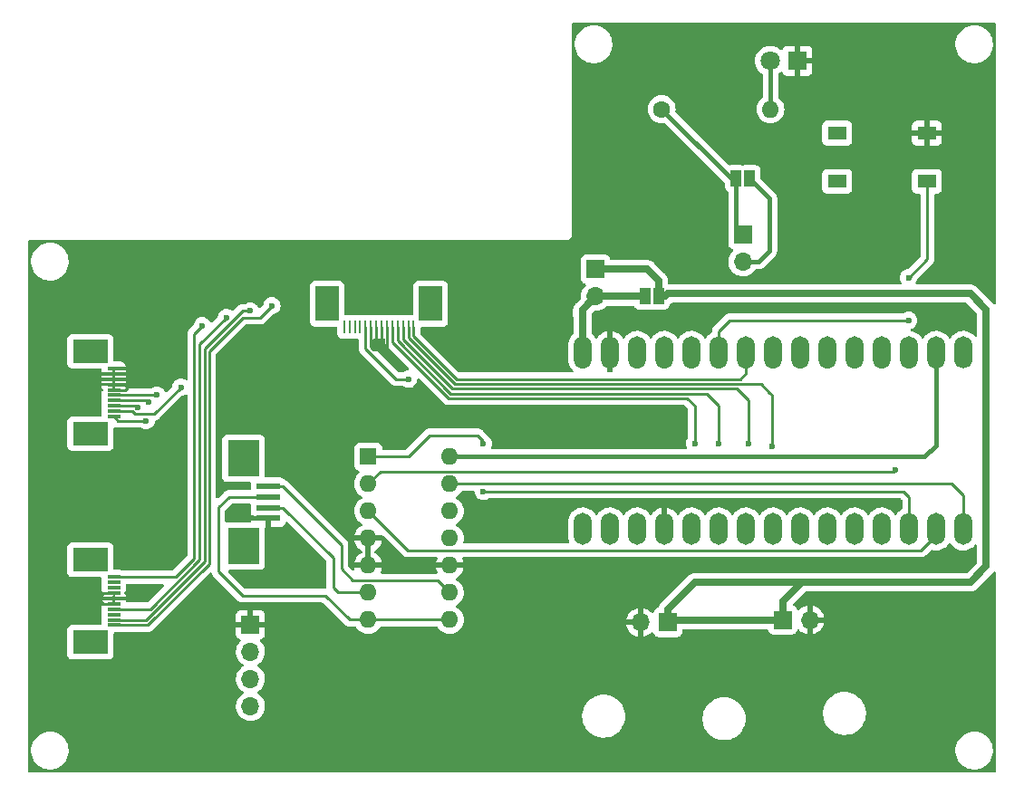
<source format=gbr>
%TF.GenerationSoftware,KiCad,Pcbnew,(6.0.1)*%
%TF.CreationDate,2022-09-26T20:39:57+01:00*%
%TF.ProjectId,psp-bluetooth,7073702d-626c-4756-9574-6f6f74682e6b,4*%
%TF.SameCoordinates,Original*%
%TF.FileFunction,Copper,L1,Top*%
%TF.FilePolarity,Positive*%
%FSLAX46Y46*%
G04 Gerber Fmt 4.6, Leading zero omitted, Abs format (unit mm)*
G04 Created by KiCad (PCBNEW (6.0.1)) date 2022-09-26 20:39:57*
%MOMM*%
%LPD*%
G01*
G04 APERTURE LIST*
%TA.AperFunction,ComponentPad*%
%ADD10R,1.600000X1.600000*%
%TD*%
%TA.AperFunction,ComponentPad*%
%ADD11O,1.600000X1.600000*%
%TD*%
%TA.AperFunction,SMDPad,CuDef*%
%ADD12R,1.000000X1.500000*%
%TD*%
%TA.AperFunction,ComponentPad*%
%ADD13R,1.700000X1.700000*%
%TD*%
%TA.AperFunction,ComponentPad*%
%ADD14O,1.700000X1.700000*%
%TD*%
%TA.AperFunction,ComponentPad*%
%ADD15C,1.600000*%
%TD*%
%TA.AperFunction,SMDPad,CuDef*%
%ADD16R,1.800000X1.300000*%
%TD*%
%TA.AperFunction,SMDPad,CuDef*%
%ADD17R,0.250013X1.200000*%
%TD*%
%TA.AperFunction,SMDPad,CuDef*%
%ADD18R,2.200000X3.300000*%
%TD*%
%TA.AperFunction,SMDPad,CuDef*%
%ADD19O,1.700000X3.000000*%
%TD*%
%TA.AperFunction,ComponentPad*%
%ADD20C,1.700000*%
%TD*%
%TA.AperFunction,ComponentPad*%
%ADD21R,1.800000X1.800000*%
%TD*%
%TA.AperFunction,ComponentPad*%
%ADD22C,1.800000*%
%TD*%
%TA.AperFunction,SMDPad,CuDef*%
%ADD23R,2.200000X0.599949*%
%TD*%
%TA.AperFunction,SMDPad,CuDef*%
%ADD24R,3.000000X3.400000*%
%TD*%
%TA.AperFunction,SMDPad,CuDef*%
%ADD25R,1.200000X0.300000*%
%TD*%
%TA.AperFunction,SMDPad,CuDef*%
%ADD26R,3.300000X2.200000*%
%TD*%
%TA.AperFunction,ViaPad*%
%ADD27C,0.600000*%
%TD*%
%TA.AperFunction,Conductor*%
%ADD28C,0.400000*%
%TD*%
%TA.AperFunction,Conductor*%
%ADD29C,0.250000*%
%TD*%
%TA.AperFunction,Conductor*%
%ADD30C,0.700000*%
%TD*%
G04 APERTURE END LIST*
D10*
%TO.P,U1,1,~{CS}*%
%TO.N,/10(\u002A\u002A{slash}SS)*%
X141500000Y-66500000D03*
D11*
%TO.P,U1,2,SCK*%
%TO.N,/13(SCK)*%
X141500000Y-69040000D03*
%TO.P,U1,3,SDI*%
%TO.N,/11(\u002A\u002A{slash}MOSI)*%
X141500000Y-71580000D03*
%TO.P,U1,4,VSS*%
%TO.N,GND*%
X141500000Y-74120000D03*
%TO.P,U1,5,P1B*%
X141500000Y-76660000D03*
%TO.P,U1,6,P1W*%
%TO.N,/P1W*%
X141500000Y-79200000D03*
%TO.P,U1,7,P1A*%
%TO.N,/P0A{slash}P1A*%
X141500000Y-81740000D03*
%TO.P,U1,8,P0A*%
X149120000Y-81740000D03*
%TO.P,U1,9,P0W*%
%TO.N,/P0W*%
X149120000Y-79200000D03*
%TO.P,U1,10,P0B*%
%TO.N,GND*%
X149120000Y-76660000D03*
%TO.P,U1,11,~{WP}*%
%TO.N,unconnected-(U1-Pad11)*%
X149120000Y-74120000D03*
%TO.P,U1,12,~{SHDN}*%
%TO.N,unconnected-(U1-Pad12)*%
X149120000Y-71580000D03*
%TO.P,U1,13,SDO*%
%TO.N,/12(MISO)*%
X149120000Y-69040000D03*
%TO.P,U1,14,VDD*%
%TO.N,+3V3*%
X149120000Y-66500000D03*
%TD*%
D12*
%TO.P,JP1,1,A*%
%TO.N,Net-(J8-Pad1)*%
X168650000Y-51500000D03*
%TO.P,JP1,2,B*%
%TO.N,VIN*%
X167350000Y-51500000D03*
%TD*%
%TO.P,JP2,1,A*%
%TO.N,Net-(J7-Pad1)*%
X175850000Y-40500000D03*
%TO.P,JP2,2,B*%
%TO.N,/1(Tx)*%
X177150000Y-40500000D03*
%TD*%
D13*
%TO.P,J2,1,Pin_1*%
%TO.N,Net-(J8-Pad1)*%
X169500000Y-82000000D03*
D14*
%TO.P,J2,2,Pin_2*%
%TO.N,GND*%
X166960000Y-82000000D03*
%TD*%
D13*
%TO.P,J7,1,Pin_1*%
%TO.N,Net-(J7-Pad1)*%
X176500000Y-45725000D03*
D14*
%TO.P,J7,2,Pin_2*%
%TO.N,/1(Tx)*%
X176500000Y-48265000D03*
%TD*%
D15*
%TO.P,R1,1*%
%TO.N,Net-(J7-Pad1)*%
X168920000Y-34000000D03*
D11*
%TO.P,R1,2*%
%TO.N,Net-(D1-Pad2)*%
X179080000Y-34000000D03*
%TD*%
D16*
%TO.P,U5,1,1*%
%TO.N,/A6 (D20)*%
X193699898Y-40749873D03*
%TO.P,U5,2,2*%
%TO.N,unconnected-(U5-Pad2)*%
X185300102Y-40749873D03*
%TO.P,U5,3,3*%
%TO.N,GND*%
X193699898Y-36249746D03*
%TO.P,U5,4,4*%
%TO.N,unconnected-(U5-Pad4)*%
X185300102Y-36249746D03*
%TD*%
D17*
%TO.P,U3,1,1*%
%TO.N,/A5 (D19)*%
X145747892Y-54368009D03*
%TO.P,U3,2,2*%
%TO.N,/5(\u002A\u002A)*%
X145248019Y-54368009D03*
%TO.P,U3,3,3*%
%TO.N,/4*%
X144747892Y-54368009D03*
%TO.P,U3,4,4*%
%TO.N,/3(\u002A\u002A)*%
X144248019Y-54368009D03*
%TO.P,U3,5,5*%
%TO.N,/2*%
X143747892Y-54368009D03*
%TO.P,U3,6,6*%
%TO.N,GND*%
X143248019Y-54368009D03*
%TO.P,U3,7,7*%
X142747892Y-54368009D03*
%TO.P,U3,8,8*%
X142248019Y-54368009D03*
%TO.P,U3,9,9*%
X141747892Y-54368009D03*
%TO.P,U3,10,10*%
%TO.N,/A7 (D21)*%
X141248019Y-54368009D03*
%TO.P,U3,11,11*%
%TO.N,unconnected-(U3-Pad11)*%
X140747892Y-54368009D03*
%TO.P,U3,12,12*%
%TO.N,unconnected-(U3-Pad12)*%
X140248019Y-54368009D03*
%TO.P,U3,13,13*%
%TO.N,unconnected-(U3-Pad13)*%
X139747892Y-54368009D03*
%TO.P,U3,14,14*%
%TO.N,unconnected-(U3-Pad14)*%
X139248019Y-54368009D03*
D18*
%TO.P,U3,15,15*%
%TO.N,unconnected-(U3-Pad15)*%
X147349873Y-52197828D03*
%TO.P,U3,16,16*%
%TO.N,unconnected-(U3-Pad16)*%
X137650102Y-52197320D03*
%TD*%
D13*
%TO.P,J4,1,Pin_1*%
%TO.N,GND*%
X130500000Y-82200000D03*
D14*
%TO.P,J4,2,Pin_2*%
%TO.N,/P1W*%
X130500000Y-84740000D03*
%TO.P,J4,3,Pin_3*%
%TO.N,/P0A{slash}P1A*%
X130500000Y-87280000D03*
%TO.P,J4,4,Pin_4*%
%TO.N,/P0W*%
X130500000Y-89820000D03*
%TD*%
D13*
%TO.P,J3,1,Pin_1*%
%TO.N,Net-(J8-Pad1)*%
X180225000Y-81750000D03*
D14*
%TO.P,J3,2,Pin_2*%
%TO.N,GND*%
X182765000Y-81750000D03*
%TD*%
D19*
%TO.P,J1,1,D13*%
%TO.N,/13(SCK)*%
X197105000Y-56745000D03*
D20*
X197105000Y-57380000D03*
D14*
%TO.P,J1,2,+3.3v*%
%TO.N,+3V3*%
X194565000Y-57380000D03*
D19*
X194565000Y-56745000D03*
D14*
%TO.P,J1,3,AREF*%
%TO.N,unconnected-(J1-Pad3)*%
X192025000Y-57380000D03*
D19*
X192025000Y-56745000D03*
%TO.P,J1,4,D14*%
%TO.N,/A0 (D14)*%
X189485000Y-56745000D03*
D14*
X189485000Y-57380000D03*
D19*
%TO.P,J1,5,D15*%
%TO.N,/A1 (D15)*%
X186945000Y-56745000D03*
D14*
X186945000Y-57380000D03*
D19*
%TO.P,J1,6,D16~*%
%TO.N,/A2 (D16)*%
X184405000Y-56745000D03*
D14*
X184405000Y-57380000D03*
D19*
%TO.P,J1,7,D17~*%
%TO.N,/A3 (D17)*%
X181865000Y-56745000D03*
D14*
X181865000Y-57380000D03*
D19*
%TO.P,J1,8,D18*%
%TO.N,/A4 (D18)*%
X179325000Y-56745000D03*
D14*
X179325000Y-57380000D03*
%TO.P,J1,9,D19~*%
%TO.N,/A5 (D19)*%
X176785000Y-57380000D03*
D19*
X176785000Y-56745000D03*
%TO.P,J1,10,D20*%
%TO.N,/A6 (D20)*%
X174245000Y-56745000D03*
D14*
X174245000Y-57380000D03*
%TO.P,J1,11,D21*%
%TO.N,/A7 (D21)*%
X171705000Y-57380000D03*
D19*
X171705000Y-56745000D03*
%TO.P,J1,12,+5v*%
%TO.N,+5V*%
X169165000Y-56745000D03*
D14*
X169165000Y-57380000D03*
D19*
%TO.P,J1,13,~{RESET}*%
%TO.N,unconnected-(J1-Pad13)*%
X166625000Y-56745000D03*
D14*
X166625000Y-57380000D03*
D19*
%TO.P,J1,14,GND*%
%TO.N,GND*%
X164085000Y-56745000D03*
D14*
X164085000Y-57380000D03*
D19*
%TO.P,J1,15,VIN*%
%TO.N,VIN*%
X161545000Y-56745000D03*
D14*
X161545000Y-57380000D03*
D19*
%TO.P,J1,16,TX*%
%TO.N,/1(Tx)*%
X161545000Y-73255000D03*
D20*
X161545000Y-72620000D03*
D14*
%TO.P,J1,17,RX*%
%TO.N,/0(Rx)*%
X164085000Y-72620000D03*
D19*
X164085000Y-73255000D03*
D14*
%TO.P,J1,18,~{RESET}*%
%TO.N,unconnected-(J1-Pad18)*%
X166625000Y-72620000D03*
D19*
X166625000Y-73255000D03*
D14*
%TO.P,J1,19,GND*%
%TO.N,GND*%
X169165000Y-72620000D03*
D19*
X169165000Y-73255000D03*
D14*
%TO.P,J1,20,D2~*%
%TO.N,/2*%
X171705000Y-72620000D03*
D19*
X171705000Y-73255000D03*
D14*
%TO.P,J1,21,D3~*%
%TO.N,/3(\u002A\u002A)*%
X174245000Y-72620000D03*
D19*
X174245000Y-73255000D03*
D14*
%TO.P,J1,22,D4*%
%TO.N,/4*%
X176785000Y-72620000D03*
D19*
X176785000Y-73255000D03*
%TO.P,J1,23,D5~*%
%TO.N,/5(\u002A\u002A)*%
X179325000Y-73255000D03*
D14*
X179325000Y-72620000D03*
%TO.P,J1,24,D6~*%
%TO.N,/6(\u002A\u002A)*%
X181865000Y-72620000D03*
D19*
X181865000Y-73255000D03*
%TO.P,J1,25,D7*%
%TO.N,/7*%
X184405000Y-73255000D03*
D14*
X184405000Y-72620000D03*
%TO.P,J1,26,D8*%
%TO.N,/8*%
X186945000Y-72620000D03*
D19*
X186945000Y-73255000D03*
D14*
%TO.P,J1,27,D9~*%
%TO.N,/9(\u002A\u002A)*%
X189485000Y-72620000D03*
D19*
X189485000Y-73255000D03*
%TO.P,J1,28,D10~*%
%TO.N,/10(\u002A\u002A{slash}SS)*%
X192025000Y-73255000D03*
D14*
X192025000Y-72620000D03*
%TO.P,J1,29,D11~*%
%TO.N,/11(\u002A\u002A{slash}MOSI)*%
X194565000Y-72620000D03*
D19*
X194565000Y-73255000D03*
%TO.P,J1,30,D12~*%
%TO.N,/12(MISO)*%
X197105000Y-73255000D03*
D14*
X197105000Y-72620000D03*
%TD*%
D21*
%TO.P,D1,1,K*%
%TO.N,GND*%
X181590000Y-29495000D03*
D22*
%TO.P,D1,2,A*%
%TO.N,Net-(D1-Pad2)*%
X179050000Y-29495000D03*
%TD*%
D23*
%TO.P,P1,1,1*%
%TO.N,GND*%
X132177038Y-72263335D03*
%TO.P,P1,2,2*%
%TO.N,/P1W*%
X132177038Y-71263589D03*
%TO.P,P1,3,3*%
%TO.N,/P0A{slash}P1A*%
X132177038Y-70264097D03*
%TO.P,P1,4,4*%
%TO.N,/P0W*%
X132177038Y-69264097D03*
D24*
%TO.P,P1,5,5*%
%TO.N,unconnected-(P1-Pad5)*%
X129852172Y-66664148D03*
%TO.P,P1,6,6*%
%TO.N,unconnected-(P1-Pad6)*%
X129851918Y-74864046D03*
%TD*%
D25*
%TO.P,U4,1,1*%
%TO.N,/A3 (D17)*%
X117725057Y-77750038D03*
%TO.P,U4,2,2*%
%TO.N,unconnected-(U4-Pad2)*%
X117725057Y-78249911D03*
%TO.P,U4,3,3*%
%TO.N,unconnected-(U4-Pad3)*%
X117725057Y-78750038D03*
%TO.P,U4,4,4*%
%TO.N,GND*%
X117725057Y-79249911D03*
%TO.P,U4,5,5*%
X117725057Y-79750038D03*
%TO.P,U4,6,6*%
X117725057Y-80249911D03*
%TO.P,U4,7,7*%
%TO.N,/A2 (D16)*%
X117725057Y-80750038D03*
%TO.P,U4,8,8*%
%TO.N,unconnected-(U4-Pad8)*%
X117725057Y-81249911D03*
%TO.P,U4,9,9*%
%TO.N,/A1 (D15)*%
X117725057Y-81750038D03*
%TO.P,U4,10,10*%
%TO.N,/A0 (D14)*%
X117725057Y-82249911D03*
D26*
%TO.P,U4,11,11*%
%TO.N,unconnected-(U4-Pad11)*%
X115554877Y-83850114D03*
%TO.P,U4,12,12*%
%TO.N,unconnected-(U4-Pad12)*%
X115554877Y-76150089D03*
%TD*%
D13*
%TO.P,J8,1,Pin_1*%
%TO.N,Net-(J8-Pad1)*%
X162750000Y-48975000D03*
D14*
%TO.P,J8,2,Pin_2*%
%TO.N,VIN*%
X162750000Y-51515000D03*
%TD*%
D25*
%TO.P,U2,1,1*%
%TO.N,GND*%
X117725057Y-58250038D03*
%TO.P,U2,2,2*%
X117725057Y-58749911D03*
%TO.P,U2,3,3*%
X117725057Y-59250038D03*
%TO.P,U2,4,4*%
X117725057Y-59749911D03*
%TO.P,U2,5,5*%
X117725057Y-60250038D03*
%TO.P,U2,6,6*%
%TO.N,/9(\u002A\u002A)*%
X117725057Y-60749911D03*
%TO.P,U2,7,7*%
%TO.N,/8*%
X117725057Y-61250038D03*
%TO.P,U2,8,8*%
%TO.N,/7*%
X117725057Y-61749911D03*
%TO.P,U2,9,9*%
%TO.N,/A4 (D18)*%
X117725057Y-62250038D03*
%TO.P,U2,10,10*%
%TO.N,/6(\u002A\u002A)*%
X117725057Y-62749911D03*
D26*
%TO.P,U2,11,11*%
%TO.N,unconnected-(U2-Pad11)*%
X115554877Y-64350114D03*
%TO.P,U2,12,12*%
%TO.N,unconnected-(U2-Pad12)*%
X115554877Y-56650089D03*
%TD*%
D27*
%TO.N,GND*%
X133250000Y-76750000D03*
X120250000Y-79250000D03*
X143750000Y-57250000D03*
%TO.N,/2*%
X172000000Y-65250000D03*
%TO.N,/3(\u002A\u002A)*%
X174250000Y-65250000D03*
%TO.N,/4*%
X177000000Y-65250000D03*
%TO.N,/5(\u002A\u002A)*%
X179250000Y-65500000D03*
%TO.N,/6(\u002A\u002A)*%
X120750000Y-63123549D03*
%TO.N,/7*%
X120000000Y-61874538D03*
%TO.N,/8*%
X121000000Y-61374411D03*
%TO.N,/9(\u002A\u002A)*%
X121750000Y-60750000D03*
%TO.N,/A4 (D18)*%
X124000000Y-60000000D03*
%TO.N,/A0 (D14)*%
X132500000Y-52375500D03*
%TO.N,/A1 (D15)*%
X130500000Y-52875500D03*
%TO.N,/A2 (D16)*%
X128250000Y-53500000D03*
%TO.N,/A3 (D17)*%
X126000000Y-54250000D03*
%TO.N,/13(SCK)*%
X190750000Y-67750000D03*
%TO.N,/10(\u002A\u002A{slash}SS)*%
X152250000Y-65250000D03*
X152250000Y-69750000D03*
%TO.N,/A7 (D21)*%
X145250000Y-59250000D03*
%TO.N,/A6 (D20)*%
X192000000Y-49750000D03*
X192000000Y-53750000D03*
%TD*%
D28*
%TO.N,/1(Tx)*%
X177985000Y-48265000D02*
X179000000Y-47250000D01*
X179000000Y-47250000D02*
X179000000Y-42350000D01*
X176500000Y-48265000D02*
X177985000Y-48265000D01*
X179000000Y-42350000D02*
X177150000Y-40500000D01*
D29*
%TO.N,GND*%
X141747892Y-54368009D02*
X141747892Y-56247892D01*
X116500000Y-79500000D02*
X116500000Y-80000000D01*
X142500000Y-56500000D02*
X142248019Y-56248019D01*
X142747892Y-54368009D02*
X142747892Y-56252108D01*
X118749962Y-60250038D02*
X119000000Y-60000000D01*
X142747892Y-56252108D02*
X142500000Y-56500000D01*
X117725057Y-79750038D02*
X116750038Y-79750038D01*
X116500000Y-80000000D02*
X116749911Y-80249911D01*
X143000000Y-56500000D02*
X143248019Y-56251981D01*
X117725057Y-60250038D02*
X118749962Y-60250038D01*
X143248019Y-56251981D02*
X143248019Y-54368009D01*
X116750038Y-79750038D02*
X116500000Y-79500000D01*
X116749911Y-80249911D02*
X117725057Y-80249911D01*
X119000000Y-60000000D02*
X118749911Y-59749911D01*
X118749911Y-59749911D02*
X117725057Y-59749911D01*
X142000000Y-56500000D02*
X143000000Y-56500000D01*
X117725057Y-79249911D02*
X116750089Y-79249911D01*
X142248019Y-56248019D02*
X142248019Y-54368009D01*
X116750089Y-79249911D02*
X116500000Y-79500000D01*
X141747892Y-56247892D02*
X142000000Y-56500000D01*
%TO.N,/2*%
X149005212Y-61048080D02*
X149500000Y-61048080D01*
X149500000Y-61048080D02*
X171298080Y-61048080D01*
X171298080Y-61048080D02*
X172000000Y-61750000D01*
X143747892Y-54368009D02*
X143747892Y-55790760D01*
X172000000Y-61750000D02*
X172000000Y-65250000D01*
X143747892Y-55790760D02*
X149005212Y-61048080D01*
%TO.N,/3(\u002A\u002A)*%
X174250000Y-61750000D02*
X174250000Y-65250000D01*
X149191409Y-60598560D02*
X169500000Y-60598560D01*
X144248019Y-54368009D02*
X144248019Y-55655170D01*
X174000000Y-61500000D02*
X174250000Y-61750000D01*
X144248019Y-55655170D02*
X149191409Y-60598560D01*
X169500000Y-60598560D02*
X173098560Y-60598560D01*
X173098560Y-60598560D02*
X174000000Y-61500000D01*
%TO.N,/4*%
X176750000Y-61000000D02*
X177000000Y-61250000D01*
X151000000Y-60149040D02*
X175899040Y-60149040D01*
X144747892Y-55519326D02*
X149377606Y-60149040D01*
X149377606Y-60149040D02*
X151000000Y-60149040D01*
X177000000Y-61250000D02*
X177000000Y-65250000D01*
X144747892Y-54368009D02*
X144747892Y-55519326D01*
X175899040Y-60149040D02*
X176750000Y-61000000D01*
%TO.N,/5(\u002A\u002A)*%
X178199520Y-59699520D02*
X179000000Y-60500000D01*
X164500000Y-59699520D02*
X178199520Y-59699520D01*
X179000000Y-60500000D02*
X179250000Y-60750000D01*
X149563803Y-59699520D02*
X164500000Y-59699520D01*
X145248019Y-54368009D02*
X145248019Y-55383737D01*
X179250000Y-60750000D02*
X179250000Y-65500000D01*
X145248019Y-55383737D02*
X149563803Y-59699520D01*
%TO.N,/6(\u002A\u002A)*%
X118098695Y-63123549D02*
X120750000Y-63123549D01*
X117725057Y-62749911D02*
X118098695Y-63123549D01*
%TO.N,/7*%
X119875373Y-61749911D02*
X120000000Y-61874538D01*
X117725057Y-61749911D02*
X119875373Y-61749911D01*
%TO.N,/8*%
X117725057Y-61250038D02*
X120875627Y-61250038D01*
X120875627Y-61250038D02*
X121000000Y-61374411D01*
%TO.N,/9(\u002A\u002A)*%
X121749911Y-60749911D02*
X121750000Y-60750000D01*
X117725057Y-60749911D02*
X121749911Y-60749911D01*
%TO.N,/A4 (D18)*%
X121500951Y-62499049D02*
X124000000Y-60000000D01*
X117725057Y-62250038D02*
X119492307Y-62250038D01*
X119741318Y-62499049D02*
X121500951Y-62499049D01*
X119492307Y-62250038D02*
X119741318Y-62499049D01*
%TO.N,/A5 (D19)*%
X176250000Y-59250000D02*
X176785000Y-58715000D01*
X176785000Y-58715000D02*
X176785000Y-57380000D01*
X145747892Y-55247892D02*
X149750000Y-59250000D01*
X145747892Y-54368009D02*
X145747892Y-55247892D01*
X149750000Y-59250000D02*
X176250000Y-59250000D01*
%TO.N,/A0 (D14)*%
X126649040Y-76508113D02*
X120907242Y-82249911D01*
X132500000Y-52375500D02*
X131366044Y-53509456D01*
X131366044Y-53509456D02*
X129759455Y-53509456D01*
X120907242Y-82249911D02*
X117725057Y-82249911D01*
X129759455Y-53509456D02*
X126649040Y-56619871D01*
X126649040Y-56619871D02*
X126649040Y-76508113D01*
%TO.N,/A1 (D15)*%
X120771397Y-81750038D02*
X117725057Y-81750038D01*
X126199520Y-76321915D02*
X120771397Y-81750038D01*
X129757693Y-52875500D02*
X126199520Y-56433673D01*
X126199520Y-56433673D02*
X126199520Y-76321915D01*
X130500000Y-52875500D02*
X129757693Y-52875500D01*
%TO.N,/A2 (D16)*%
X121135679Y-80750038D02*
X117725057Y-80750038D01*
X128250000Y-53500000D02*
X125750000Y-56000000D01*
X125750000Y-76135717D02*
X121135679Y-80750038D01*
X125750000Y-56000000D02*
X125750000Y-76135717D01*
%TO.N,/A3 (D17)*%
X117725057Y-77750038D02*
X123499962Y-77750038D01*
X125250000Y-76000000D02*
X125250000Y-55000000D01*
X124000000Y-77250000D02*
X125250000Y-76000000D01*
X123499962Y-77750038D02*
X124000000Y-77250000D01*
X125250000Y-55000000D02*
X126000000Y-54250000D01*
%TO.N,/13(SCK)*%
X141500000Y-69040000D02*
X142624511Y-67915489D01*
X190584511Y-67915489D02*
X190750000Y-67750000D01*
X142624511Y-67915489D02*
X190584511Y-67915489D01*
D28*
%TO.N,+3V3*%
X193500000Y-66500000D02*
X194565000Y-65435000D01*
X149120000Y-66500000D02*
X193500000Y-66500000D01*
X194565000Y-65435000D02*
X194565000Y-57380000D01*
D29*
%TO.N,/12(MISO)*%
X149120000Y-69040000D02*
X196040000Y-69040000D01*
X197105000Y-70105000D02*
X197105000Y-72620000D01*
X196040000Y-69040000D02*
X197105000Y-70105000D01*
%TO.N,/10(\u002A\u002A{slash}SS)*%
X191500000Y-69750000D02*
X192025000Y-70275000D01*
X152250000Y-69750000D02*
X191500000Y-69750000D01*
X152250000Y-65000000D02*
X152250000Y-65250000D01*
X141500000Y-66500000D02*
X145250000Y-66500000D01*
X192025000Y-70275000D02*
X192025000Y-72620000D01*
X145250000Y-66500000D02*
X147250000Y-64500000D01*
X147250000Y-64500000D02*
X151750000Y-64500000D01*
X151750000Y-64500000D02*
X152250000Y-65000000D01*
%TO.N,/11(\u002A\u002A{slash}MOSI)*%
X145170000Y-75250000D02*
X193137081Y-75250000D01*
X194565000Y-73822081D02*
X194565000Y-72620000D01*
X193137081Y-75250000D02*
X194565000Y-73822081D01*
X141500000Y-71580000D02*
X145170000Y-75250000D01*
%TO.N,/A7 (D21)*%
X141248019Y-54368009D02*
X141248019Y-56383737D01*
X141248019Y-56383737D02*
X144114282Y-59250000D01*
X144114282Y-59250000D02*
X145250000Y-59250000D01*
%TO.N,/P1W*%
X138700000Y-79200000D02*
X141500000Y-79200000D01*
X138250000Y-75986551D02*
X138250000Y-78750000D01*
X138250000Y-78750000D02*
X138700000Y-79200000D01*
X133527038Y-71263589D02*
X138250000Y-75986551D01*
X132177038Y-71263589D02*
X133527038Y-71263589D01*
%TO.N,/P0A{slash}P1A*%
X129750000Y-79500000D02*
X137500000Y-79500000D01*
X127500000Y-77250000D02*
X129750000Y-79500000D01*
X141500000Y-81740000D02*
X149120000Y-81740000D01*
X128485903Y-70264097D02*
X127500000Y-71250000D01*
X137500000Y-79500000D02*
X139740000Y-81740000D01*
X127500000Y-71250000D02*
X127500000Y-77250000D01*
X139740000Y-81740000D02*
X141500000Y-81740000D01*
X132177038Y-70264097D02*
X128485903Y-70264097D01*
%TO.N,/P0W*%
X132177038Y-69264097D02*
X133527038Y-69264097D01*
X140075489Y-78075489D02*
X147995489Y-78075489D01*
X139000000Y-74737059D02*
X139000000Y-77000000D01*
X133527038Y-69264097D02*
X139000000Y-74737059D01*
X147995489Y-78075489D02*
X149120000Y-79200000D01*
X139000000Y-77000000D02*
X140075489Y-78075489D01*
D30*
%TO.N,VIN*%
X161500000Y-52765000D02*
X161500000Y-53250000D01*
X167335000Y-51515000D02*
X167350000Y-51500000D01*
X161500000Y-53250000D02*
X161545000Y-53295000D01*
X162750000Y-51515000D02*
X161500000Y-52765000D01*
X162750000Y-51515000D02*
X167335000Y-51515000D01*
X161545000Y-53295000D02*
X161545000Y-56745000D01*
D29*
%TO.N,/A6 (D20)*%
X174245000Y-56745000D02*
X174245000Y-54755000D01*
X193750000Y-40799975D02*
X193699898Y-40749873D01*
X193750000Y-48000000D02*
X193750000Y-40799975D01*
X174245000Y-54755000D02*
X175250000Y-53750000D01*
X175250000Y-53750000D02*
X192000000Y-53750000D01*
X192000000Y-49750000D02*
X193750000Y-48000000D01*
D28*
%TO.N,Net-(D1-Pad2)*%
X179080000Y-29525000D02*
X179050000Y-29495000D01*
X179080000Y-34000000D02*
X179080000Y-29525000D01*
%TO.N,Net-(J7-Pad1)*%
X175420000Y-40500000D02*
X175850000Y-40500000D01*
X175850000Y-45075000D02*
X176500000Y-45725000D01*
X168920000Y-34000000D02*
X175420000Y-40500000D01*
X175850000Y-40500000D02*
X175850000Y-45075000D01*
D30*
%TO.N,Net-(J8-Pad1)*%
X199250000Y-52750000D02*
X199250000Y-76750000D01*
X169250000Y-51500000D02*
X169500000Y-51250000D01*
X182000000Y-78250000D02*
X172000000Y-78250000D01*
X168750000Y-51400000D02*
X168850000Y-51500000D01*
X199250000Y-76750000D02*
X197750000Y-78250000D01*
X168650000Y-51500000D02*
X168650000Y-50050000D01*
X169500000Y-51250000D02*
X197750000Y-51250000D01*
X168650000Y-50050000D02*
X167575000Y-48975000D01*
X197750000Y-78250000D02*
X182000000Y-78250000D01*
X169750000Y-81750000D02*
X169500000Y-82000000D01*
X180225000Y-80025000D02*
X180225000Y-81750000D01*
X182000000Y-78250000D02*
X180225000Y-80025000D01*
X172000000Y-78250000D02*
X169500000Y-80750000D01*
X168650000Y-51500000D02*
X169250000Y-51500000D01*
X169500000Y-80750000D02*
X169500000Y-82000000D01*
X180225000Y-81750000D02*
X169750000Y-81750000D01*
X167575000Y-48975000D02*
X162750000Y-48975000D01*
X197750000Y-51250000D02*
X199250000Y-52750000D01*
%TD*%
%TA.AperFunction,Conductor*%
%TO.N,GND*%
G36*
X200094121Y-25928002D02*
G01*
X200140614Y-25981658D01*
X200152000Y-26034000D01*
X200152000Y-52136752D01*
X200131998Y-52204873D01*
X200078342Y-52251366D01*
X200008068Y-52261470D01*
X199943488Y-52231976D01*
X199926585Y-52213911D01*
X199924891Y-52211241D01*
X199921070Y-52206968D01*
X199867092Y-52152990D01*
X199864638Y-52150468D01*
X199831874Y-52115821D01*
X199809692Y-52092364D01*
X199804044Y-52088526D01*
X199798852Y-52084107D01*
X199799192Y-52083707D01*
X199791200Y-52077098D01*
X198386320Y-50672217D01*
X198379177Y-50664450D01*
X198349935Y-50629847D01*
X198345529Y-50624633D01*
X198281031Y-50575321D01*
X198278615Y-50573427D01*
X198220583Y-50526768D01*
X198220582Y-50526767D01*
X198215262Y-50522490D01*
X198209143Y-50519453D01*
X198206348Y-50517665D01*
X198205987Y-50517412D01*
X198205620Y-50517210D01*
X198202762Y-50515479D01*
X198197348Y-50511340D01*
X198123736Y-50477014D01*
X198120964Y-50475680D01*
X198054296Y-50442586D01*
X198048186Y-50439553D01*
X198041565Y-50437902D01*
X198038437Y-50436751D01*
X198038044Y-50436587D01*
X198037639Y-50436468D01*
X198034475Y-50435391D01*
X198028296Y-50432510D01*
X197949000Y-50414785D01*
X197946002Y-50414076D01*
X197873821Y-50396079D01*
X197873820Y-50396079D01*
X197867199Y-50394428D01*
X197860378Y-50394237D01*
X197857075Y-50393785D01*
X197856191Y-50393626D01*
X197851308Y-50392948D01*
X197846260Y-50391820D01*
X197840537Y-50391500D01*
X197764156Y-50391500D01*
X197760637Y-50391451D01*
X197680743Y-50389219D01*
X197674039Y-50390498D01*
X197667238Y-50391045D01*
X197667196Y-50390525D01*
X197656875Y-50391500D01*
X192779511Y-50391500D01*
X192711390Y-50371498D01*
X192664897Y-50317842D01*
X192654793Y-50247568D01*
X192674562Y-50195776D01*
X192723643Y-50121902D01*
X192788055Y-49952338D01*
X192789039Y-49945341D01*
X192797639Y-49884145D01*
X192826927Y-49819471D01*
X192833318Y-49812586D01*
X193487054Y-49158851D01*
X194142253Y-48503652D01*
X194150539Y-48496112D01*
X194157018Y-48492000D01*
X194203644Y-48442348D01*
X194206398Y-48439507D01*
X194226135Y-48419770D01*
X194228615Y-48416573D01*
X194236320Y-48407551D01*
X194246024Y-48397217D01*
X194266586Y-48375321D01*
X194270405Y-48368375D01*
X194270407Y-48368372D01*
X194276348Y-48357566D01*
X194287199Y-48341047D01*
X194294758Y-48331301D01*
X194299614Y-48325041D01*
X194302759Y-48317772D01*
X194302762Y-48317768D01*
X194317174Y-48284463D01*
X194322391Y-48273813D01*
X194343695Y-48235060D01*
X194348733Y-48215437D01*
X194355137Y-48196734D01*
X194360033Y-48185420D01*
X194360033Y-48185419D01*
X194363181Y-48178145D01*
X194364420Y-48170322D01*
X194364423Y-48170312D01*
X194370099Y-48134476D01*
X194372505Y-48122856D01*
X194381528Y-48087711D01*
X194381528Y-48087710D01*
X194383500Y-48080030D01*
X194383500Y-48059776D01*
X194385051Y-48040065D01*
X194386980Y-48027886D01*
X194388220Y-48020057D01*
X194384059Y-47976038D01*
X194383500Y-47964181D01*
X194383500Y-42034373D01*
X194403502Y-41966252D01*
X194457158Y-41919759D01*
X194509500Y-41908373D01*
X194648032Y-41908373D01*
X194710214Y-41901618D01*
X194846603Y-41850488D01*
X194963159Y-41763134D01*
X195050513Y-41646578D01*
X195101643Y-41510189D01*
X195108398Y-41448007D01*
X195108398Y-40051739D01*
X195101643Y-39989557D01*
X195050513Y-39853168D01*
X194963159Y-39736612D01*
X194846603Y-39649258D01*
X194710214Y-39598128D01*
X194648032Y-39591373D01*
X192751764Y-39591373D01*
X192689582Y-39598128D01*
X192553193Y-39649258D01*
X192436637Y-39736612D01*
X192349283Y-39853168D01*
X192298153Y-39989557D01*
X192291398Y-40051739D01*
X192291398Y-41448007D01*
X192298153Y-41510189D01*
X192349283Y-41646578D01*
X192436637Y-41763134D01*
X192553193Y-41850488D01*
X192689582Y-41901618D01*
X192751764Y-41908373D01*
X192990500Y-41908373D01*
X193058621Y-41928375D01*
X193105114Y-41982031D01*
X193116500Y-42034373D01*
X193116500Y-47685406D01*
X193096498Y-47753527D01*
X193079595Y-47774501D01*
X191938908Y-48915187D01*
X191876596Y-48949213D01*
X191862986Y-48951402D01*
X191854210Y-48952324D01*
X191832288Y-48954628D01*
X191832286Y-48954628D01*
X191825288Y-48955364D01*
X191653579Y-49013818D01*
X191647575Y-49017512D01*
X191505095Y-49105166D01*
X191505092Y-49105168D01*
X191499088Y-49108862D01*
X191494053Y-49113793D01*
X191494050Y-49113795D01*
X191462908Y-49144292D01*
X191369493Y-49235771D01*
X191271235Y-49388238D01*
X191268826Y-49394858D01*
X191268824Y-49394861D01*
X191220405Y-49527891D01*
X191209197Y-49558685D01*
X191186463Y-49738640D01*
X191204163Y-49919160D01*
X191261418Y-50091273D01*
X191265065Y-50097295D01*
X191265066Y-50097297D01*
X191268277Y-50102599D01*
X191324705Y-50195772D01*
X191327404Y-50200229D01*
X191345583Y-50268858D01*
X191323773Y-50336422D01*
X191268897Y-50381468D01*
X191219628Y-50391500D01*
X169634500Y-50391500D01*
X169566379Y-50371498D01*
X169519886Y-50317842D01*
X169508500Y-50265500D01*
X169508500Y-50091391D01*
X169508942Y-50080848D01*
X169511933Y-50045230D01*
X169513304Y-50028902D01*
X169509853Y-50003031D01*
X169502563Y-49948395D01*
X169502193Y-49945341D01*
X169494154Y-49871349D01*
X169493417Y-49864563D01*
X169491239Y-49858092D01*
X169490527Y-49854852D01*
X169490450Y-49854417D01*
X169490334Y-49854017D01*
X169489537Y-49850774D01*
X169488635Y-49844012D01*
X169460839Y-49767644D01*
X169459841Y-49764794D01*
X169453400Y-49745653D01*
X169433922Y-49687777D01*
X169430409Y-49681930D01*
X169429007Y-49678896D01*
X169428847Y-49678508D01*
X169428636Y-49678121D01*
X169427172Y-49675147D01*
X169424838Y-49668733D01*
X169381276Y-49600090D01*
X169379751Y-49597621D01*
X169337853Y-49527891D01*
X169333163Y-49522932D01*
X169331148Y-49520277D01*
X169330640Y-49519546D01*
X169327662Y-49515608D01*
X169324891Y-49511241D01*
X169321071Y-49506968D01*
X169267075Y-49452972D01*
X169264621Y-49450450D01*
X169214381Y-49397323D01*
X169209692Y-49392364D01*
X169204044Y-49388526D01*
X169198852Y-49384107D01*
X169199192Y-49383707D01*
X169191203Y-49377100D01*
X168211320Y-48397217D01*
X168204177Y-48389450D01*
X168174935Y-48354847D01*
X168170529Y-48349633D01*
X168106031Y-48300321D01*
X168103615Y-48298427D01*
X168045583Y-48251768D01*
X168045582Y-48251767D01*
X168040262Y-48247490D01*
X168034143Y-48244453D01*
X168031348Y-48242665D01*
X168030987Y-48242412D01*
X168030620Y-48242210D01*
X168027762Y-48240479D01*
X168022348Y-48236340D01*
X167948736Y-48202014D01*
X167945964Y-48200680D01*
X167879296Y-48167586D01*
X167873186Y-48164553D01*
X167866565Y-48162902D01*
X167863437Y-48161751D01*
X167863044Y-48161587D01*
X167862639Y-48161468D01*
X167859475Y-48160391D01*
X167853296Y-48157510D01*
X167774000Y-48139785D01*
X167771002Y-48139076D01*
X167698821Y-48121079D01*
X167698820Y-48121079D01*
X167692199Y-48119428D01*
X167685378Y-48119237D01*
X167682075Y-48118785D01*
X167681191Y-48118626D01*
X167676308Y-48117948D01*
X167671260Y-48116820D01*
X167665537Y-48116500D01*
X167589156Y-48116500D01*
X167585637Y-48116451D01*
X167505743Y-48114219D01*
X167499039Y-48115498D01*
X167492238Y-48116045D01*
X167492196Y-48115525D01*
X167481875Y-48116500D01*
X164224493Y-48116500D01*
X164156372Y-48096498D01*
X164109879Y-48042842D01*
X164102457Y-48021237D01*
X164101745Y-48014684D01*
X164098972Y-48007285D01*
X164053767Y-47886703D01*
X164050615Y-47878295D01*
X163963261Y-47761739D01*
X163846705Y-47674385D01*
X163710316Y-47623255D01*
X163648134Y-47616500D01*
X161851866Y-47616500D01*
X161789684Y-47623255D01*
X161653295Y-47674385D01*
X161536739Y-47761739D01*
X161449385Y-47878295D01*
X161398255Y-48014684D01*
X161391500Y-48076866D01*
X161391500Y-49873134D01*
X161398255Y-49935316D01*
X161449385Y-50071705D01*
X161536739Y-50188261D01*
X161653295Y-50275615D01*
X161661704Y-50278767D01*
X161661705Y-50278768D01*
X161770451Y-50319535D01*
X161827216Y-50362176D01*
X161851916Y-50428738D01*
X161836709Y-50498087D01*
X161817316Y-50524568D01*
X161721692Y-50624633D01*
X161690629Y-50657138D01*
X161564743Y-50841680D01*
X161470688Y-51044305D01*
X161410989Y-51259570D01*
X161387251Y-51481695D01*
X161387548Y-51486848D01*
X161387548Y-51486851D01*
X161393918Y-51597327D01*
X161377870Y-51666486D01*
X161357222Y-51693675D01*
X160922217Y-52128680D01*
X160914451Y-52135822D01*
X160874633Y-52169471D01*
X160870486Y-52174895D01*
X160870485Y-52174896D01*
X160825326Y-52233962D01*
X160823432Y-52236379D01*
X160820683Y-52239798D01*
X160777493Y-52293516D01*
X160772490Y-52299738D01*
X160769453Y-52305857D01*
X160767665Y-52308652D01*
X160767412Y-52309013D01*
X160767210Y-52309380D01*
X160765479Y-52312238D01*
X160761340Y-52317652D01*
X160729805Y-52385279D01*
X160727015Y-52391262D01*
X160725681Y-52394033D01*
X160689553Y-52466814D01*
X160687902Y-52473435D01*
X160686751Y-52476563D01*
X160686587Y-52476956D01*
X160686468Y-52477361D01*
X160685391Y-52480525D01*
X160682510Y-52486704D01*
X160669701Y-52544011D01*
X160664785Y-52566002D01*
X160664076Y-52568998D01*
X160644428Y-52647801D01*
X160644237Y-52654622D01*
X160643785Y-52657925D01*
X160643626Y-52658809D01*
X160642948Y-52663692D01*
X160641820Y-52668740D01*
X160641500Y-52674463D01*
X160641500Y-52750844D01*
X160641451Y-52754363D01*
X160639219Y-52834257D01*
X160640498Y-52840961D01*
X160641045Y-52847762D01*
X160640525Y-52847804D01*
X160641500Y-52858125D01*
X160641500Y-53208610D01*
X160641058Y-53219152D01*
X160636696Y-53271099D01*
X160637598Y-53277859D01*
X160637598Y-53277861D01*
X160647437Y-53351602D01*
X160647807Y-53354657D01*
X160651309Y-53386889D01*
X160656583Y-53435437D01*
X160658758Y-53441901D01*
X160659478Y-53445176D01*
X160659549Y-53445577D01*
X160659671Y-53445998D01*
X160660463Y-53449222D01*
X160661366Y-53455989D01*
X160663699Y-53462399D01*
X160663700Y-53462403D01*
X160678901Y-53504166D01*
X160686500Y-53547261D01*
X160686500Y-54983774D01*
X160666498Y-55051895D01*
X160643080Y-55078940D01*
X160567555Y-55144477D01*
X160564168Y-55148608D01*
X160424760Y-55318627D01*
X160424756Y-55318633D01*
X160421376Y-55322755D01*
X160418737Y-55327391D01*
X160418735Y-55327394D01*
X160324423Y-55493076D01*
X160307325Y-55523114D01*
X160228663Y-55739825D01*
X160227714Y-55745074D01*
X160227713Y-55745077D01*
X160188377Y-55962608D01*
X160188376Y-55962615D01*
X160187639Y-55966692D01*
X160186500Y-55990844D01*
X160186500Y-57300219D01*
X160185787Y-57313607D01*
X160182251Y-57346695D01*
X160182548Y-57351848D01*
X160182548Y-57351851D01*
X160186291Y-57416763D01*
X160186500Y-57424016D01*
X160186500Y-57452890D01*
X160186725Y-57455537D01*
X160192205Y-57520121D01*
X160192447Y-57523518D01*
X160195110Y-57569715D01*
X160196247Y-57574759D01*
X160196966Y-57579878D01*
X160196742Y-57579909D01*
X160197929Y-57587591D01*
X160201080Y-57624720D01*
X160202420Y-57629882D01*
X160254977Y-57832375D01*
X160258999Y-57847872D01*
X160261191Y-57852738D01*
X160261192Y-57852741D01*
X160273882Y-57880911D01*
X160353688Y-58058075D01*
X160482441Y-58249319D01*
X160486120Y-58253176D01*
X160486122Y-58253178D01*
X160629549Y-58403528D01*
X160662096Y-58466625D01*
X160655364Y-58537302D01*
X160611491Y-58593119D01*
X160538379Y-58616500D01*
X150064595Y-58616500D01*
X149996474Y-58596498D01*
X149975500Y-58579595D01*
X146418303Y-55022398D01*
X146384277Y-54960086D01*
X146381398Y-54933303D01*
X146381398Y-54482328D01*
X146401400Y-54414207D01*
X146455056Y-54367714D01*
X146507398Y-54356328D01*
X148498007Y-54356328D01*
X148560189Y-54349573D01*
X148696578Y-54298443D01*
X148813134Y-54211089D01*
X148900488Y-54094533D01*
X148951618Y-53958144D01*
X148958373Y-53895962D01*
X148958373Y-50499694D01*
X148951618Y-50437512D01*
X148900488Y-50301123D01*
X148813134Y-50184567D01*
X148696578Y-50097213D01*
X148560189Y-50046083D01*
X148498007Y-50039328D01*
X146201739Y-50039328D01*
X146139557Y-50046083D01*
X146003168Y-50097213D01*
X145886612Y-50184567D01*
X145799258Y-50301123D01*
X145748128Y-50437512D01*
X145741373Y-50499694D01*
X145741373Y-53133509D01*
X145721371Y-53201630D01*
X145667715Y-53248123D01*
X145615373Y-53259509D01*
X145574752Y-53259509D01*
X145571355Y-53259878D01*
X145534856Y-53263843D01*
X145512570Y-53266264D01*
X145512306Y-53263830D01*
X145483605Y-53263832D01*
X145483341Y-53266264D01*
X145424556Y-53259878D01*
X145421159Y-53259509D01*
X145074879Y-53259509D01*
X145071482Y-53259878D01*
X145034983Y-53263843D01*
X145012697Y-53266264D01*
X145012434Y-53263841D01*
X144983477Y-53263843D01*
X144983214Y-53266264D01*
X144924429Y-53259878D01*
X144921032Y-53259509D01*
X144574752Y-53259509D01*
X144571355Y-53259878D01*
X144534856Y-53263843D01*
X144512570Y-53266264D01*
X144512306Y-53263830D01*
X144483605Y-53263832D01*
X144483341Y-53266264D01*
X144424556Y-53259878D01*
X144421159Y-53259509D01*
X144074879Y-53259509D01*
X144071482Y-53259878D01*
X144034983Y-53263843D01*
X144012697Y-53266264D01*
X144012434Y-53263841D01*
X143983477Y-53263843D01*
X143983214Y-53266264D01*
X143924429Y-53259878D01*
X143921032Y-53259509D01*
X143574752Y-53259509D01*
X143571355Y-53259878D01*
X143534856Y-53263843D01*
X143512570Y-53266264D01*
X143512324Y-53264002D01*
X143483549Y-53263837D01*
X143483232Y-53266757D01*
X143424511Y-53260378D01*
X143417698Y-53260009D01*
X143078345Y-53260010D01*
X143071523Y-53260380D01*
X143012806Y-53266757D01*
X143012547Y-53264368D01*
X142983365Y-53264368D01*
X142983105Y-53266757D01*
X142924384Y-53260378D01*
X142917571Y-53260009D01*
X142578218Y-53260010D01*
X142571396Y-53260380D01*
X142512679Y-53266757D01*
X142512416Y-53264332D01*
X142483495Y-53264332D01*
X142483232Y-53266757D01*
X142424511Y-53260378D01*
X142417698Y-53260009D01*
X142078345Y-53260010D01*
X142071523Y-53260380D01*
X142012806Y-53266757D01*
X142012547Y-53264368D01*
X141983365Y-53264368D01*
X141983105Y-53266757D01*
X141924384Y-53260378D01*
X141917571Y-53260009D01*
X141578218Y-53260010D01*
X141571396Y-53260380D01*
X141512679Y-53266757D01*
X141512404Y-53264224D01*
X141483573Y-53264129D01*
X141483341Y-53266264D01*
X141424556Y-53259878D01*
X141421159Y-53259509D01*
X141074879Y-53259509D01*
X141071482Y-53259878D01*
X141034983Y-53263843D01*
X141012697Y-53266264D01*
X141012434Y-53263841D01*
X140983477Y-53263843D01*
X140983214Y-53266264D01*
X140924429Y-53259878D01*
X140921032Y-53259509D01*
X140574752Y-53259509D01*
X140571355Y-53259878D01*
X140534856Y-53263843D01*
X140512570Y-53266264D01*
X140512306Y-53263830D01*
X140483605Y-53263832D01*
X140483341Y-53266264D01*
X140424556Y-53259878D01*
X140421159Y-53259509D01*
X140074879Y-53259509D01*
X140071482Y-53259878D01*
X140034983Y-53263843D01*
X140012697Y-53266264D01*
X140012434Y-53263841D01*
X139983477Y-53263843D01*
X139983214Y-53266264D01*
X139924429Y-53259878D01*
X139921032Y-53259509D01*
X139574752Y-53259509D01*
X139571355Y-53259878D01*
X139534856Y-53263843D01*
X139512570Y-53266264D01*
X139512306Y-53263830D01*
X139483605Y-53263832D01*
X139483341Y-53266264D01*
X139424556Y-53259878D01*
X139421159Y-53259509D01*
X139384602Y-53259509D01*
X139316481Y-53239507D01*
X139269988Y-53185851D01*
X139258602Y-53133509D01*
X139258602Y-50499186D01*
X139251847Y-50437004D01*
X139200717Y-50300615D01*
X139113363Y-50184059D01*
X138996807Y-50096705D01*
X138860418Y-50045575D01*
X138798236Y-50038820D01*
X136501968Y-50038820D01*
X136439786Y-50045575D01*
X136303397Y-50096705D01*
X136186841Y-50184059D01*
X136099487Y-50300615D01*
X136048357Y-50437004D01*
X136041602Y-50499186D01*
X136041602Y-53895454D01*
X136048357Y-53957636D01*
X136099487Y-54094025D01*
X136186841Y-54210581D01*
X136303397Y-54297935D01*
X136439786Y-54349065D01*
X136501968Y-54355820D01*
X138488513Y-54355820D01*
X138556634Y-54375822D01*
X138603127Y-54429478D01*
X138614513Y-54481820D01*
X138614513Y-55016143D01*
X138621268Y-55078325D01*
X138672398Y-55214714D01*
X138759752Y-55331270D01*
X138876308Y-55418624D01*
X139012697Y-55469754D01*
X139074879Y-55476509D01*
X139421159Y-55476509D01*
X139429159Y-55475640D01*
X139483341Y-55469754D01*
X139483605Y-55472188D01*
X139512306Y-55472186D01*
X139512570Y-55469754D01*
X139566753Y-55475640D01*
X139574752Y-55476509D01*
X139921032Y-55476509D01*
X139929032Y-55475640D01*
X139983214Y-55469754D01*
X139983477Y-55472177D01*
X140012434Y-55472175D01*
X140012697Y-55469754D01*
X140066880Y-55475640D01*
X140074879Y-55476509D01*
X140421159Y-55476509D01*
X140424554Y-55476140D01*
X140424558Y-55476140D01*
X140474912Y-55470670D01*
X140544794Y-55483198D01*
X140596810Y-55531519D01*
X140614519Y-55595933D01*
X140614519Y-56304970D01*
X140613992Y-56316153D01*
X140612317Y-56323646D01*
X140612566Y-56331572D01*
X140612566Y-56331573D01*
X140614457Y-56391723D01*
X140614519Y-56395682D01*
X140614519Y-56423593D01*
X140615016Y-56427527D01*
X140615016Y-56427528D01*
X140615024Y-56427593D01*
X140615957Y-56439430D01*
X140617346Y-56483626D01*
X140622997Y-56503076D01*
X140627006Y-56522437D01*
X140629545Y-56542534D01*
X140632464Y-56549905D01*
X140632464Y-56549907D01*
X140645823Y-56583649D01*
X140649668Y-56594879D01*
X140662001Y-56637330D01*
X140666034Y-56644149D01*
X140666036Y-56644154D01*
X140672312Y-56654765D01*
X140681007Y-56672513D01*
X140688467Y-56691354D01*
X140693129Y-56697770D01*
X140693129Y-56697771D01*
X140714455Y-56727124D01*
X140720971Y-56737044D01*
X140743477Y-56775099D01*
X140757798Y-56789420D01*
X140770638Y-56804453D01*
X140782547Y-56820844D01*
X140788653Y-56825895D01*
X140816624Y-56849035D01*
X140825403Y-56857025D01*
X143610630Y-59642253D01*
X143618170Y-59650539D01*
X143622282Y-59657018D01*
X143628059Y-59662443D01*
X143671933Y-59703643D01*
X143674775Y-59706398D01*
X143694512Y-59726135D01*
X143697709Y-59728615D01*
X143706729Y-59736318D01*
X143738961Y-59766586D01*
X143745907Y-59770405D01*
X143745910Y-59770407D01*
X143756716Y-59776348D01*
X143773235Y-59787199D01*
X143789241Y-59799614D01*
X143796510Y-59802759D01*
X143796514Y-59802762D01*
X143829819Y-59817174D01*
X143840469Y-59822391D01*
X143879222Y-59843695D01*
X143886897Y-59845666D01*
X143886898Y-59845666D01*
X143898844Y-59848733D01*
X143917549Y-59855137D01*
X143936137Y-59863181D01*
X143943960Y-59864420D01*
X143943970Y-59864423D01*
X143979806Y-59870099D01*
X143991426Y-59872505D01*
X144026571Y-59881528D01*
X144034252Y-59883500D01*
X144054506Y-59883500D01*
X144074216Y-59885051D01*
X144094225Y-59888220D01*
X144102117Y-59887474D01*
X144138243Y-59884059D01*
X144150101Y-59883500D01*
X144703903Y-59883500D01*
X144772896Y-59904068D01*
X144858741Y-59960243D01*
X144883159Y-59976222D01*
X144889763Y-59978678D01*
X144889765Y-59978679D01*
X145046558Y-60036990D01*
X145046560Y-60036990D01*
X145053168Y-60039448D01*
X145136995Y-60050633D01*
X145225980Y-60062507D01*
X145225984Y-60062507D01*
X145232961Y-60063438D01*
X145239972Y-60062800D01*
X145239976Y-60062800D01*
X145396547Y-60048550D01*
X145413600Y-60046998D01*
X145420302Y-60044820D01*
X145420304Y-60044820D01*
X145579409Y-59993124D01*
X145579412Y-59993123D01*
X145586108Y-59990947D01*
X145726318Y-59907365D01*
X145735860Y-59901677D01*
X145735862Y-59901676D01*
X145741912Y-59898069D01*
X145873266Y-59772982D01*
X145973643Y-59621902D01*
X146025127Y-59486372D01*
X146035555Y-59458920D01*
X146035556Y-59458918D01*
X146038055Y-59452338D01*
X146039128Y-59444706D01*
X146061478Y-59285678D01*
X146090766Y-59221004D01*
X146150371Y-59182431D01*
X146221367Y-59182206D01*
X146275347Y-59214119D01*
X148501555Y-61440327D01*
X148509099Y-61448617D01*
X148513212Y-61455098D01*
X148518989Y-61460523D01*
X148562879Y-61501738D01*
X148565721Y-61504493D01*
X148585442Y-61524214D01*
X148588637Y-61526692D01*
X148597659Y-61534398D01*
X148629891Y-61564666D01*
X148636840Y-61568486D01*
X148647644Y-61574426D01*
X148664168Y-61585279D01*
X148680171Y-61597693D01*
X148720755Y-61615256D01*
X148731385Y-61620463D01*
X148770152Y-61641775D01*
X148777829Y-61643746D01*
X148777834Y-61643748D01*
X148789770Y-61646812D01*
X148808478Y-61653217D01*
X148827067Y-61661261D01*
X148834895Y-61662501D01*
X148834902Y-61662503D01*
X148870736Y-61668179D01*
X148882356Y-61670585D01*
X148917501Y-61679608D01*
X148925182Y-61681580D01*
X148945436Y-61681580D01*
X148965146Y-61683131D01*
X148985155Y-61686300D01*
X148993047Y-61685554D01*
X149029173Y-61682139D01*
X149041031Y-61681580D01*
X170983485Y-61681580D01*
X171051606Y-61701582D01*
X171072581Y-61718485D01*
X171329596Y-61975501D01*
X171363621Y-62037813D01*
X171366500Y-62064596D01*
X171366500Y-64703331D01*
X171346411Y-64771586D01*
X171275054Y-64882310D01*
X171275050Y-64882319D01*
X171271235Y-64888238D01*
X171268826Y-64894858D01*
X171268825Y-64894859D01*
X171222700Y-65021586D01*
X171209197Y-65058685D01*
X171186463Y-65238640D01*
X171204163Y-65419160D01*
X171261418Y-65591273D01*
X171266843Y-65600230D01*
X171267408Y-65602366D01*
X171268022Y-65603694D01*
X171267789Y-65603802D01*
X171285021Y-65668858D01*
X171263211Y-65736421D01*
X171208335Y-65781468D01*
X171159066Y-65791500D01*
X153091866Y-65791500D01*
X153023745Y-65771498D01*
X152977252Y-65717842D01*
X152967148Y-65647568D01*
X152974078Y-65620756D01*
X152980519Y-65603802D01*
X153021446Y-65496062D01*
X153035555Y-65458920D01*
X153035556Y-65458918D01*
X153038055Y-65452338D01*
X153039035Y-65445366D01*
X153062748Y-65276639D01*
X153062748Y-65276636D01*
X153063299Y-65272717D01*
X153063452Y-65261738D01*
X153063561Y-65253962D01*
X153063561Y-65253957D01*
X153063616Y-65250000D01*
X153043397Y-65069745D01*
X153041080Y-65063091D01*
X152986064Y-64905106D01*
X152986062Y-64905103D01*
X152983745Y-64898448D01*
X152887626Y-64744624D01*
X152853498Y-64710257D01*
X152761207Y-64617319D01*
X152756523Y-64611988D01*
X152754542Y-64608638D01*
X152740221Y-64594317D01*
X152727380Y-64579283D01*
X152720132Y-64569307D01*
X152715472Y-64562893D01*
X152681407Y-64534712D01*
X152672626Y-64526722D01*
X152253647Y-64107742D01*
X152246113Y-64099463D01*
X152242000Y-64092982D01*
X152192348Y-64046356D01*
X152189507Y-64043602D01*
X152169770Y-64023865D01*
X152166573Y-64021385D01*
X152157551Y-64013680D01*
X152144122Y-64001069D01*
X152125321Y-63983414D01*
X152118375Y-63979595D01*
X152118372Y-63979593D01*
X152107566Y-63973652D01*
X152091047Y-63962801D01*
X152090583Y-63962441D01*
X152075041Y-63950386D01*
X152067772Y-63947241D01*
X152067768Y-63947238D01*
X152034463Y-63932826D01*
X152023813Y-63927609D01*
X151985060Y-63906305D01*
X151965437Y-63901267D01*
X151946734Y-63894863D01*
X151935420Y-63889967D01*
X151935419Y-63889967D01*
X151928145Y-63886819D01*
X151920322Y-63885580D01*
X151920312Y-63885577D01*
X151884476Y-63879901D01*
X151872856Y-63877495D01*
X151837711Y-63868472D01*
X151837710Y-63868472D01*
X151830030Y-63866500D01*
X151809776Y-63866500D01*
X151790065Y-63864949D01*
X151777886Y-63863020D01*
X151770057Y-63861780D01*
X151740786Y-63864547D01*
X151726039Y-63865941D01*
X151714181Y-63866500D01*
X147328767Y-63866500D01*
X147317584Y-63865973D01*
X147310091Y-63864298D01*
X147302165Y-63864547D01*
X147302164Y-63864547D01*
X147242014Y-63866438D01*
X147238055Y-63866500D01*
X147210144Y-63866500D01*
X147206210Y-63866997D01*
X147206209Y-63866997D01*
X147206144Y-63867005D01*
X147194307Y-63867938D01*
X147162490Y-63868938D01*
X147158029Y-63869078D01*
X147150110Y-63869327D01*
X147132454Y-63874456D01*
X147130658Y-63874978D01*
X147111306Y-63878986D01*
X147104235Y-63879880D01*
X147091203Y-63881526D01*
X147083834Y-63884443D01*
X147083832Y-63884444D01*
X147050097Y-63897800D01*
X147038869Y-63901645D01*
X146996407Y-63913982D01*
X146989584Y-63918017D01*
X146989582Y-63918018D01*
X146978972Y-63924293D01*
X146961224Y-63932988D01*
X146942383Y-63940448D01*
X146935967Y-63945110D01*
X146935966Y-63945110D01*
X146906613Y-63966436D01*
X146896693Y-63972952D01*
X146865465Y-63991420D01*
X146865462Y-63991422D01*
X146858638Y-63995458D01*
X146844317Y-64009779D01*
X146829284Y-64022619D01*
X146812893Y-64034528D01*
X146804217Y-64045016D01*
X146784702Y-64068605D01*
X146776712Y-64077384D01*
X145024500Y-65829595D01*
X144962188Y-65863621D01*
X144935405Y-65866500D01*
X142934500Y-65866500D01*
X142866379Y-65846498D01*
X142819886Y-65792842D01*
X142808500Y-65740500D01*
X142808500Y-65651866D01*
X142801745Y-65589684D01*
X142750615Y-65453295D01*
X142663261Y-65336739D01*
X142546705Y-65249385D01*
X142410316Y-65198255D01*
X142348134Y-65191500D01*
X140651866Y-65191500D01*
X140589684Y-65198255D01*
X140453295Y-65249385D01*
X140336739Y-65336739D01*
X140249385Y-65453295D01*
X140198255Y-65589684D01*
X140191500Y-65651866D01*
X140191500Y-67348134D01*
X140198255Y-67410316D01*
X140249385Y-67546705D01*
X140336739Y-67663261D01*
X140453295Y-67750615D01*
X140589684Y-67801745D01*
X140600474Y-67802917D01*
X140602606Y-67803803D01*
X140605222Y-67804425D01*
X140605121Y-67804848D01*
X140666035Y-67830155D01*
X140706463Y-67888517D01*
X140708922Y-67959471D01*
X140672629Y-68020490D01*
X140663969Y-68027489D01*
X140660207Y-68030646D01*
X140655700Y-68033802D01*
X140493802Y-68195700D01*
X140362477Y-68383251D01*
X140360154Y-68388233D01*
X140360151Y-68388238D01*
X140269052Y-68583602D01*
X140265716Y-68590757D01*
X140264294Y-68596065D01*
X140264293Y-68596067D01*
X140213537Y-68785489D01*
X140206457Y-68811913D01*
X140186502Y-69040000D01*
X140206457Y-69268087D01*
X140265716Y-69489243D01*
X140268039Y-69494224D01*
X140268039Y-69494225D01*
X140360151Y-69691762D01*
X140360154Y-69691767D01*
X140362477Y-69696749D01*
X140425476Y-69786721D01*
X140488501Y-69876729D01*
X140493802Y-69884300D01*
X140655700Y-70046198D01*
X140660208Y-70049355D01*
X140660211Y-70049357D01*
X140722647Y-70093075D01*
X140843251Y-70177523D01*
X140848233Y-70179846D01*
X140848238Y-70179849D01*
X140882457Y-70195805D01*
X140935742Y-70242722D01*
X140955203Y-70310999D01*
X140934661Y-70378959D01*
X140882457Y-70424195D01*
X140848238Y-70440151D01*
X140848233Y-70440154D01*
X140843251Y-70442477D01*
X140738389Y-70515902D01*
X140660211Y-70570643D01*
X140660208Y-70570645D01*
X140655700Y-70573802D01*
X140493802Y-70735700D01*
X140490645Y-70740208D01*
X140490643Y-70740211D01*
X140457563Y-70787454D01*
X140362477Y-70923251D01*
X140360154Y-70928233D01*
X140360151Y-70928238D01*
X140315685Y-71023597D01*
X140265716Y-71130757D01*
X140264294Y-71136065D01*
X140264293Y-71136067D01*
X140208405Y-71344643D01*
X140206457Y-71351913D01*
X140186502Y-71580000D01*
X140206457Y-71808087D01*
X140207881Y-71813400D01*
X140207881Y-71813402D01*
X140260382Y-72009335D01*
X140265716Y-72029243D01*
X140268039Y-72034224D01*
X140268039Y-72034225D01*
X140360151Y-72231762D01*
X140360154Y-72231767D01*
X140362477Y-72236749D01*
X140434031Y-72338938D01*
X140473352Y-72395094D01*
X140493802Y-72424300D01*
X140655700Y-72586198D01*
X140660208Y-72589355D01*
X140660211Y-72589357D01*
X140663713Y-72591809D01*
X140843251Y-72717523D01*
X140848233Y-72719846D01*
X140848238Y-72719849D01*
X140883049Y-72736081D01*
X140936334Y-72782998D01*
X140955795Y-72851275D01*
X140935253Y-72919235D01*
X140883049Y-72964471D01*
X140848489Y-72980586D01*
X140838993Y-72986069D01*
X140660533Y-73111028D01*
X140652125Y-73118084D01*
X140498084Y-73272125D01*
X140491028Y-73280533D01*
X140366069Y-73458993D01*
X140360586Y-73468489D01*
X140268510Y-73665947D01*
X140264764Y-73676239D01*
X140218606Y-73848503D01*
X140218942Y-73862599D01*
X140226884Y-73866000D01*
X142767965Y-73866000D01*
X142790643Y-73859341D01*
X142861639Y-73859341D01*
X142915237Y-73891142D01*
X144666348Y-75642253D01*
X144673888Y-75650539D01*
X144678000Y-75657018D01*
X144683777Y-75662443D01*
X144727651Y-75703643D01*
X144730493Y-75706398D01*
X144750230Y-75726135D01*
X144753427Y-75728615D01*
X144762447Y-75736318D01*
X144794679Y-75766586D01*
X144801625Y-75770405D01*
X144801628Y-75770407D01*
X144812434Y-75776348D01*
X144828953Y-75787199D01*
X144844959Y-75799614D01*
X144852228Y-75802759D01*
X144852232Y-75802762D01*
X144885537Y-75817174D01*
X144896187Y-75822391D01*
X144934940Y-75843695D01*
X144942615Y-75845666D01*
X144942616Y-75845666D01*
X144954562Y-75848733D01*
X144973267Y-75855137D01*
X144991855Y-75863181D01*
X144999678Y-75864420D01*
X144999688Y-75864423D01*
X145035524Y-75870099D01*
X145047144Y-75872505D01*
X145078959Y-75880673D01*
X145089970Y-75883500D01*
X145110224Y-75883500D01*
X145129934Y-75885051D01*
X145149943Y-75888220D01*
X145157835Y-75887474D01*
X145176580Y-75885702D01*
X145193962Y-75884059D01*
X145205819Y-75883500D01*
X147841089Y-75883500D01*
X147909210Y-75903502D01*
X147955703Y-75957158D01*
X147965807Y-76027432D01*
X147955284Y-76062750D01*
X147888510Y-76205947D01*
X147884764Y-76216239D01*
X147838606Y-76388503D01*
X147838942Y-76402599D01*
X147846884Y-76406000D01*
X150387967Y-76406000D01*
X150401498Y-76402027D01*
X150402727Y-76393478D01*
X150355236Y-76216239D01*
X150351490Y-76205947D01*
X150284716Y-76062750D01*
X150274055Y-75992558D01*
X150303035Y-75927746D01*
X150362455Y-75888889D01*
X150398911Y-75883500D01*
X193058314Y-75883500D01*
X193069497Y-75884027D01*
X193076990Y-75885702D01*
X193084916Y-75885453D01*
X193084917Y-75885453D01*
X193145067Y-75883562D01*
X193149026Y-75883500D01*
X193176937Y-75883500D01*
X193180872Y-75883003D01*
X193180937Y-75882995D01*
X193192774Y-75882062D01*
X193225032Y-75881048D01*
X193229051Y-75880922D01*
X193236970Y-75880673D01*
X193256424Y-75875021D01*
X193275781Y-75871013D01*
X193288011Y-75869468D01*
X193288012Y-75869468D01*
X193295878Y-75868474D01*
X193303249Y-75865555D01*
X193303251Y-75865555D01*
X193336993Y-75852196D01*
X193348223Y-75848351D01*
X193383064Y-75838229D01*
X193383065Y-75838229D01*
X193390674Y-75836018D01*
X193397493Y-75831985D01*
X193397498Y-75831983D01*
X193408109Y-75825707D01*
X193425857Y-75817012D01*
X193444698Y-75809552D01*
X193480468Y-75783564D01*
X193490388Y-75777048D01*
X193521616Y-75758580D01*
X193521619Y-75758578D01*
X193528443Y-75754542D01*
X193542764Y-75740221D01*
X193557798Y-75727380D01*
X193567775Y-75720131D01*
X193574188Y-75715472D01*
X193602379Y-75681395D01*
X193610369Y-75672616D01*
X194046091Y-75236894D01*
X194108403Y-75202868D01*
X194172551Y-75205657D01*
X194267126Y-75235024D01*
X194267136Y-75235026D01*
X194272227Y-75236607D01*
X194277513Y-75237308D01*
X194277515Y-75237308D01*
X194495489Y-75266198D01*
X194495494Y-75266198D01*
X194500774Y-75266898D01*
X194506103Y-75266698D01*
X194506105Y-75266698D01*
X194615966Y-75262573D01*
X194731158Y-75258249D01*
X194956791Y-75210907D01*
X194961750Y-75208949D01*
X194961752Y-75208948D01*
X195166256Y-75128185D01*
X195166258Y-75128184D01*
X195171221Y-75126224D01*
X195178321Y-75121916D01*
X195363757Y-75009390D01*
X195363756Y-75009390D01*
X195368317Y-75006623D01*
X195453882Y-74932374D01*
X195538412Y-74859023D01*
X195538414Y-74859021D01*
X195542445Y-74855523D01*
X195596808Y-74789223D01*
X195685240Y-74681373D01*
X195685244Y-74681367D01*
X195688624Y-74677245D01*
X195724878Y-74613556D01*
X195775959Y-74564251D01*
X195845589Y-74550389D01*
X195911660Y-74576372D01*
X195938898Y-74605521D01*
X196042441Y-74759319D01*
X196046120Y-74763176D01*
X196046122Y-74763178D01*
X196063130Y-74781007D01*
X196201576Y-74926135D01*
X196386542Y-75063754D01*
X196391293Y-75066170D01*
X196391297Y-75066172D01*
X196489297Y-75115997D01*
X196592051Y-75168240D01*
X196597145Y-75169822D01*
X196597148Y-75169823D01*
X196797020Y-75231885D01*
X196812227Y-75236607D01*
X196817516Y-75237308D01*
X197035489Y-75266198D01*
X197035494Y-75266198D01*
X197040774Y-75266898D01*
X197046103Y-75266698D01*
X197046105Y-75266698D01*
X197155966Y-75262573D01*
X197271158Y-75258249D01*
X197496791Y-75210907D01*
X197501750Y-75208949D01*
X197501752Y-75208948D01*
X197706256Y-75128185D01*
X197706258Y-75128184D01*
X197711221Y-75126224D01*
X197718321Y-75121916D01*
X197903757Y-75009390D01*
X197903756Y-75009390D01*
X197908317Y-75006623D01*
X197993882Y-74932374D01*
X198078412Y-74859023D01*
X198078414Y-74859021D01*
X198082445Y-74855523D01*
X198158163Y-74763178D01*
X198168066Y-74751101D01*
X198226726Y-74711106D01*
X198297696Y-74709175D01*
X198358444Y-74745919D01*
X198389683Y-74809674D01*
X198391500Y-74830992D01*
X198391500Y-76342208D01*
X198371498Y-76410329D01*
X198354599Y-76431299D01*
X197431300Y-77354597D01*
X197368990Y-77388621D01*
X197342207Y-77391500D01*
X182041390Y-77391500D01*
X182030847Y-77391058D01*
X181978901Y-77386696D01*
X181951192Y-77390393D01*
X181934530Y-77391500D01*
X172041390Y-77391500D01*
X172030847Y-77391058D01*
X171978901Y-77386696D01*
X171972141Y-77387598D01*
X171972139Y-77387598D01*
X171898398Y-77397437D01*
X171895343Y-77397807D01*
X171863111Y-77401309D01*
X171814563Y-77406583D01*
X171808099Y-77408758D01*
X171804824Y-77409478D01*
X171804428Y-77409548D01*
X171804004Y-77409671D01*
X171800784Y-77410462D01*
X171794011Y-77411366D01*
X171717677Y-77439149D01*
X171714802Y-77440156D01*
X171709356Y-77441989D01*
X171637777Y-77466078D01*
X171631923Y-77469596D01*
X171628916Y-77470985D01*
X171628511Y-77471152D01*
X171628135Y-77471357D01*
X171625148Y-77472827D01*
X171618732Y-77475162D01*
X171550080Y-77518730D01*
X171547611Y-77520255D01*
X171477891Y-77562147D01*
X171472934Y-77566834D01*
X171470277Y-77568851D01*
X171469543Y-77569361D01*
X171465605Y-77572339D01*
X171461241Y-77575109D01*
X171456968Y-77578929D01*
X171402972Y-77632925D01*
X171400450Y-77635379D01*
X171342364Y-77690308D01*
X171338526Y-77695956D01*
X171334107Y-77701148D01*
X171333707Y-77700808D01*
X171327100Y-77708797D01*
X168922217Y-80113680D01*
X168914451Y-80120822D01*
X168874633Y-80154471D01*
X168870486Y-80159895D01*
X168870485Y-80159896D01*
X168841145Y-80198271D01*
X168832670Y-80209357D01*
X168825326Y-80218962D01*
X168823427Y-80221385D01*
X168795737Y-80255825D01*
X168772490Y-80284738D01*
X168769453Y-80290857D01*
X168767665Y-80293652D01*
X168767412Y-80294013D01*
X168767210Y-80294380D01*
X168765479Y-80297238D01*
X168761340Y-80302652D01*
X168737822Y-80353087D01*
X168727015Y-80376262D01*
X168725681Y-80379033D01*
X168689553Y-80451814D01*
X168687902Y-80458435D01*
X168686751Y-80461563D01*
X168686587Y-80461956D01*
X168686468Y-80462361D01*
X168685391Y-80465525D01*
X168682510Y-80471704D01*
X168681023Y-80478358D01*
X168665297Y-80548712D01*
X168630916Y-80610829D01*
X168568411Y-80644497D01*
X168555940Y-80646489D01*
X168554789Y-80646614D01*
X168539684Y-80648255D01*
X168403295Y-80699385D01*
X168286739Y-80786739D01*
X168199385Y-80903295D01*
X168196233Y-80911704D01*
X168196232Y-80911705D01*
X168154722Y-81022433D01*
X168112081Y-81079198D01*
X168045519Y-81103898D01*
X167976170Y-81088691D01*
X167943546Y-81063004D01*
X167892799Y-81007234D01*
X167885273Y-81000215D01*
X167718139Y-80868222D01*
X167709552Y-80862517D01*
X167523117Y-80759599D01*
X167513705Y-80755369D01*
X167312959Y-80684280D01*
X167302988Y-80681646D01*
X167231837Y-80668972D01*
X167218540Y-80670432D01*
X167214000Y-80684989D01*
X167214000Y-83318517D01*
X167218064Y-83332359D01*
X167231478Y-83334393D01*
X167238184Y-83333534D01*
X167248262Y-83331392D01*
X167452255Y-83270191D01*
X167461842Y-83266433D01*
X167653095Y-83172739D01*
X167661945Y-83167464D01*
X167835328Y-83043792D01*
X167843193Y-83037145D01*
X167947897Y-82932805D01*
X168010268Y-82898889D01*
X168081075Y-82904077D01*
X168137837Y-82946723D01*
X168154819Y-82977826D01*
X168199385Y-83096705D01*
X168286739Y-83213261D01*
X168403295Y-83300615D01*
X168539684Y-83351745D01*
X168601866Y-83358500D01*
X170398134Y-83358500D01*
X170460316Y-83351745D01*
X170596705Y-83300615D01*
X170713261Y-83213261D01*
X170800615Y-83096705D01*
X170851745Y-82960316D01*
X170858500Y-82898134D01*
X170858500Y-82734500D01*
X170878502Y-82666379D01*
X170932158Y-82619886D01*
X170984500Y-82608500D01*
X178750507Y-82608500D01*
X178818628Y-82628502D01*
X178865121Y-82682158D01*
X178872543Y-82703763D01*
X178873255Y-82710316D01*
X178876027Y-82717711D01*
X178876028Y-82717714D01*
X178908676Y-82804801D01*
X178924385Y-82846705D01*
X179011739Y-82963261D01*
X179128295Y-83050615D01*
X179264684Y-83101745D01*
X179326866Y-83108500D01*
X181123134Y-83108500D01*
X181185316Y-83101745D01*
X181321705Y-83050615D01*
X181438261Y-82963261D01*
X181525615Y-82846705D01*
X181541324Y-82804801D01*
X181569798Y-82728848D01*
X181612440Y-82672084D01*
X181679001Y-82647384D01*
X181748350Y-82662592D01*
X181783017Y-82690580D01*
X181808218Y-82719673D01*
X181815580Y-82726883D01*
X181979434Y-82862916D01*
X181987881Y-82868831D01*
X182171756Y-82976279D01*
X182181042Y-82980729D01*
X182380001Y-83056703D01*
X182389899Y-83059579D01*
X182493250Y-83080606D01*
X182507299Y-83079410D01*
X182511000Y-83069065D01*
X182511000Y-83068517D01*
X183019000Y-83068517D01*
X183023064Y-83082359D01*
X183036478Y-83084393D01*
X183043184Y-83083534D01*
X183053262Y-83081392D01*
X183257255Y-83020191D01*
X183266842Y-83016433D01*
X183458095Y-82922739D01*
X183466945Y-82917464D01*
X183640328Y-82793792D01*
X183648200Y-82787139D01*
X183799052Y-82636812D01*
X183805730Y-82628965D01*
X183930003Y-82456020D01*
X183935313Y-82447183D01*
X184029670Y-82256267D01*
X184033469Y-82246672D01*
X184095377Y-82042910D01*
X184097555Y-82032837D01*
X184098986Y-82021962D01*
X184096775Y-82007778D01*
X184083617Y-82004000D01*
X183037115Y-82004000D01*
X183021876Y-82008475D01*
X183020671Y-82009865D01*
X183019000Y-82017548D01*
X183019000Y-83068517D01*
X182511000Y-83068517D01*
X182511000Y-81477885D01*
X183019000Y-81477885D01*
X183023475Y-81493124D01*
X183024865Y-81494329D01*
X183032548Y-81496000D01*
X184083344Y-81496000D01*
X184096875Y-81492027D01*
X184098180Y-81482947D01*
X184056214Y-81315875D01*
X184052894Y-81306124D01*
X183967972Y-81110814D01*
X183963105Y-81101739D01*
X183847426Y-80922926D01*
X183841136Y-80914757D01*
X183697806Y-80757240D01*
X183690273Y-80750215D01*
X183523139Y-80618222D01*
X183514552Y-80612517D01*
X183328117Y-80509599D01*
X183318705Y-80505369D01*
X183117959Y-80434280D01*
X183107988Y-80431646D01*
X183036837Y-80418972D01*
X183023540Y-80420432D01*
X183019000Y-80434989D01*
X183019000Y-81477885D01*
X182511000Y-81477885D01*
X182511000Y-80433102D01*
X182507082Y-80419758D01*
X182492806Y-80417771D01*
X182454324Y-80423660D01*
X182444288Y-80426051D01*
X182241868Y-80492212D01*
X182232359Y-80496209D01*
X182043463Y-80594542D01*
X182034738Y-80600036D01*
X181864433Y-80727905D01*
X181856726Y-80734748D01*
X181779478Y-80815584D01*
X181717954Y-80851014D01*
X181647042Y-80847557D01*
X181589255Y-80806311D01*
X181570402Y-80772763D01*
X181528767Y-80661703D01*
X181525615Y-80653295D01*
X181438261Y-80536739D01*
X181321705Y-80449385D01*
X181313296Y-80446233D01*
X181313295Y-80446232D01*
X181281669Y-80434376D01*
X181224904Y-80391735D01*
X181200204Y-80325174D01*
X181215411Y-80255825D01*
X181236803Y-80227299D01*
X182318697Y-79145405D01*
X182381009Y-79111379D01*
X182407792Y-79108500D01*
X197708610Y-79108500D01*
X197719152Y-79108942D01*
X197771099Y-79113304D01*
X197777859Y-79112402D01*
X197777861Y-79112402D01*
X197851602Y-79102563D01*
X197854657Y-79102193D01*
X197886889Y-79098691D01*
X197935437Y-79093417D01*
X197941901Y-79091242D01*
X197945176Y-79090522D01*
X197945572Y-79090452D01*
X197945996Y-79090329D01*
X197949216Y-79089538D01*
X197955989Y-79088634D01*
X198032323Y-79060851D01*
X198035198Y-79059844D01*
X198069119Y-79048428D01*
X198112223Y-79033922D01*
X198118077Y-79030404D01*
X198121084Y-79029015D01*
X198121489Y-79028848D01*
X198121865Y-79028643D01*
X198124852Y-79027173D01*
X198131268Y-79024838D01*
X198199920Y-78981270D01*
X198202389Y-78979745D01*
X198272109Y-78937853D01*
X198277066Y-78933166D01*
X198279723Y-78931149D01*
X198280469Y-78930631D01*
X198284402Y-78927656D01*
X198288759Y-78924891D01*
X198293032Y-78921070D01*
X198347010Y-78867092D01*
X198349532Y-78864638D01*
X198402680Y-78814379D01*
X198402682Y-78814377D01*
X198407636Y-78809692D01*
X198411471Y-78804050D01*
X198415894Y-78798852D01*
X198416290Y-78799189D01*
X198422904Y-78791198D01*
X199827776Y-77386326D01*
X199835543Y-77379183D01*
X199835924Y-77378861D01*
X199875367Y-77345529D01*
X199901376Y-77311511D01*
X199924710Y-77280992D01*
X199926584Y-77278601D01*
X199927778Y-77277115D01*
X199986039Y-77236541D01*
X200056986Y-77233906D01*
X200118096Y-77270046D01*
X200149966Y-77333487D01*
X200152000Y-77356036D01*
X200152000Y-95886000D01*
X200131998Y-95954121D01*
X200078342Y-96000614D01*
X200026000Y-96012000D01*
X109854000Y-96012000D01*
X109785879Y-95991998D01*
X109739386Y-95938342D01*
X109728000Y-95886000D01*
X109728000Y-94087655D01*
X109999858Y-94087655D01*
X110035104Y-94346638D01*
X110036412Y-94351124D01*
X110036412Y-94351126D01*
X110056098Y-94418664D01*
X110108243Y-94597567D01*
X110217668Y-94834928D01*
X110220231Y-94838837D01*
X110358410Y-95049596D01*
X110358414Y-95049601D01*
X110360976Y-95053509D01*
X110535018Y-95248506D01*
X110735970Y-95415637D01*
X110739973Y-95418066D01*
X110955422Y-95548804D01*
X110955426Y-95548806D01*
X110959419Y-95551229D01*
X111200455Y-95652303D01*
X111453783Y-95716641D01*
X111458434Y-95717109D01*
X111458438Y-95717110D01*
X111651308Y-95736531D01*
X111670867Y-95738500D01*
X111826354Y-95738500D01*
X111828679Y-95738327D01*
X111828685Y-95738327D01*
X112016000Y-95724407D01*
X112016004Y-95724406D01*
X112020652Y-95724061D01*
X112025200Y-95723032D01*
X112025206Y-95723031D01*
X112211601Y-95680853D01*
X112275577Y-95666377D01*
X112311769Y-95652303D01*
X112514824Y-95573340D01*
X112514827Y-95573339D01*
X112519177Y-95571647D01*
X112746098Y-95441951D01*
X112951357Y-95280138D01*
X113130443Y-95089763D01*
X113279424Y-94875009D01*
X113395025Y-94640593D01*
X113474707Y-94391665D01*
X113516721Y-94133693D01*
X113517324Y-94087655D01*
X196359858Y-94087655D01*
X196395104Y-94346638D01*
X196396412Y-94351124D01*
X196396412Y-94351126D01*
X196416098Y-94418664D01*
X196468243Y-94597567D01*
X196577668Y-94834928D01*
X196580231Y-94838837D01*
X196718410Y-95049596D01*
X196718414Y-95049601D01*
X196720976Y-95053509D01*
X196895018Y-95248506D01*
X197095970Y-95415637D01*
X197099973Y-95418066D01*
X197315422Y-95548804D01*
X197315426Y-95548806D01*
X197319419Y-95551229D01*
X197560455Y-95652303D01*
X197813783Y-95716641D01*
X197818434Y-95717109D01*
X197818438Y-95717110D01*
X198011308Y-95736531D01*
X198030867Y-95738500D01*
X198186354Y-95738500D01*
X198188679Y-95738327D01*
X198188685Y-95738327D01*
X198376000Y-95724407D01*
X198376004Y-95724406D01*
X198380652Y-95724061D01*
X198385200Y-95723032D01*
X198385206Y-95723031D01*
X198571601Y-95680853D01*
X198635577Y-95666377D01*
X198671769Y-95652303D01*
X198874824Y-95573340D01*
X198874827Y-95573339D01*
X198879177Y-95571647D01*
X199106098Y-95441951D01*
X199311357Y-95280138D01*
X199490443Y-95089763D01*
X199639424Y-94875009D01*
X199755025Y-94640593D01*
X199834707Y-94391665D01*
X199876721Y-94133693D01*
X199880142Y-93872345D01*
X199844896Y-93613362D01*
X199830473Y-93563877D01*
X199773068Y-93366932D01*
X199771757Y-93362433D01*
X199662332Y-93125072D01*
X199559479Y-92968195D01*
X199521590Y-92910404D01*
X199521586Y-92910399D01*
X199519024Y-92906491D01*
X199344982Y-92711494D01*
X199144030Y-92544363D01*
X199021515Y-92470019D01*
X198924578Y-92411196D01*
X198924574Y-92411194D01*
X198920581Y-92408771D01*
X198679545Y-92307697D01*
X198426217Y-92243359D01*
X198421566Y-92242891D01*
X198421562Y-92242890D01*
X198212271Y-92221816D01*
X198209133Y-92221500D01*
X198053646Y-92221500D01*
X198051321Y-92221673D01*
X198051315Y-92221673D01*
X197864000Y-92235593D01*
X197863996Y-92235594D01*
X197859348Y-92235939D01*
X197854800Y-92236968D01*
X197854794Y-92236969D01*
X197684939Y-92275404D01*
X197604423Y-92293623D01*
X197600071Y-92295315D01*
X197600069Y-92295316D01*
X197365176Y-92386660D01*
X197365173Y-92386661D01*
X197360823Y-92388353D01*
X197356769Y-92390670D01*
X197356767Y-92390671D01*
X197278492Y-92435409D01*
X197133902Y-92518049D01*
X196928643Y-92679862D01*
X196749557Y-92870237D01*
X196600576Y-93084991D01*
X196484975Y-93319407D01*
X196405293Y-93568335D01*
X196363279Y-93826307D01*
X196359858Y-94087655D01*
X113517324Y-94087655D01*
X113520142Y-93872345D01*
X113484896Y-93613362D01*
X113470473Y-93563877D01*
X113413068Y-93366932D01*
X113411757Y-93362433D01*
X113302332Y-93125072D01*
X113199479Y-92968195D01*
X113161590Y-92910404D01*
X113161586Y-92910399D01*
X113159024Y-92906491D01*
X112984982Y-92711494D01*
X112784030Y-92544363D01*
X112661515Y-92470019D01*
X112564578Y-92411196D01*
X112564574Y-92411194D01*
X112560581Y-92408771D01*
X112319545Y-92307697D01*
X112066217Y-92243359D01*
X112061566Y-92242891D01*
X112061562Y-92242890D01*
X111852271Y-92221816D01*
X111849133Y-92221500D01*
X111693646Y-92221500D01*
X111691321Y-92221673D01*
X111691315Y-92221673D01*
X111504000Y-92235593D01*
X111503996Y-92235594D01*
X111499348Y-92235939D01*
X111494800Y-92236968D01*
X111494794Y-92236969D01*
X111324939Y-92275404D01*
X111244423Y-92293623D01*
X111240071Y-92295315D01*
X111240069Y-92295316D01*
X111005176Y-92386660D01*
X111005173Y-92386661D01*
X111000823Y-92388353D01*
X110996769Y-92390670D01*
X110996767Y-92390671D01*
X110918492Y-92435409D01*
X110773902Y-92518049D01*
X110568643Y-92679862D01*
X110389557Y-92870237D01*
X110240576Y-93084991D01*
X110124975Y-93319407D01*
X110045293Y-93568335D01*
X110003279Y-93826307D01*
X109999858Y-94087655D01*
X109728000Y-94087655D01*
X109728000Y-89786695D01*
X129137251Y-89786695D01*
X129137548Y-89791848D01*
X129137548Y-89791851D01*
X129143011Y-89886590D01*
X129150110Y-90009715D01*
X129151247Y-90014761D01*
X129151248Y-90014767D01*
X129171119Y-90102939D01*
X129199222Y-90227639D01*
X129283266Y-90434616D01*
X129285965Y-90439020D01*
X129347565Y-90539542D01*
X129399987Y-90625088D01*
X129546250Y-90793938D01*
X129718126Y-90936632D01*
X129911000Y-91049338D01*
X130119692Y-91129030D01*
X130124760Y-91130061D01*
X130124763Y-91130062D01*
X130232017Y-91151883D01*
X130338597Y-91173567D01*
X130343772Y-91173757D01*
X130343774Y-91173757D01*
X130556673Y-91181564D01*
X130556677Y-91181564D01*
X130561837Y-91181753D01*
X130566957Y-91181097D01*
X130566959Y-91181097D01*
X130778288Y-91154025D01*
X130778289Y-91154025D01*
X130783416Y-91153368D01*
X130788366Y-91151883D01*
X130992429Y-91090661D01*
X130992434Y-91090659D01*
X130997384Y-91089174D01*
X131197994Y-90990896D01*
X131379860Y-90861173D01*
X131387166Y-90853893D01*
X131526757Y-90714788D01*
X131538096Y-90703489D01*
X131555166Y-90679733D01*
X161487822Y-90679733D01*
X161487975Y-90684121D01*
X161487975Y-90684127D01*
X161496706Y-90934127D01*
X161497625Y-90960458D01*
X161498387Y-90964781D01*
X161498388Y-90964788D01*
X161522164Y-91099624D01*
X161546402Y-91237087D01*
X161633203Y-91504235D01*
X161756340Y-91756702D01*
X161758795Y-91760341D01*
X161758798Y-91760347D01*
X161815064Y-91843764D01*
X161913415Y-91989576D01*
X162101371Y-92198322D01*
X162316550Y-92378879D01*
X162554764Y-92527731D01*
X162688484Y-92587267D01*
X162775594Y-92626051D01*
X162811375Y-92641982D01*
X162815603Y-92643194D01*
X162815602Y-92643194D01*
X163046945Y-92709530D01*
X163081390Y-92719407D01*
X163085740Y-92720018D01*
X163085743Y-92720019D01*
X163188690Y-92734487D01*
X163359552Y-92758500D01*
X163570146Y-92758500D01*
X163572332Y-92758347D01*
X163572336Y-92758347D01*
X163775827Y-92744118D01*
X163775832Y-92744117D01*
X163780212Y-92743811D01*
X164054970Y-92685409D01*
X164059099Y-92683906D01*
X164059103Y-92683905D01*
X164314781Y-92590846D01*
X164314785Y-92590844D01*
X164318926Y-92589337D01*
X164566942Y-92457464D01*
X164596042Y-92436322D01*
X164790629Y-92294947D01*
X164790632Y-92294944D01*
X164794192Y-92292358D01*
X164807491Y-92279516D01*
X164894947Y-92195060D01*
X164996252Y-92097231D01*
X165169188Y-91875882D01*
X165171384Y-91872078D01*
X165171389Y-91872071D01*
X165307435Y-91636431D01*
X165309636Y-91632619D01*
X165414862Y-91372176D01*
X165415928Y-91367901D01*
X165481753Y-91103893D01*
X165481754Y-91103888D01*
X165482817Y-91099624D01*
X165483916Y-91089174D01*
X165500673Y-90929733D01*
X172737822Y-90929733D01*
X172737975Y-90934121D01*
X172737975Y-90934127D01*
X172746623Y-91181753D01*
X172747625Y-91210458D01*
X172748387Y-91214781D01*
X172748388Y-91214788D01*
X172772164Y-91349624D01*
X172796402Y-91487087D01*
X172883203Y-91754235D01*
X173006340Y-92006702D01*
X173008795Y-92010341D01*
X173008798Y-92010347D01*
X173030390Y-92042358D01*
X173163415Y-92239576D01*
X173166360Y-92242847D01*
X173166361Y-92242848D01*
X173251376Y-92337267D01*
X173351371Y-92448322D01*
X173566550Y-92628879D01*
X173804764Y-92777731D01*
X173938484Y-92837267D01*
X174021176Y-92874084D01*
X174061375Y-92891982D01*
X174331390Y-92969407D01*
X174335740Y-92970018D01*
X174335743Y-92970019D01*
X174438690Y-92984487D01*
X174609552Y-93008500D01*
X174820146Y-93008500D01*
X174822332Y-93008347D01*
X174822336Y-93008347D01*
X175025827Y-92994118D01*
X175025832Y-92994117D01*
X175030212Y-92993811D01*
X175304970Y-92935409D01*
X175309099Y-92933906D01*
X175309103Y-92933905D01*
X175564781Y-92840846D01*
X175564785Y-92840844D01*
X175568926Y-92839337D01*
X175816942Y-92707464D01*
X175846042Y-92686322D01*
X176040629Y-92544947D01*
X176040632Y-92544944D01*
X176044192Y-92542358D01*
X176057491Y-92529516D01*
X176144947Y-92445060D01*
X176246252Y-92347231D01*
X176419188Y-92125882D01*
X176421384Y-92122078D01*
X176421389Y-92122071D01*
X176557435Y-91886431D01*
X176559636Y-91882619D01*
X176664862Y-91622176D01*
X176694268Y-91504235D01*
X176731753Y-91353893D01*
X176731754Y-91353888D01*
X176732817Y-91349624D01*
X176745100Y-91232764D01*
X176761719Y-91074636D01*
X176761719Y-91074633D01*
X176762178Y-91070267D01*
X176761512Y-91051181D01*
X176752529Y-90793939D01*
X176752528Y-90793933D01*
X176752375Y-90789542D01*
X176738431Y-90710458D01*
X176704360Y-90517236D01*
X176703598Y-90512913D01*
X176676571Y-90429733D01*
X183987822Y-90429733D01*
X183987975Y-90434121D01*
X183987975Y-90434127D01*
X183997382Y-90703489D01*
X183997625Y-90710458D01*
X183998387Y-90714781D01*
X183998388Y-90714788D01*
X184024200Y-90861173D01*
X184046402Y-90987087D01*
X184133203Y-91254235D01*
X184135131Y-91258188D01*
X184135133Y-91258193D01*
X184181810Y-91353893D01*
X184256340Y-91506702D01*
X184258795Y-91510341D01*
X184258798Y-91510347D01*
X184331344Y-91617901D01*
X184413415Y-91739576D01*
X184601371Y-91948322D01*
X184816550Y-92128879D01*
X185054764Y-92277731D01*
X185188484Y-92337267D01*
X185299422Y-92386660D01*
X185311375Y-92391982D01*
X185315603Y-92393194D01*
X185315602Y-92393194D01*
X185546945Y-92459530D01*
X185581390Y-92469407D01*
X185585740Y-92470018D01*
X185585743Y-92470019D01*
X185688690Y-92484487D01*
X185859552Y-92508500D01*
X186070146Y-92508500D01*
X186072332Y-92508347D01*
X186072336Y-92508347D01*
X186275827Y-92494118D01*
X186275832Y-92494117D01*
X186280212Y-92493811D01*
X186554970Y-92435409D01*
X186559099Y-92433906D01*
X186559103Y-92433905D01*
X186814781Y-92340846D01*
X186814785Y-92340844D01*
X186818926Y-92339337D01*
X187066942Y-92207464D01*
X187171896Y-92131211D01*
X187290629Y-92044947D01*
X187290632Y-92044944D01*
X187294192Y-92042358D01*
X187327341Y-92010347D01*
X187455659Y-91886431D01*
X187496252Y-91847231D01*
X187669188Y-91625882D01*
X187671384Y-91622078D01*
X187671389Y-91622071D01*
X187807435Y-91386431D01*
X187809636Y-91382619D01*
X187914862Y-91122176D01*
X187915928Y-91117901D01*
X187981753Y-90853893D01*
X187981754Y-90853888D01*
X187982817Y-90849624D01*
X187985444Y-90824636D01*
X188011719Y-90574636D01*
X188011719Y-90574633D01*
X188012178Y-90570267D01*
X188011259Y-90543939D01*
X188002529Y-90293939D01*
X188002528Y-90293933D01*
X188002375Y-90289542D01*
X187978608Y-90154749D01*
X187954360Y-90017236D01*
X187953598Y-90012913D01*
X187866797Y-89745765D01*
X187743660Y-89493298D01*
X187741205Y-89489659D01*
X187741202Y-89489653D01*
X187614411Y-89301678D01*
X187586585Y-89260424D01*
X187398629Y-89051678D01*
X187183450Y-88871121D01*
X186945236Y-88722269D01*
X186730516Y-88626669D01*
X186692639Y-88609805D01*
X186692637Y-88609804D01*
X186688625Y-88608018D01*
X186533992Y-88563678D01*
X186422837Y-88531805D01*
X186422836Y-88531805D01*
X186418610Y-88530593D01*
X186414260Y-88529982D01*
X186414257Y-88529981D01*
X186267372Y-88509338D01*
X186140448Y-88491500D01*
X185929854Y-88491500D01*
X185927668Y-88491653D01*
X185927664Y-88491653D01*
X185724173Y-88505882D01*
X185724168Y-88505883D01*
X185719788Y-88506189D01*
X185445030Y-88564591D01*
X185440901Y-88566094D01*
X185440897Y-88566095D01*
X185185219Y-88659154D01*
X185185215Y-88659156D01*
X185181074Y-88660663D01*
X184933058Y-88792536D01*
X184929499Y-88795122D01*
X184929497Y-88795123D01*
X184824895Y-88871121D01*
X184705808Y-88957642D01*
X184702644Y-88960698D01*
X184702641Y-88960700D01*
X184630899Y-89029981D01*
X184503748Y-89152769D01*
X184330812Y-89374118D01*
X184328616Y-89377922D01*
X184328611Y-89377929D01*
X184250008Y-89514075D01*
X184190364Y-89617381D01*
X184085138Y-89877824D01*
X184084073Y-89882097D01*
X184084072Y-89882099D01*
X184022806Y-90127824D01*
X184017183Y-90150376D01*
X184016724Y-90154744D01*
X184016723Y-90154749D01*
X183999165Y-90321811D01*
X183987822Y-90429733D01*
X176676571Y-90429733D01*
X176616797Y-90245765D01*
X176607957Y-90227639D01*
X176504131Y-90014767D01*
X176493660Y-89993298D01*
X176491205Y-89989659D01*
X176491202Y-89989653D01*
X176374507Y-89816646D01*
X176336585Y-89760424D01*
X176148629Y-89551678D01*
X175933450Y-89371121D01*
X175695236Y-89222269D01*
X175515376Y-89142190D01*
X175442639Y-89109805D01*
X175442637Y-89109804D01*
X175438625Y-89108018D01*
X175232301Y-89048856D01*
X175172837Y-89031805D01*
X175172836Y-89031805D01*
X175168610Y-89030593D01*
X175164260Y-89029982D01*
X175164257Y-89029981D01*
X175061310Y-89015513D01*
X174890448Y-88991500D01*
X174679854Y-88991500D01*
X174677668Y-88991653D01*
X174677664Y-88991653D01*
X174474173Y-89005882D01*
X174474168Y-89005883D01*
X174469788Y-89006189D01*
X174195030Y-89064591D01*
X174190901Y-89066094D01*
X174190897Y-89066095D01*
X173935219Y-89159154D01*
X173935215Y-89159156D01*
X173931074Y-89160663D01*
X173683058Y-89292536D01*
X173679499Y-89295122D01*
X173679497Y-89295123D01*
X173526563Y-89406236D01*
X173455808Y-89457642D01*
X173452644Y-89460698D01*
X173452641Y-89460700D01*
X173397370Y-89514075D01*
X173253748Y-89652769D01*
X173080812Y-89874118D01*
X173078616Y-89877922D01*
X173078611Y-89877929D01*
X172999608Y-90014767D01*
X172940364Y-90117381D01*
X172835138Y-90377824D01*
X172834073Y-90382097D01*
X172834072Y-90382099D01*
X172774585Y-90620689D01*
X172767183Y-90650376D01*
X172766724Y-90654744D01*
X172766723Y-90654749D01*
X172738281Y-90925364D01*
X172737822Y-90929733D01*
X165500673Y-90929733D01*
X165511719Y-90824636D01*
X165511719Y-90824633D01*
X165512178Y-90820267D01*
X165511259Y-90793938D01*
X165502529Y-90543939D01*
X165502528Y-90543933D01*
X165502375Y-90539542D01*
X165499296Y-90522077D01*
X165454360Y-90267236D01*
X165453598Y-90262913D01*
X165366797Y-89995765D01*
X165243660Y-89743298D01*
X165241205Y-89739659D01*
X165241202Y-89739653D01*
X165148706Y-89602522D01*
X165086585Y-89510424D01*
X164898629Y-89301678D01*
X164683450Y-89121121D01*
X164445236Y-88972269D01*
X164265376Y-88892190D01*
X164192639Y-88859805D01*
X164192637Y-88859804D01*
X164188625Y-88858018D01*
X163977677Y-88797530D01*
X163922837Y-88781805D01*
X163922836Y-88781805D01*
X163918610Y-88780593D01*
X163914260Y-88779982D01*
X163914257Y-88779981D01*
X163811310Y-88765513D01*
X163640448Y-88741500D01*
X163429854Y-88741500D01*
X163427668Y-88741653D01*
X163427664Y-88741653D01*
X163224173Y-88755882D01*
X163224168Y-88755883D01*
X163219788Y-88756189D01*
X162945030Y-88814591D01*
X162940901Y-88816094D01*
X162940897Y-88816095D01*
X162685219Y-88909154D01*
X162685215Y-88909156D01*
X162681074Y-88910663D01*
X162433058Y-89042536D01*
X162429499Y-89045122D01*
X162429497Y-89045123D01*
X162249580Y-89175840D01*
X162205808Y-89207642D01*
X162202644Y-89210698D01*
X162202641Y-89210700D01*
X162147370Y-89264075D01*
X162003748Y-89402769D01*
X161919639Y-89510424D01*
X161847685Y-89602522D01*
X161830812Y-89624118D01*
X161828616Y-89627922D01*
X161828611Y-89627929D01*
X161736948Y-89786695D01*
X161690364Y-89867381D01*
X161585138Y-90127824D01*
X161584073Y-90132097D01*
X161584072Y-90132099D01*
X161522806Y-90377824D01*
X161517183Y-90400376D01*
X161516724Y-90404744D01*
X161516723Y-90404749D01*
X161493565Y-90625088D01*
X161487822Y-90679733D01*
X131555166Y-90679733D01*
X131597594Y-90620689D01*
X131665435Y-90526277D01*
X131668453Y-90522077D01*
X131711921Y-90434127D01*
X131765136Y-90326453D01*
X131765137Y-90326451D01*
X131767430Y-90321811D01*
X131799900Y-90214940D01*
X131830865Y-90113023D01*
X131830865Y-90113021D01*
X131832370Y-90108069D01*
X131861529Y-89886590D01*
X131861899Y-89871461D01*
X131863074Y-89823365D01*
X131863074Y-89823361D01*
X131863156Y-89820000D01*
X131844852Y-89597361D01*
X131790431Y-89380702D01*
X131701354Y-89175840D01*
X131621030Y-89051678D01*
X131582822Y-88992617D01*
X131582820Y-88992614D01*
X131580014Y-88988277D01*
X131429670Y-88823051D01*
X131425619Y-88819852D01*
X131425615Y-88819848D01*
X131258414Y-88687800D01*
X131258410Y-88687798D01*
X131254359Y-88684598D01*
X131213053Y-88661796D01*
X131163084Y-88611364D01*
X131148312Y-88541921D01*
X131173428Y-88475516D01*
X131200780Y-88448909D01*
X131244603Y-88417650D01*
X131379860Y-88321173D01*
X131538096Y-88163489D01*
X131597594Y-88080689D01*
X131665435Y-87986277D01*
X131668453Y-87982077D01*
X131767430Y-87781811D01*
X131832370Y-87568069D01*
X131861529Y-87346590D01*
X131863156Y-87280000D01*
X131844852Y-87057361D01*
X131790431Y-86840702D01*
X131701354Y-86635840D01*
X131580014Y-86448277D01*
X131429670Y-86283051D01*
X131425619Y-86279852D01*
X131425615Y-86279848D01*
X131258414Y-86147800D01*
X131258410Y-86147798D01*
X131254359Y-86144598D01*
X131213053Y-86121796D01*
X131163084Y-86071364D01*
X131148312Y-86001921D01*
X131173428Y-85935516D01*
X131200780Y-85908909D01*
X131244603Y-85877650D01*
X131379860Y-85781173D01*
X131538096Y-85623489D01*
X131597594Y-85540689D01*
X131665435Y-85446277D01*
X131668453Y-85442077D01*
X131688889Y-85400729D01*
X131765136Y-85246453D01*
X131765137Y-85246451D01*
X131767430Y-85241811D01*
X131832370Y-85028069D01*
X131861529Y-84806590D01*
X131863156Y-84740000D01*
X131844852Y-84517361D01*
X131790431Y-84300702D01*
X131701354Y-84095840D01*
X131580014Y-83908277D01*
X131576540Y-83904459D01*
X131576533Y-83904450D01*
X131432435Y-83746088D01*
X131401383Y-83682242D01*
X131409779Y-83611744D01*
X131454956Y-83556976D01*
X131481400Y-83543307D01*
X131588052Y-83503325D01*
X131603649Y-83494786D01*
X131705724Y-83418285D01*
X131718285Y-83405724D01*
X131794786Y-83303649D01*
X131803324Y-83288054D01*
X131848478Y-83167606D01*
X131852105Y-83152351D01*
X131857631Y-83101486D01*
X131858000Y-83094672D01*
X131858000Y-82472115D01*
X131853525Y-82456876D01*
X131852135Y-82455671D01*
X131844452Y-82454000D01*
X129160116Y-82454000D01*
X129144877Y-82458475D01*
X129143672Y-82459865D01*
X129142001Y-82467548D01*
X129142001Y-83094669D01*
X129142371Y-83101490D01*
X129147895Y-83152352D01*
X129151521Y-83167604D01*
X129196676Y-83288054D01*
X129205214Y-83303649D01*
X129281715Y-83405724D01*
X129294276Y-83418285D01*
X129396351Y-83494786D01*
X129411946Y-83503324D01*
X129520827Y-83544142D01*
X129577591Y-83586784D01*
X129602291Y-83653345D01*
X129587083Y-83722694D01*
X129567691Y-83749175D01*
X129444200Y-83878401D01*
X129440629Y-83882138D01*
X129314743Y-84066680D01*
X129220688Y-84269305D01*
X129160989Y-84484570D01*
X129137251Y-84706695D01*
X129137548Y-84711848D01*
X129137548Y-84711851D01*
X129143011Y-84806590D01*
X129150110Y-84929715D01*
X129151247Y-84934761D01*
X129151248Y-84934767D01*
X129164785Y-84994831D01*
X129199222Y-85147639D01*
X129283266Y-85354616D01*
X129399987Y-85545088D01*
X129546250Y-85713938D01*
X129718126Y-85856632D01*
X129788595Y-85897811D01*
X129791445Y-85899476D01*
X129840169Y-85951114D01*
X129853240Y-86020897D01*
X129826509Y-86086669D01*
X129786055Y-86120027D01*
X129773607Y-86126507D01*
X129769474Y-86129610D01*
X129769471Y-86129612D01*
X129745247Y-86147800D01*
X129594965Y-86260635D01*
X129440629Y-86422138D01*
X129314743Y-86606680D01*
X129220688Y-86809305D01*
X129160989Y-87024570D01*
X129137251Y-87246695D01*
X129137548Y-87251848D01*
X129137548Y-87251851D01*
X129143011Y-87346590D01*
X129150110Y-87469715D01*
X129151247Y-87474761D01*
X129151248Y-87474767D01*
X129171119Y-87562939D01*
X129199222Y-87687639D01*
X129283266Y-87894616D01*
X129399987Y-88085088D01*
X129546250Y-88253938D01*
X129718126Y-88396632D01*
X129788595Y-88437811D01*
X129791445Y-88439476D01*
X129840169Y-88491114D01*
X129853240Y-88560897D01*
X129826509Y-88626669D01*
X129786055Y-88660027D01*
X129773607Y-88666507D01*
X129769474Y-88669610D01*
X129769471Y-88669612D01*
X129602306Y-88795123D01*
X129594965Y-88800635D01*
X129591393Y-88804373D01*
X129447400Y-88955053D01*
X129440629Y-88962138D01*
X129437715Y-88966410D01*
X129437714Y-88966411D01*
X129385785Y-89042536D01*
X129314743Y-89146680D01*
X129279656Y-89222269D01*
X129242796Y-89301678D01*
X129220688Y-89349305D01*
X129160989Y-89564570D01*
X129137251Y-89786695D01*
X109728000Y-89786695D01*
X109728000Y-84998248D01*
X113396377Y-84998248D01*
X113403132Y-85060430D01*
X113454262Y-85196819D01*
X113541616Y-85313375D01*
X113658172Y-85400729D01*
X113794561Y-85451859D01*
X113856743Y-85458614D01*
X117253011Y-85458614D01*
X117315193Y-85451859D01*
X117451582Y-85400729D01*
X117568138Y-85313375D01*
X117655492Y-85196819D01*
X117706622Y-85060430D01*
X117713377Y-84998248D01*
X117713377Y-83034411D01*
X117733379Y-82966290D01*
X117787035Y-82919797D01*
X117839377Y-82908411D01*
X118373191Y-82908411D01*
X118435373Y-82901656D01*
X118462653Y-82891429D01*
X118506883Y-82883411D01*
X120828475Y-82883411D01*
X120839658Y-82883938D01*
X120847151Y-82885613D01*
X120855077Y-82885364D01*
X120855078Y-82885364D01*
X120915228Y-82883473D01*
X120919187Y-82883411D01*
X120947098Y-82883411D01*
X120951033Y-82882914D01*
X120951098Y-82882906D01*
X120962935Y-82881973D01*
X120995193Y-82880959D01*
X120999212Y-82880833D01*
X121007131Y-82880584D01*
X121026585Y-82874932D01*
X121045942Y-82870924D01*
X121058172Y-82869379D01*
X121058173Y-82869379D01*
X121066039Y-82868385D01*
X121073410Y-82865466D01*
X121073412Y-82865466D01*
X121107154Y-82852107D01*
X121118384Y-82848262D01*
X121153225Y-82838140D01*
X121153226Y-82838140D01*
X121160835Y-82835929D01*
X121167654Y-82831896D01*
X121167659Y-82831894D01*
X121178270Y-82825618D01*
X121196018Y-82816923D01*
X121214859Y-82809463D01*
X121250629Y-82783475D01*
X121260549Y-82776959D01*
X121291777Y-82758491D01*
X121291780Y-82758489D01*
X121298604Y-82754453D01*
X121312925Y-82740132D01*
X121327959Y-82727291D01*
X121337936Y-82720042D01*
X121344349Y-82715383D01*
X121372540Y-82681306D01*
X121380530Y-82672527D01*
X122125172Y-81927885D01*
X129142000Y-81927885D01*
X129146475Y-81943124D01*
X129147865Y-81944329D01*
X129155548Y-81946000D01*
X130227885Y-81946000D01*
X130243124Y-81941525D01*
X130244329Y-81940135D01*
X130246000Y-81932452D01*
X130246000Y-81927885D01*
X130754000Y-81927885D01*
X130758475Y-81943124D01*
X130759865Y-81944329D01*
X130767548Y-81946000D01*
X131839884Y-81946000D01*
X131855123Y-81941525D01*
X131856328Y-81940135D01*
X131857999Y-81932452D01*
X131857999Y-81305331D01*
X131857629Y-81298510D01*
X131852105Y-81247648D01*
X131848479Y-81232396D01*
X131803324Y-81111946D01*
X131794786Y-81096351D01*
X131718285Y-80994276D01*
X131705724Y-80981715D01*
X131603649Y-80905214D01*
X131588054Y-80896676D01*
X131467606Y-80851522D01*
X131452351Y-80847895D01*
X131401486Y-80842369D01*
X131394672Y-80842000D01*
X130772115Y-80842000D01*
X130756876Y-80846475D01*
X130755671Y-80847865D01*
X130754000Y-80855548D01*
X130754000Y-81927885D01*
X130246000Y-81927885D01*
X130246000Y-80860116D01*
X130241525Y-80844877D01*
X130240135Y-80843672D01*
X130232452Y-80842001D01*
X129605331Y-80842001D01*
X129598510Y-80842371D01*
X129547648Y-80847895D01*
X129532396Y-80851521D01*
X129411946Y-80896676D01*
X129396351Y-80905214D01*
X129294276Y-80981715D01*
X129281715Y-80994276D01*
X129205214Y-81096351D01*
X129196676Y-81111946D01*
X129151522Y-81232394D01*
X129147895Y-81247649D01*
X129142369Y-81298514D01*
X129142000Y-81305328D01*
X129142000Y-81927885D01*
X122125172Y-81927885D01*
X126678595Y-77374462D01*
X126740907Y-77340436D01*
X126811722Y-77345501D01*
X126868558Y-77388048D01*
X126884842Y-77417173D01*
X126897804Y-77449911D01*
X126901649Y-77461142D01*
X126913982Y-77503593D01*
X126918015Y-77510412D01*
X126918017Y-77510417D01*
X126924293Y-77521028D01*
X126932988Y-77538776D01*
X126940448Y-77557617D01*
X126945110Y-77564033D01*
X126945110Y-77564034D01*
X126966436Y-77593387D01*
X126972952Y-77603307D01*
X126978892Y-77613350D01*
X126995458Y-77641362D01*
X127009779Y-77655683D01*
X127022619Y-77670716D01*
X127034528Y-77687107D01*
X127050564Y-77700373D01*
X127068605Y-77715298D01*
X127077384Y-77723288D01*
X129246343Y-79892247D01*
X129253887Y-79900537D01*
X129258000Y-79907018D01*
X129263777Y-79912443D01*
X129307667Y-79953658D01*
X129310509Y-79956413D01*
X129330231Y-79976135D01*
X129333355Y-79978558D01*
X129333359Y-79978562D01*
X129333424Y-79978612D01*
X129342445Y-79986317D01*
X129374679Y-80016586D01*
X129381627Y-80020405D01*
X129381629Y-80020407D01*
X129392432Y-80026346D01*
X129408959Y-80037202D01*
X129418698Y-80044757D01*
X129418700Y-80044758D01*
X129424960Y-80049614D01*
X129465540Y-80067174D01*
X129476188Y-80072391D01*
X129503557Y-80087437D01*
X129514940Y-80093695D01*
X129522616Y-80095666D01*
X129522619Y-80095667D01*
X129534562Y-80098733D01*
X129553267Y-80105137D01*
X129571855Y-80113181D01*
X129579678Y-80114420D01*
X129579688Y-80114423D01*
X129615524Y-80120099D01*
X129627144Y-80122505D01*
X129662289Y-80131528D01*
X129669970Y-80133500D01*
X129690224Y-80133500D01*
X129709934Y-80135051D01*
X129729943Y-80138220D01*
X129737835Y-80137474D01*
X129773961Y-80134059D01*
X129785819Y-80133500D01*
X137185406Y-80133500D01*
X137253527Y-80153502D01*
X137274501Y-80170405D01*
X139236343Y-82132247D01*
X139243887Y-82140537D01*
X139248000Y-82147018D01*
X139253777Y-82152443D01*
X139297667Y-82193658D01*
X139300509Y-82196413D01*
X139320230Y-82216134D01*
X139323425Y-82218612D01*
X139332447Y-82226318D01*
X139364679Y-82256586D01*
X139371628Y-82260406D01*
X139382432Y-82266346D01*
X139398956Y-82277199D01*
X139414959Y-82289613D01*
X139455543Y-82307176D01*
X139466173Y-82312383D01*
X139504940Y-82333695D01*
X139512617Y-82335666D01*
X139512622Y-82335668D01*
X139524558Y-82338732D01*
X139543266Y-82345137D01*
X139561855Y-82353181D01*
X139569680Y-82354420D01*
X139569682Y-82354421D01*
X139605519Y-82360097D01*
X139617140Y-82362504D01*
X139652289Y-82371528D01*
X139659970Y-82373500D01*
X139680231Y-82373500D01*
X139699940Y-82375051D01*
X139719943Y-82378219D01*
X139727835Y-82377473D01*
X139733062Y-82376979D01*
X139763954Y-82374059D01*
X139775811Y-82373500D01*
X140280606Y-82373500D01*
X140348727Y-82393502D01*
X140383819Y-82427229D01*
X140490643Y-82579789D01*
X140493802Y-82584300D01*
X140655700Y-82746198D01*
X140660208Y-82749355D01*
X140660211Y-82749357D01*
X140723671Y-82793792D01*
X140843251Y-82877523D01*
X140848233Y-82879846D01*
X140848238Y-82879849D01*
X141045775Y-82971961D01*
X141050757Y-82974284D01*
X141056065Y-82975706D01*
X141056067Y-82975707D01*
X141266598Y-83032119D01*
X141266600Y-83032119D01*
X141271913Y-83033543D01*
X141500000Y-83053498D01*
X141728087Y-83033543D01*
X141733400Y-83032119D01*
X141733402Y-83032119D01*
X141943933Y-82975707D01*
X141943935Y-82975706D01*
X141949243Y-82974284D01*
X141954225Y-82971961D01*
X142151762Y-82879849D01*
X142151767Y-82879846D01*
X142156749Y-82877523D01*
X142276329Y-82793792D01*
X142339789Y-82749357D01*
X142339792Y-82749355D01*
X142344300Y-82746198D01*
X142506198Y-82584300D01*
X142509357Y-82579789D01*
X142616181Y-82427229D01*
X142671638Y-82382901D01*
X142719394Y-82373500D01*
X147900606Y-82373500D01*
X147968727Y-82393502D01*
X148003819Y-82427229D01*
X148110643Y-82579789D01*
X148113802Y-82584300D01*
X148275700Y-82746198D01*
X148280208Y-82749355D01*
X148280211Y-82749357D01*
X148343671Y-82793792D01*
X148463251Y-82877523D01*
X148468233Y-82879846D01*
X148468238Y-82879849D01*
X148665775Y-82971961D01*
X148670757Y-82974284D01*
X148676065Y-82975706D01*
X148676067Y-82975707D01*
X148886598Y-83032119D01*
X148886600Y-83032119D01*
X148891913Y-83033543D01*
X149120000Y-83053498D01*
X149348087Y-83033543D01*
X149353400Y-83032119D01*
X149353402Y-83032119D01*
X149563933Y-82975707D01*
X149563935Y-82975706D01*
X149569243Y-82974284D01*
X149574225Y-82971961D01*
X149771762Y-82879849D01*
X149771767Y-82879846D01*
X149776749Y-82877523D01*
X149896329Y-82793792D01*
X149959789Y-82749357D01*
X149959792Y-82749355D01*
X149964300Y-82746198D01*
X150126198Y-82584300D01*
X150257523Y-82396749D01*
X150259846Y-82391767D01*
X150259849Y-82391762D01*
X150317575Y-82267966D01*
X165628257Y-82267966D01*
X165658565Y-82402446D01*
X165661645Y-82412275D01*
X165741770Y-82609603D01*
X165746413Y-82618794D01*
X165857694Y-82800388D01*
X165863777Y-82808699D01*
X166003213Y-82969667D01*
X166010580Y-82976883D01*
X166174434Y-83112916D01*
X166182881Y-83118831D01*
X166366756Y-83226279D01*
X166376042Y-83230729D01*
X166575001Y-83306703D01*
X166584899Y-83309579D01*
X166688250Y-83330606D01*
X166702299Y-83329410D01*
X166706000Y-83319065D01*
X166706000Y-82272115D01*
X166701525Y-82256876D01*
X166700135Y-82255671D01*
X166692452Y-82254000D01*
X165643225Y-82254000D01*
X165629694Y-82257973D01*
X165628257Y-82267966D01*
X150317575Y-82267966D01*
X150351961Y-82194225D01*
X150351961Y-82194224D01*
X150354284Y-82189243D01*
X150413543Y-81968087D01*
X150433498Y-81740000D01*
X150432989Y-81734183D01*
X165624389Y-81734183D01*
X165625912Y-81742607D01*
X165638292Y-81746000D01*
X166687885Y-81746000D01*
X166703124Y-81741525D01*
X166704329Y-81740135D01*
X166706000Y-81732452D01*
X166706000Y-80683102D01*
X166702082Y-80669758D01*
X166687806Y-80667771D01*
X166649324Y-80673660D01*
X166639288Y-80676051D01*
X166436868Y-80742212D01*
X166427359Y-80746209D01*
X166238463Y-80844542D01*
X166229738Y-80850036D01*
X166059433Y-80977905D01*
X166051726Y-80984748D01*
X165904590Y-81138717D01*
X165898104Y-81146727D01*
X165778098Y-81322649D01*
X165773000Y-81331623D01*
X165683338Y-81524783D01*
X165679775Y-81534470D01*
X165624389Y-81734183D01*
X150432989Y-81734183D01*
X150413543Y-81511913D01*
X150409279Y-81496000D01*
X150355707Y-81296067D01*
X150355706Y-81296065D01*
X150354284Y-81290757D01*
X150327069Y-81232394D01*
X150259849Y-81088238D01*
X150259846Y-81088233D01*
X150257523Y-81083251D01*
X150165319Y-80951570D01*
X150129357Y-80900211D01*
X150129355Y-80900208D01*
X150126198Y-80895700D01*
X149964300Y-80733802D01*
X149959792Y-80730645D01*
X149959789Y-80730643D01*
X149878409Y-80673660D01*
X149776749Y-80602477D01*
X149771767Y-80600154D01*
X149771762Y-80600151D01*
X149737543Y-80584195D01*
X149684258Y-80537278D01*
X149664797Y-80469001D01*
X149685339Y-80401041D01*
X149737543Y-80355805D01*
X149771762Y-80339849D01*
X149771767Y-80339846D01*
X149776749Y-80337523D01*
X149942611Y-80221385D01*
X149959789Y-80209357D01*
X149959792Y-80209355D01*
X149964300Y-80206198D01*
X150126198Y-80044300D01*
X150135426Y-80031122D01*
X150191159Y-79951526D01*
X150257523Y-79856749D01*
X150259846Y-79851767D01*
X150259849Y-79851762D01*
X150351961Y-79654225D01*
X150351961Y-79654224D01*
X150354284Y-79649243D01*
X150372323Y-79581923D01*
X150412119Y-79433402D01*
X150412119Y-79433400D01*
X150413543Y-79428087D01*
X150433498Y-79200000D01*
X150413543Y-78971913D01*
X150402620Y-78931149D01*
X150355707Y-78756067D01*
X150355706Y-78756065D01*
X150354284Y-78750757D01*
X150346528Y-78734124D01*
X150259849Y-78548238D01*
X150259846Y-78548233D01*
X150257523Y-78543251D01*
X150159696Y-78403540D01*
X150129357Y-78360211D01*
X150129355Y-78360208D01*
X150126198Y-78355700D01*
X149964300Y-78193802D01*
X149959792Y-78190645D01*
X149959789Y-78190643D01*
X149881611Y-78135902D01*
X149776749Y-78062477D01*
X149771767Y-78060154D01*
X149771762Y-78060151D01*
X149736951Y-78043919D01*
X149683666Y-77997002D01*
X149664205Y-77928725D01*
X149684747Y-77860765D01*
X149736951Y-77815529D01*
X149771511Y-77799414D01*
X149781007Y-77793931D01*
X149959467Y-77668972D01*
X149967875Y-77661916D01*
X150121916Y-77507875D01*
X150128972Y-77499467D01*
X150253931Y-77321007D01*
X150259414Y-77311511D01*
X150351490Y-77114053D01*
X150355236Y-77103761D01*
X150401394Y-76931497D01*
X150401058Y-76917401D01*
X150393116Y-76914000D01*
X147852033Y-76914000D01*
X147838502Y-76917973D01*
X147837273Y-76926522D01*
X147884764Y-77103761D01*
X147888510Y-77114053D01*
X147957844Y-77262739D01*
X147968505Y-77332930D01*
X147939525Y-77397743D01*
X147880106Y-77436600D01*
X147843649Y-77441989D01*
X142776351Y-77441989D01*
X142708230Y-77421987D01*
X142661737Y-77368331D01*
X142651633Y-77298057D01*
X142662156Y-77262739D01*
X142731490Y-77114053D01*
X142735236Y-77103761D01*
X142781394Y-76931497D01*
X142781058Y-76917401D01*
X142773116Y-76914000D01*
X140232033Y-76914000D01*
X140218502Y-76917973D01*
X140217273Y-76926522D01*
X140240090Y-77011677D01*
X140238400Y-77082654D01*
X140198606Y-77141449D01*
X140133341Y-77169397D01*
X140063327Y-77157623D01*
X140029287Y-77133383D01*
X139978559Y-77082654D01*
X139670404Y-76774499D01*
X139636379Y-76712187D01*
X139633500Y-76685404D01*
X139633500Y-74815826D01*
X139634027Y-74804643D01*
X139635702Y-74797150D01*
X139634255Y-74751101D01*
X139633562Y-74729073D01*
X139633500Y-74725114D01*
X139633500Y-74697203D01*
X139632995Y-74693203D01*
X139632062Y-74681360D01*
X139630922Y-74645088D01*
X139630673Y-74637169D01*
X139625022Y-74617717D01*
X139621014Y-74598365D01*
X139620120Y-74591294D01*
X139618474Y-74578262D01*
X139615556Y-74570891D01*
X139602200Y-74537156D01*
X139598355Y-74525929D01*
X139593458Y-74509074D01*
X139586018Y-74483466D01*
X139575707Y-74466031D01*
X139567012Y-74448283D01*
X139559552Y-74429442D01*
X139533564Y-74393672D01*
X139528867Y-74386522D01*
X140217273Y-74386522D01*
X140264764Y-74563761D01*
X140268510Y-74574053D01*
X140360586Y-74771511D01*
X140366069Y-74781007D01*
X140491028Y-74959467D01*
X140498084Y-74967875D01*
X140652125Y-75121916D01*
X140660533Y-75128972D01*
X140838993Y-75253931D01*
X140848489Y-75259414D01*
X140883641Y-75275805D01*
X140936926Y-75322722D01*
X140956387Y-75390999D01*
X140935845Y-75458959D01*
X140883641Y-75504195D01*
X140848489Y-75520586D01*
X140838993Y-75526069D01*
X140660533Y-75651028D01*
X140652125Y-75658084D01*
X140498084Y-75812125D01*
X140491028Y-75820533D01*
X140366069Y-75998993D01*
X140360586Y-76008489D01*
X140268510Y-76205947D01*
X140264764Y-76216239D01*
X140218606Y-76388503D01*
X140218942Y-76402599D01*
X140226884Y-76406000D01*
X141227885Y-76406000D01*
X141243124Y-76401525D01*
X141244329Y-76400135D01*
X141246000Y-76392452D01*
X141246000Y-76387885D01*
X141754000Y-76387885D01*
X141758475Y-76403124D01*
X141759865Y-76404329D01*
X141767548Y-76406000D01*
X142767967Y-76406000D01*
X142781498Y-76402027D01*
X142782727Y-76393478D01*
X142735236Y-76216239D01*
X142731490Y-76205947D01*
X142639414Y-76008489D01*
X142633931Y-75998993D01*
X142508972Y-75820533D01*
X142501916Y-75812125D01*
X142347875Y-75658084D01*
X142339467Y-75651028D01*
X142161007Y-75526069D01*
X142151511Y-75520586D01*
X142116359Y-75504195D01*
X142063074Y-75457278D01*
X142043613Y-75389001D01*
X142064155Y-75321041D01*
X142116359Y-75275805D01*
X142151511Y-75259414D01*
X142161007Y-75253931D01*
X142339467Y-75128972D01*
X142347875Y-75121916D01*
X142501916Y-74967875D01*
X142508972Y-74959467D01*
X142633931Y-74781007D01*
X142639414Y-74771511D01*
X142731490Y-74574053D01*
X142735236Y-74563761D01*
X142781394Y-74391497D01*
X142781058Y-74377401D01*
X142773116Y-74374000D01*
X141772115Y-74374000D01*
X141756876Y-74378475D01*
X141755671Y-74379865D01*
X141754000Y-74387548D01*
X141754000Y-76387885D01*
X141246000Y-76387885D01*
X141246000Y-74392115D01*
X141241525Y-74376876D01*
X141240135Y-74375671D01*
X141232452Y-74374000D01*
X140232033Y-74374000D01*
X140218502Y-74377973D01*
X140217273Y-74386522D01*
X139528867Y-74386522D01*
X139527048Y-74383752D01*
X139508580Y-74352524D01*
X139508578Y-74352521D01*
X139504542Y-74345697D01*
X139490221Y-74331376D01*
X139477380Y-74316342D01*
X139470131Y-74306365D01*
X139465472Y-74299952D01*
X139431395Y-74271761D01*
X139422616Y-74263771D01*
X134030690Y-68871844D01*
X134023150Y-68863558D01*
X134019038Y-68857079D01*
X133969386Y-68810453D01*
X133966545Y-68807699D01*
X133946808Y-68787962D01*
X133943611Y-68785482D01*
X133934589Y-68777777D01*
X133908138Y-68752938D01*
X133902359Y-68747511D01*
X133895413Y-68743692D01*
X133895410Y-68743690D01*
X133884604Y-68737749D01*
X133868085Y-68726898D01*
X133867621Y-68726538D01*
X133852079Y-68714483D01*
X133844810Y-68711338D01*
X133844806Y-68711335D01*
X133811501Y-68696923D01*
X133800851Y-68691706D01*
X133762098Y-68670402D01*
X133742475Y-68665364D01*
X133723772Y-68658960D01*
X133712456Y-68654063D01*
X133712454Y-68654062D01*
X133705183Y-68650916D01*
X133705590Y-68649975D01*
X133651772Y-68615601D01*
X133645948Y-68608399D01*
X133640299Y-68600862D01*
X133523743Y-68513508D01*
X133387354Y-68462378D01*
X133325172Y-68455623D01*
X131986672Y-68455623D01*
X131918551Y-68435621D01*
X131872058Y-68381965D01*
X131860672Y-68329623D01*
X131860672Y-64916014D01*
X131853917Y-64853832D01*
X131802787Y-64717443D01*
X131715433Y-64600887D01*
X131598877Y-64513533D01*
X131462488Y-64462403D01*
X131400306Y-64455648D01*
X128304038Y-64455648D01*
X128241856Y-64462403D01*
X128105467Y-64513533D01*
X127988911Y-64600887D01*
X127901557Y-64717443D01*
X127850427Y-64853832D01*
X127843672Y-64916014D01*
X127843672Y-68412282D01*
X127850427Y-68474464D01*
X127901557Y-68610853D01*
X127988911Y-68727409D01*
X128105467Y-68814763D01*
X128241856Y-68865893D01*
X128304038Y-68872648D01*
X130442538Y-68872648D01*
X130510659Y-68892650D01*
X130557152Y-68946306D01*
X130568538Y-68998648D01*
X130568538Y-69504597D01*
X130548536Y-69572718D01*
X130494880Y-69619211D01*
X130442538Y-69630597D01*
X128564666Y-69630597D01*
X128553482Y-69630070D01*
X128545994Y-69628396D01*
X128538071Y-69628645D01*
X128477936Y-69630535D01*
X128473978Y-69630597D01*
X128446047Y-69630597D01*
X128442132Y-69631092D01*
X128442128Y-69631092D01*
X128442070Y-69631100D01*
X128442041Y-69631103D01*
X128430199Y-69632036D01*
X128386013Y-69633424D01*
X128377394Y-69635928D01*
X128366561Y-69639075D01*
X128347209Y-69643083D01*
X128334971Y-69644629D01*
X128334969Y-69644630D01*
X128327106Y-69645623D01*
X128285989Y-69661903D01*
X128274788Y-69665738D01*
X128232309Y-69678079D01*
X128225490Y-69682112D01*
X128225485Y-69682114D01*
X128214874Y-69688390D01*
X128197124Y-69697087D01*
X128178286Y-69704545D01*
X128171870Y-69709206D01*
X128171869Y-69709207D01*
X128142528Y-69730525D01*
X128132604Y-69737044D01*
X128101363Y-69755519D01*
X128101358Y-69755523D01*
X128094540Y-69759555D01*
X128080216Y-69773879D01*
X128065184Y-69786718D01*
X128048796Y-69798625D01*
X128034247Y-69816212D01*
X128020615Y-69832690D01*
X128012625Y-69841470D01*
X127497635Y-70356460D01*
X127435323Y-70390486D01*
X127364508Y-70385421D01*
X127307672Y-70342874D01*
X127282861Y-70276354D01*
X127282540Y-70267365D01*
X127282540Y-56934465D01*
X127302542Y-56866344D01*
X127319445Y-56845370D01*
X129984955Y-54179861D01*
X130047267Y-54145835D01*
X130074050Y-54142956D01*
X131287277Y-54142956D01*
X131298460Y-54143483D01*
X131305953Y-54145158D01*
X131313879Y-54144909D01*
X131313880Y-54144909D01*
X131374030Y-54143018D01*
X131377989Y-54142956D01*
X131405900Y-54142956D01*
X131409835Y-54142459D01*
X131409900Y-54142451D01*
X131421737Y-54141518D01*
X131453995Y-54140504D01*
X131458014Y-54140378D01*
X131465933Y-54140129D01*
X131485387Y-54134477D01*
X131504744Y-54130469D01*
X131516974Y-54128924D01*
X131516975Y-54128924D01*
X131524841Y-54127930D01*
X131532212Y-54125011D01*
X131532214Y-54125011D01*
X131565956Y-54111652D01*
X131577186Y-54107807D01*
X131612027Y-54097685D01*
X131612028Y-54097685D01*
X131619637Y-54095474D01*
X131626456Y-54091441D01*
X131626461Y-54091439D01*
X131637072Y-54085163D01*
X131654820Y-54076468D01*
X131673661Y-54069008D01*
X131709431Y-54043020D01*
X131719351Y-54036504D01*
X131750579Y-54018036D01*
X131750582Y-54018034D01*
X131757406Y-54013998D01*
X131771727Y-53999677D01*
X131786761Y-53986836D01*
X131796738Y-53979587D01*
X131803151Y-53974928D01*
X131831342Y-53940851D01*
X131839332Y-53932072D01*
X132560177Y-53211227D01*
X132622489Y-53177201D01*
X132637837Y-53174843D01*
X132663600Y-53172498D01*
X132670302Y-53170320D01*
X132670304Y-53170320D01*
X132829409Y-53118624D01*
X132829412Y-53118623D01*
X132836108Y-53116447D01*
X132991912Y-53023569D01*
X133123266Y-52898482D01*
X133223643Y-52747402D01*
X133274599Y-52613261D01*
X133285555Y-52584420D01*
X133285556Y-52584418D01*
X133288055Y-52577838D01*
X133289035Y-52570866D01*
X133312748Y-52402139D01*
X133312748Y-52402136D01*
X133313299Y-52398217D01*
X133313616Y-52375500D01*
X133293397Y-52195245D01*
X133290823Y-52187853D01*
X133236064Y-52030606D01*
X133236062Y-52030603D01*
X133233745Y-52023948D01*
X133137626Y-51870124D01*
X133123941Y-51856343D01*
X133014778Y-51746415D01*
X133014774Y-51746412D01*
X133009815Y-51741418D01*
X132998697Y-51734362D01*
X132934584Y-51693675D01*
X132856666Y-51644227D01*
X132827463Y-51633828D01*
X132692425Y-51585743D01*
X132692420Y-51585742D01*
X132685790Y-51583381D01*
X132678802Y-51582548D01*
X132678799Y-51582547D01*
X132555698Y-51567868D01*
X132505680Y-51561904D01*
X132498677Y-51562640D01*
X132498676Y-51562640D01*
X132332288Y-51580128D01*
X132332286Y-51580129D01*
X132325288Y-51580864D01*
X132153579Y-51639318D01*
X132147575Y-51643012D01*
X132005095Y-51730666D01*
X132005092Y-51730668D01*
X131999088Y-51734362D01*
X131994053Y-51739293D01*
X131994050Y-51739295D01*
X131874525Y-51856343D01*
X131869493Y-51861271D01*
X131771235Y-52013738D01*
X131768826Y-52020358D01*
X131768824Y-52020361D01*
X131723312Y-52145405D01*
X131709197Y-52184185D01*
X131702138Y-52240067D01*
X131673757Y-52305141D01*
X131666227Y-52313368D01*
X131430869Y-52548726D01*
X131368557Y-52582752D01*
X131297742Y-52577687D01*
X131240906Y-52535140D01*
X131234021Y-52523776D01*
X131233745Y-52523948D01*
X131141359Y-52376098D01*
X131137626Y-52370124D01*
X131091655Y-52323831D01*
X131014778Y-52246415D01*
X131014774Y-52246412D01*
X131009815Y-52241418D01*
X131001885Y-52236385D01*
X130930632Y-52191167D01*
X130856666Y-52144227D01*
X130812505Y-52128502D01*
X130692425Y-52085743D01*
X130692420Y-52085742D01*
X130685790Y-52083381D01*
X130678802Y-52082548D01*
X130678799Y-52082547D01*
X130555698Y-52067868D01*
X130505680Y-52061904D01*
X130498677Y-52062640D01*
X130498676Y-52062640D01*
X130332288Y-52080128D01*
X130332286Y-52080129D01*
X130325288Y-52080864D01*
X130153579Y-52139318D01*
X130017039Y-52223319D01*
X129951019Y-52242000D01*
X129836461Y-52242000D01*
X129825278Y-52241473D01*
X129817785Y-52239798D01*
X129809859Y-52240047D01*
X129809858Y-52240047D01*
X129749695Y-52241938D01*
X129745737Y-52242000D01*
X129717837Y-52242000D01*
X129713847Y-52242504D01*
X129702013Y-52243436D01*
X129657804Y-52244826D01*
X129650188Y-52247039D01*
X129650186Y-52247039D01*
X129638345Y-52250479D01*
X129618986Y-52254488D01*
X129617676Y-52254654D01*
X129598896Y-52257026D01*
X129591530Y-52259942D01*
X129591524Y-52259944D01*
X129557791Y-52273300D01*
X129546561Y-52277145D01*
X129511710Y-52287270D01*
X129504100Y-52289481D01*
X129497277Y-52293516D01*
X129486659Y-52299795D01*
X129468906Y-52308492D01*
X129461261Y-52311519D01*
X129450076Y-52315948D01*
X129443661Y-52320609D01*
X129414305Y-52341937D01*
X129404388Y-52348451D01*
X129366331Y-52370958D01*
X129352010Y-52385279D01*
X129336977Y-52398119D01*
X129320586Y-52410028D01*
X129315535Y-52416134D01*
X129292395Y-52444105D01*
X129284405Y-52452884D01*
X128899440Y-52837849D01*
X128837128Y-52871875D01*
X128766313Y-52866810D01*
X128742833Y-52855141D01*
X128606666Y-52768727D01*
X128561401Y-52752609D01*
X128442425Y-52710243D01*
X128442420Y-52710242D01*
X128435790Y-52707881D01*
X128428802Y-52707048D01*
X128428799Y-52707047D01*
X128305698Y-52692368D01*
X128255680Y-52686404D01*
X128248677Y-52687140D01*
X128248676Y-52687140D01*
X128082288Y-52704628D01*
X128082286Y-52704629D01*
X128075288Y-52705364D01*
X127903579Y-52763818D01*
X127841109Y-52802250D01*
X127755095Y-52855166D01*
X127755092Y-52855168D01*
X127749088Y-52858862D01*
X127744053Y-52863793D01*
X127744050Y-52863795D01*
X127647973Y-52957881D01*
X127619493Y-52985771D01*
X127539715Y-53109563D01*
X127526201Y-53130533D01*
X127521235Y-53138238D01*
X127518826Y-53144858D01*
X127518824Y-53144861D01*
X127471857Y-53273902D01*
X127459197Y-53308685D01*
X127452138Y-53364567D01*
X127423757Y-53429641D01*
X127416227Y-53437868D01*
X126930869Y-53923226D01*
X126868557Y-53957252D01*
X126797742Y-53952187D01*
X126740906Y-53909640D01*
X126734021Y-53898276D01*
X126733745Y-53898448D01*
X126641359Y-53750598D01*
X126637626Y-53744624D01*
X126551300Y-53657693D01*
X126514778Y-53620915D01*
X126514774Y-53620912D01*
X126509815Y-53615918D01*
X126498697Y-53608862D01*
X126437058Y-53569745D01*
X126356666Y-53518727D01*
X126315774Y-53504166D01*
X126192425Y-53460243D01*
X126192420Y-53460242D01*
X126185790Y-53457881D01*
X126178802Y-53457048D01*
X126178799Y-53457047D01*
X126055698Y-53442368D01*
X126005680Y-53436404D01*
X125998677Y-53437140D01*
X125998676Y-53437140D01*
X125832288Y-53454628D01*
X125832286Y-53454629D01*
X125825288Y-53455364D01*
X125653579Y-53513818D01*
X125591109Y-53552250D01*
X125505095Y-53605166D01*
X125505092Y-53605168D01*
X125499088Y-53608862D01*
X125494053Y-53613793D01*
X125494050Y-53613795D01*
X125385725Y-53719875D01*
X125369493Y-53735771D01*
X125271235Y-53888238D01*
X125268826Y-53894858D01*
X125268824Y-53894861D01*
X125211606Y-54052066D01*
X125209197Y-54058685D01*
X125202137Y-54114568D01*
X125173757Y-54179641D01*
X125166227Y-54187868D01*
X124857747Y-54496348D01*
X124849461Y-54503888D01*
X124842982Y-54508000D01*
X124837557Y-54513777D01*
X124796357Y-54557651D01*
X124793602Y-54560493D01*
X124773865Y-54580230D01*
X124771385Y-54583427D01*
X124763682Y-54592447D01*
X124733414Y-54624679D01*
X124729595Y-54631625D01*
X124729593Y-54631628D01*
X124723652Y-54642434D01*
X124712801Y-54658953D01*
X124700386Y-54674959D01*
X124697241Y-54682228D01*
X124697238Y-54682232D01*
X124682826Y-54715537D01*
X124677609Y-54726187D01*
X124656305Y-54764940D01*
X124654334Y-54772615D01*
X124654334Y-54772616D01*
X124651267Y-54784562D01*
X124644863Y-54803266D01*
X124636819Y-54821855D01*
X124635580Y-54829678D01*
X124635577Y-54829688D01*
X124629901Y-54865524D01*
X124627495Y-54877144D01*
X124616500Y-54919970D01*
X124616500Y-54940224D01*
X124614949Y-54959934D01*
X124611780Y-54979943D01*
X124612526Y-54987835D01*
X124615941Y-55023961D01*
X124616500Y-55035819D01*
X124616500Y-59204430D01*
X124596498Y-59272551D01*
X124542842Y-59319044D01*
X124472568Y-59329148D01*
X124422986Y-59310815D01*
X124356666Y-59268727D01*
X124327463Y-59258328D01*
X124192425Y-59210243D01*
X124192420Y-59210242D01*
X124185790Y-59207881D01*
X124178802Y-59207048D01*
X124178799Y-59207047D01*
X124055698Y-59192368D01*
X124005680Y-59186404D01*
X123998677Y-59187140D01*
X123998676Y-59187140D01*
X123832288Y-59204628D01*
X123832286Y-59204629D01*
X123825288Y-59205364D01*
X123653579Y-59263818D01*
X123647575Y-59267512D01*
X123505095Y-59355166D01*
X123505092Y-59355168D01*
X123499088Y-59358862D01*
X123494053Y-59363793D01*
X123494050Y-59363795D01*
X123396912Y-59458920D01*
X123369493Y-59485771D01*
X123271235Y-59638238D01*
X123268826Y-59644858D01*
X123268824Y-59644861D01*
X123211606Y-59802066D01*
X123209197Y-59808685D01*
X123202138Y-59864567D01*
X123173757Y-59929641D01*
X123166227Y-59937868D01*
X122680869Y-60423226D01*
X122618557Y-60457252D01*
X122547742Y-60452187D01*
X122490906Y-60409640D01*
X122484021Y-60398276D01*
X122483745Y-60398448D01*
X122391359Y-60250598D01*
X122387626Y-60244624D01*
X122382664Y-60239627D01*
X122264778Y-60120915D01*
X122264774Y-60120912D01*
X122259815Y-60115918D01*
X122248697Y-60108862D01*
X122175652Y-60062507D01*
X122106666Y-60018727D01*
X122077463Y-60008328D01*
X121942425Y-59960243D01*
X121942420Y-59960242D01*
X121935790Y-59957881D01*
X121928802Y-59957048D01*
X121928799Y-59957047D01*
X121805698Y-59942368D01*
X121755680Y-59936404D01*
X121748677Y-59937140D01*
X121748676Y-59937140D01*
X121582288Y-59954628D01*
X121582286Y-59954629D01*
X121575288Y-59955364D01*
X121403579Y-60013818D01*
X121277454Y-60091411D01*
X121267186Y-60097728D01*
X121201164Y-60116411D01*
X118955191Y-60116411D01*
X118887070Y-60096409D01*
X118840577Y-60042753D01*
X118829928Y-59976804D01*
X118832688Y-59951399D01*
X118833057Y-59944582D01*
X118833057Y-59918026D01*
X118828582Y-59902787D01*
X118827192Y-59901582D01*
X118819509Y-59899911D01*
X117893172Y-59899911D01*
X117877933Y-59904386D01*
X117876728Y-59905776D01*
X117875057Y-59913459D01*
X117875057Y-59965411D01*
X117855055Y-60033532D01*
X117801399Y-60080025D01*
X117749057Y-60091411D01*
X117701057Y-60091411D01*
X117632936Y-60071409D01*
X117586443Y-60017753D01*
X117575057Y-59965411D01*
X117575057Y-59918026D01*
X117570582Y-59902787D01*
X117569192Y-59901582D01*
X117561509Y-59899911D01*
X116635173Y-59899911D01*
X116619934Y-59904386D01*
X116618729Y-59905776D01*
X116617058Y-59913459D01*
X116617058Y-59944580D01*
X116617428Y-59951404D01*
X116621225Y-59986368D01*
X116621225Y-60013579D01*
X116617426Y-60048550D01*
X116617057Y-60055367D01*
X116617057Y-60081923D01*
X116621532Y-60097162D01*
X116622922Y-60098367D01*
X116639740Y-60102025D01*
X116702053Y-60136049D01*
X116736079Y-60198361D01*
X116731015Y-60269177D01*
X116713785Y-60300710D01*
X116674442Y-60353206D01*
X116674193Y-60353019D01*
X116627906Y-60399202D01*
X116622654Y-60401374D01*
X116618729Y-60405903D01*
X116617058Y-60413586D01*
X116617058Y-60444707D01*
X116617428Y-60451528D01*
X116620959Y-60484042D01*
X116620959Y-60511255D01*
X116616557Y-60551777D01*
X116616557Y-60948045D01*
X116619917Y-60978971D01*
X116620720Y-60986366D01*
X116620720Y-61013580D01*
X116616557Y-61051904D01*
X116616557Y-61448172D01*
X116619903Y-61478971D01*
X116620706Y-61486367D01*
X116620706Y-61513581D01*
X116617340Y-61544572D01*
X116616557Y-61551777D01*
X116616557Y-61948045D01*
X116616926Y-61951442D01*
X116620720Y-61986366D01*
X116620720Y-62013580D01*
X116616557Y-62051904D01*
X116616557Y-62448172D01*
X116616926Y-62451567D01*
X116616926Y-62451571D01*
X116620706Y-62486367D01*
X116620706Y-62513580D01*
X116616557Y-62551777D01*
X116616557Y-62615614D01*
X116596555Y-62683735D01*
X116542899Y-62730228D01*
X116490557Y-62741614D01*
X113856743Y-62741614D01*
X113794561Y-62748369D01*
X113658172Y-62799499D01*
X113541616Y-62886853D01*
X113454262Y-63003409D01*
X113403132Y-63139798D01*
X113396377Y-63201980D01*
X113396377Y-65498248D01*
X113403132Y-65560430D01*
X113454262Y-65696819D01*
X113541616Y-65813375D01*
X113658172Y-65900729D01*
X113794561Y-65951859D01*
X113856743Y-65958614D01*
X117253011Y-65958614D01*
X117315193Y-65951859D01*
X117451582Y-65900729D01*
X117568138Y-65813375D01*
X117655492Y-65696819D01*
X117706622Y-65560430D01*
X117713377Y-65498248D01*
X117713377Y-63841102D01*
X117733379Y-63772981D01*
X117787035Y-63726488D01*
X117857309Y-63716384D01*
X117870704Y-63719059D01*
X117883262Y-63722283D01*
X117901962Y-63728686D01*
X117920550Y-63736730D01*
X117928373Y-63737969D01*
X117928383Y-63737972D01*
X117964219Y-63743648D01*
X117975839Y-63746054D01*
X118010984Y-63755077D01*
X118018665Y-63757049D01*
X118038919Y-63757049D01*
X118058629Y-63758600D01*
X118078638Y-63761769D01*
X118086530Y-63761023D01*
X118122656Y-63757608D01*
X118134514Y-63757049D01*
X120203903Y-63757049D01*
X120272896Y-63777617D01*
X120383159Y-63849771D01*
X120389763Y-63852227D01*
X120389765Y-63852228D01*
X120546558Y-63910539D01*
X120546560Y-63910539D01*
X120553168Y-63912997D01*
X120636995Y-63924182D01*
X120725980Y-63936056D01*
X120725984Y-63936056D01*
X120732961Y-63936987D01*
X120739972Y-63936349D01*
X120739976Y-63936349D01*
X120882459Y-63923381D01*
X120913600Y-63920547D01*
X120920302Y-63918369D01*
X120920304Y-63918369D01*
X121079409Y-63866673D01*
X121079412Y-63866672D01*
X121086108Y-63864496D01*
X121241912Y-63771618D01*
X121373266Y-63646531D01*
X121473643Y-63495451D01*
X121538055Y-63325887D01*
X121552290Y-63224602D01*
X121581578Y-63159928D01*
X121645731Y-63120096D01*
X121651882Y-63118517D01*
X121659748Y-63117523D01*
X121667119Y-63114604D01*
X121667121Y-63114604D01*
X121700863Y-63101245D01*
X121712093Y-63097400D01*
X121746934Y-63087278D01*
X121746935Y-63087278D01*
X121754544Y-63085067D01*
X121761363Y-63081034D01*
X121761368Y-63081032D01*
X121771979Y-63074756D01*
X121789727Y-63066061D01*
X121808568Y-63058601D01*
X121844338Y-63032613D01*
X121854258Y-63026097D01*
X121885486Y-63007629D01*
X121885489Y-63007627D01*
X121892313Y-63003591D01*
X121906634Y-62989270D01*
X121921668Y-62976429D01*
X121931645Y-62969180D01*
X121938058Y-62964521D01*
X121966249Y-62930444D01*
X121974239Y-62921665D01*
X124060178Y-60835727D01*
X124122490Y-60801701D01*
X124137837Y-60799343D01*
X124163600Y-60796998D01*
X124170302Y-60794820D01*
X124170304Y-60794820D01*
X124329409Y-60743124D01*
X124329412Y-60743123D01*
X124336108Y-60740947D01*
X124381146Y-60714099D01*
X124425983Y-60687371D01*
X124494738Y-60669671D01*
X124562147Y-60691953D01*
X124606809Y-60747142D01*
X124616500Y-60795600D01*
X124616500Y-75685406D01*
X124596498Y-75753527D01*
X124579595Y-75774501D01*
X124011887Y-76342208D01*
X123523862Y-76830233D01*
X123274461Y-77079633D01*
X123212149Y-77113659D01*
X123185366Y-77116538D01*
X118506883Y-77116538D01*
X118462653Y-77108520D01*
X118435373Y-77098293D01*
X118373191Y-77091538D01*
X117839377Y-77091538D01*
X117771256Y-77071536D01*
X117724763Y-77017880D01*
X117713377Y-76965538D01*
X117713377Y-75001955D01*
X117706622Y-74939773D01*
X117655492Y-74803384D01*
X117568138Y-74686828D01*
X117451582Y-74599474D01*
X117315193Y-74548344D01*
X117253011Y-74541589D01*
X113856743Y-74541589D01*
X113794561Y-74548344D01*
X113658172Y-74599474D01*
X113541616Y-74686828D01*
X113454262Y-74803384D01*
X113403132Y-74939773D01*
X113396377Y-75001955D01*
X113396377Y-77298223D01*
X113403132Y-77360405D01*
X113454262Y-77496794D01*
X113541616Y-77613350D01*
X113658172Y-77700704D01*
X113794561Y-77751834D01*
X113856743Y-77758589D01*
X116490557Y-77758589D01*
X116558678Y-77778591D01*
X116605171Y-77832247D01*
X116616557Y-77884589D01*
X116616557Y-77948172D01*
X116616926Y-77951568D01*
X116616926Y-77951570D01*
X116620706Y-77986367D01*
X116620706Y-78013581D01*
X116617411Y-78043919D01*
X116616557Y-78051777D01*
X116616557Y-78448045D01*
X116616926Y-78451440D01*
X116616926Y-78451444D01*
X116620720Y-78486368D01*
X116620720Y-78513581D01*
X116616557Y-78551904D01*
X116616557Y-78948172D01*
X116620959Y-78988694D01*
X116620959Y-79015907D01*
X116617426Y-79048428D01*
X116617057Y-79055239D01*
X116617057Y-79081796D01*
X116621532Y-79097035D01*
X116647227Y-79119300D01*
X116646753Y-79119847D01*
X116659081Y-79126579D01*
X116674283Y-79146862D01*
X116674442Y-79146743D01*
X116713976Y-79199493D01*
X116738824Y-79265999D01*
X116723771Y-79335382D01*
X116673597Y-79385612D01*
X116648649Y-79395954D01*
X116619934Y-79404386D01*
X116618729Y-79405776D01*
X116617058Y-79413459D01*
X116617058Y-79444580D01*
X116617428Y-79451404D01*
X116621225Y-79486368D01*
X116621225Y-79513579D01*
X116617426Y-79548550D01*
X116617057Y-79555367D01*
X116617057Y-79581923D01*
X116621532Y-79597162D01*
X116622922Y-79598367D01*
X116630605Y-79600038D01*
X117556942Y-79600038D01*
X117572181Y-79595563D01*
X117573386Y-79594173D01*
X117575057Y-79586490D01*
X117575057Y-79534538D01*
X117595059Y-79466417D01*
X117648715Y-79419924D01*
X117701057Y-79408538D01*
X117749057Y-79408538D01*
X117817178Y-79428540D01*
X117863671Y-79482196D01*
X117875057Y-79534538D01*
X117875057Y-79581923D01*
X117879532Y-79597162D01*
X117880922Y-79598367D01*
X117888605Y-79600038D01*
X118814941Y-79600038D01*
X118830180Y-79595563D01*
X118831385Y-79594173D01*
X118833056Y-79586490D01*
X118833056Y-79555369D01*
X118832687Y-79548561D01*
X118828888Y-79513577D01*
X118828889Y-79486366D01*
X118832688Y-79451397D01*
X118833057Y-79444582D01*
X118833057Y-79418026D01*
X118828582Y-79402787D01*
X118827192Y-79401582D01*
X118810374Y-79397924D01*
X118748061Y-79363900D01*
X118714035Y-79301588D01*
X118719099Y-79230772D01*
X118736329Y-79199238D01*
X118770288Y-79153927D01*
X118770288Y-79153926D01*
X118775672Y-79146743D01*
X118775921Y-79146930D01*
X118822208Y-79100747D01*
X118827460Y-79098575D01*
X118831385Y-79094046D01*
X118833056Y-79086363D01*
X118833056Y-79055242D01*
X118832686Y-79048418D01*
X118829155Y-79015902D01*
X118829155Y-78988694D01*
X118833557Y-78948172D01*
X118833557Y-78551904D01*
X118832413Y-78541368D01*
X118830433Y-78523145D01*
X118842961Y-78453263D01*
X118891283Y-78401247D01*
X118955696Y-78383538D01*
X122302084Y-78383538D01*
X122370205Y-78403540D01*
X122416698Y-78457196D01*
X122426802Y-78527470D01*
X122397308Y-78592050D01*
X122391179Y-78598633D01*
X120910179Y-80079633D01*
X120847867Y-80113659D01*
X120821084Y-80116538D01*
X118955191Y-80116538D01*
X118887070Y-80096536D01*
X118840577Y-80042880D01*
X118829928Y-79976931D01*
X118832688Y-79951526D01*
X118833057Y-79944709D01*
X118833057Y-79918153D01*
X118828582Y-79902914D01*
X118827192Y-79901709D01*
X118819509Y-79900038D01*
X117893172Y-79900038D01*
X117877933Y-79904513D01*
X117876728Y-79905903D01*
X117875057Y-79913586D01*
X117875057Y-79965538D01*
X117855055Y-80033659D01*
X117801399Y-80080152D01*
X117749057Y-80091538D01*
X117701057Y-80091538D01*
X117632936Y-80071536D01*
X117586443Y-80017880D01*
X117575057Y-79965538D01*
X117575057Y-79918153D01*
X117570582Y-79902914D01*
X117569192Y-79901709D01*
X117561509Y-79900038D01*
X116635173Y-79900038D01*
X116619934Y-79904513D01*
X116618729Y-79905903D01*
X116617058Y-79913586D01*
X116617058Y-79944706D01*
X116617428Y-79951530D01*
X116621211Y-79986367D01*
X116621211Y-80013577D01*
X116617426Y-80048420D01*
X116617057Y-80055240D01*
X116617057Y-80081796D01*
X116621532Y-80097035D01*
X116622922Y-80098240D01*
X116639905Y-80101934D01*
X116702217Y-80135959D01*
X116736242Y-80198271D01*
X116731178Y-80269087D01*
X116713948Y-80300620D01*
X116679824Y-80346151D01*
X116679822Y-80346154D01*
X116674442Y-80353333D01*
X116674114Y-80353087D01*
X116628073Y-80399026D01*
X116622626Y-80401278D01*
X116618729Y-80405776D01*
X116617058Y-80413459D01*
X116617058Y-80444581D01*
X116617427Y-80451399D01*
X116620973Y-80484042D01*
X116620973Y-80511253D01*
X116616557Y-80551904D01*
X116616557Y-80948172D01*
X116616926Y-80951568D01*
X116616926Y-80951570D01*
X116620706Y-80986367D01*
X116620706Y-81013581D01*
X116617871Y-81039684D01*
X116616557Y-81051777D01*
X116616557Y-81448045D01*
X116616926Y-81451440D01*
X116616926Y-81451444D01*
X116620720Y-81486368D01*
X116620720Y-81513581D01*
X116616557Y-81551904D01*
X116616557Y-81948172D01*
X116616926Y-81951567D01*
X116616926Y-81951571D01*
X116620706Y-81986367D01*
X116620706Y-82013580D01*
X116619796Y-82021962D01*
X116616557Y-82051777D01*
X116616557Y-82115614D01*
X116596555Y-82183735D01*
X116542899Y-82230228D01*
X116490557Y-82241614D01*
X113856743Y-82241614D01*
X113794561Y-82248369D01*
X113658172Y-82299499D01*
X113541616Y-82386853D01*
X113454262Y-82503409D01*
X113403132Y-82639798D01*
X113396377Y-82701980D01*
X113396377Y-84998248D01*
X109728000Y-84998248D01*
X109728000Y-59581796D01*
X116617057Y-59581796D01*
X116621532Y-59597035D01*
X116622922Y-59598240D01*
X116630605Y-59599911D01*
X117556942Y-59599911D01*
X117572181Y-59595436D01*
X117573386Y-59594046D01*
X117575057Y-59586363D01*
X117575057Y-59581796D01*
X117875057Y-59581796D01*
X117879532Y-59597035D01*
X117880922Y-59598240D01*
X117888605Y-59599911D01*
X118814941Y-59599911D01*
X118830180Y-59595436D01*
X118831385Y-59594046D01*
X118833056Y-59586363D01*
X118833056Y-59555243D01*
X118832686Y-59548419D01*
X118828903Y-59513582D01*
X118828903Y-59486372D01*
X118832688Y-59451529D01*
X118833057Y-59444709D01*
X118833057Y-59418153D01*
X118828582Y-59402914D01*
X118827192Y-59401709D01*
X118819509Y-59400038D01*
X117893172Y-59400038D01*
X117877933Y-59404513D01*
X117876728Y-59405903D01*
X117875057Y-59413586D01*
X117875057Y-59581796D01*
X117575057Y-59581796D01*
X117575057Y-59418153D01*
X117570582Y-59402914D01*
X117569192Y-59401709D01*
X117561509Y-59400038D01*
X116635173Y-59400038D01*
X116619934Y-59404513D01*
X116618729Y-59405903D01*
X116617058Y-59413586D01*
X116617058Y-59444706D01*
X116617428Y-59451530D01*
X116621211Y-59486367D01*
X116621211Y-59513577D01*
X116617426Y-59548420D01*
X116617057Y-59555240D01*
X116617057Y-59581796D01*
X109728000Y-59581796D01*
X109728000Y-59081923D01*
X116617057Y-59081923D01*
X116621532Y-59097162D01*
X116622922Y-59098367D01*
X116630605Y-59100038D01*
X117556942Y-59100038D01*
X117572181Y-59095563D01*
X117573386Y-59094173D01*
X117575057Y-59086490D01*
X117575057Y-59081923D01*
X117875057Y-59081923D01*
X117879532Y-59097162D01*
X117880922Y-59098367D01*
X117888605Y-59100038D01*
X118814941Y-59100038D01*
X118830180Y-59095563D01*
X118831385Y-59094173D01*
X118833056Y-59086490D01*
X118833056Y-59055369D01*
X118832687Y-59048561D01*
X118828888Y-59013577D01*
X118828889Y-58986366D01*
X118832688Y-58951397D01*
X118833057Y-58944582D01*
X118833057Y-58918026D01*
X118828582Y-58902787D01*
X118827192Y-58901582D01*
X118819509Y-58899911D01*
X117893172Y-58899911D01*
X117877933Y-58904386D01*
X117876728Y-58905776D01*
X117875057Y-58913459D01*
X117875057Y-59081923D01*
X117575057Y-59081923D01*
X117575057Y-58918026D01*
X117570582Y-58902787D01*
X117569192Y-58901582D01*
X117561509Y-58899911D01*
X116635173Y-58899911D01*
X116619934Y-58904386D01*
X116618729Y-58905776D01*
X116617058Y-58913459D01*
X116617058Y-58944580D01*
X116617428Y-58951404D01*
X116621225Y-58986368D01*
X116621225Y-59013579D01*
X116617426Y-59048550D01*
X116617057Y-59055367D01*
X116617057Y-59081923D01*
X109728000Y-59081923D01*
X109728000Y-57798223D01*
X113396377Y-57798223D01*
X113403132Y-57860405D01*
X113454262Y-57996794D01*
X113541616Y-58113350D01*
X113658172Y-58200704D01*
X113794561Y-58251834D01*
X113856743Y-58258589D01*
X116491058Y-58258589D01*
X116559179Y-58278591D01*
X116605672Y-58332247D01*
X116617058Y-58384589D01*
X116617058Y-58444706D01*
X116617428Y-58451530D01*
X116621211Y-58486367D01*
X116621211Y-58513577D01*
X116617426Y-58548420D01*
X116617057Y-58555240D01*
X116617057Y-58581796D01*
X116621532Y-58597035D01*
X116622922Y-58598240D01*
X116630605Y-58599911D01*
X117556942Y-58599911D01*
X117572181Y-58595436D01*
X117573386Y-58594046D01*
X117575057Y-58586363D01*
X117575057Y-58581796D01*
X117875057Y-58581796D01*
X117879532Y-58597035D01*
X117880922Y-58598240D01*
X117888605Y-58599911D01*
X118814941Y-58599911D01*
X118830180Y-58595436D01*
X118831385Y-58594046D01*
X118833056Y-58586363D01*
X118833056Y-58555243D01*
X118832686Y-58548419D01*
X118828903Y-58513582D01*
X118828903Y-58486372D01*
X118832688Y-58451529D01*
X118833057Y-58444709D01*
X118833057Y-58418153D01*
X118828582Y-58402914D01*
X118827192Y-58401709D01*
X118819509Y-58400038D01*
X117893172Y-58400038D01*
X117877933Y-58404513D01*
X117876728Y-58405903D01*
X117875057Y-58413586D01*
X117875057Y-58581796D01*
X117575057Y-58581796D01*
X117575057Y-58177911D01*
X117595059Y-58109790D01*
X117648715Y-58063297D01*
X117701057Y-58051911D01*
X117780313Y-58051911D01*
X117848434Y-58071913D01*
X117862825Y-58082686D01*
X117880922Y-58098367D01*
X117888605Y-58100038D01*
X118814941Y-58100038D01*
X118830180Y-58095563D01*
X118831385Y-58094173D01*
X118833056Y-58086490D01*
X118833056Y-58055369D01*
X118832686Y-58048547D01*
X118827162Y-57997686D01*
X118823536Y-57982434D01*
X118778381Y-57861984D01*
X118769843Y-57846389D01*
X118693342Y-57744314D01*
X118680781Y-57731753D01*
X118578706Y-57655252D01*
X118563111Y-57646714D01*
X118442663Y-57601560D01*
X118427408Y-57597933D01*
X118376543Y-57592407D01*
X118369730Y-57592038D01*
X117839377Y-57592039D01*
X117771256Y-57572037D01*
X117724763Y-57518382D01*
X117713377Y-57466039D01*
X117713377Y-55501955D01*
X117706622Y-55439773D01*
X117655492Y-55303384D01*
X117568138Y-55186828D01*
X117451582Y-55099474D01*
X117315193Y-55048344D01*
X117253011Y-55041589D01*
X113856743Y-55041589D01*
X113794561Y-55048344D01*
X113658172Y-55099474D01*
X113541616Y-55186828D01*
X113454262Y-55303384D01*
X113403132Y-55439773D01*
X113396377Y-55501955D01*
X113396377Y-57798223D01*
X109728000Y-57798223D01*
X109728000Y-48367655D01*
X109999858Y-48367655D01*
X110035104Y-48626638D01*
X110036412Y-48631124D01*
X110036412Y-48631126D01*
X110049907Y-48677425D01*
X110108243Y-48877567D01*
X110110203Y-48881820D01*
X110110204Y-48881821D01*
X110125586Y-48915187D01*
X110217668Y-49114928D01*
X110220231Y-49118837D01*
X110358410Y-49329596D01*
X110358414Y-49329601D01*
X110360976Y-49333509D01*
X110535018Y-49528506D01*
X110735970Y-49695637D01*
X110739973Y-49698066D01*
X110955422Y-49828804D01*
X110955426Y-49828806D01*
X110959419Y-49831229D01*
X111200455Y-49932303D01*
X111453783Y-49996641D01*
X111458434Y-49997109D01*
X111458438Y-49997110D01*
X111651308Y-50016531D01*
X111670867Y-50018500D01*
X111826354Y-50018500D01*
X111828679Y-50018327D01*
X111828685Y-50018327D01*
X112016000Y-50004407D01*
X112016004Y-50004406D01*
X112020652Y-50004061D01*
X112025200Y-50003032D01*
X112025206Y-50003031D01*
X112249233Y-49952338D01*
X112275577Y-49946377D01*
X112284994Y-49942715D01*
X112514824Y-49853340D01*
X112514827Y-49853339D01*
X112519177Y-49851647D01*
X112532536Y-49844012D01*
X112729135Y-49731646D01*
X112746098Y-49721951D01*
X112951357Y-49560138D01*
X113130443Y-49369763D01*
X113279424Y-49155009D01*
X113281492Y-49150816D01*
X113392960Y-48924781D01*
X113392961Y-48924778D01*
X113395025Y-48920593D01*
X113396756Y-48915187D01*
X113473280Y-48676123D01*
X113474707Y-48671665D01*
X113516721Y-48413693D01*
X113518966Y-48242210D01*
X113520081Y-48157022D01*
X113520081Y-48157019D01*
X113520142Y-48152345D01*
X113484896Y-47893362D01*
X113470473Y-47843877D01*
X113438025Y-47732555D01*
X113411757Y-47642433D01*
X113302332Y-47405072D01*
X113216770Y-47274568D01*
X113161590Y-47190404D01*
X113161586Y-47190399D01*
X113159024Y-47186491D01*
X112984982Y-46991494D01*
X112784030Y-46824363D01*
X112567081Y-46692715D01*
X112564578Y-46691196D01*
X112564574Y-46691194D01*
X112560581Y-46688771D01*
X112319545Y-46587697D01*
X112066217Y-46523359D01*
X112061566Y-46522891D01*
X112061562Y-46522890D01*
X111852271Y-46501816D01*
X111849133Y-46501500D01*
X111693646Y-46501500D01*
X111691321Y-46501673D01*
X111691315Y-46501673D01*
X111504000Y-46515593D01*
X111503996Y-46515594D01*
X111499348Y-46515939D01*
X111494800Y-46516968D01*
X111494794Y-46516969D01*
X111308399Y-46559147D01*
X111244423Y-46573623D01*
X111240071Y-46575315D01*
X111240069Y-46575316D01*
X111005176Y-46666660D01*
X111005173Y-46666661D01*
X111000823Y-46668353D01*
X110773902Y-46798049D01*
X110568643Y-46959862D01*
X110389557Y-47150237D01*
X110240576Y-47364991D01*
X110238510Y-47369181D01*
X110238508Y-47369184D01*
X110128786Y-47591680D01*
X110124975Y-47599407D01*
X110123553Y-47603850D01*
X110123552Y-47603852D01*
X110101983Y-47671233D01*
X110045293Y-47848335D01*
X110003279Y-48106307D01*
X110001790Y-48220058D01*
X110000026Y-48354847D01*
X109999858Y-48367655D01*
X109728000Y-48367655D01*
X109728000Y-46354000D01*
X109748002Y-46285879D01*
X109801658Y-46239386D01*
X109854000Y-46228000D01*
X160011298Y-46228000D01*
X160012069Y-46228002D01*
X160089652Y-46228476D01*
X160098281Y-46226010D01*
X160098286Y-46226009D01*
X160118048Y-46220361D01*
X160134809Y-46216783D01*
X160155152Y-46213870D01*
X160155162Y-46213867D01*
X160164045Y-46212595D01*
X160187395Y-46201979D01*
X160204907Y-46195536D01*
X160220937Y-46190954D01*
X160229565Y-46188488D01*
X160254548Y-46172726D01*
X160269614Y-46164596D01*
X160296510Y-46152367D01*
X160315939Y-46135626D01*
X160330947Y-46124521D01*
X160345039Y-46115630D01*
X160352631Y-46110840D01*
X160372182Y-46088703D01*
X160384374Y-46076659D01*
X160399949Y-46063239D01*
X160399950Y-46063237D01*
X160406747Y-46057381D01*
X160411626Y-46049853D01*
X160411629Y-46049850D01*
X160420696Y-46035861D01*
X160431986Y-46020987D01*
X160443012Y-46008502D01*
X160448956Y-46001772D01*
X160461510Y-45975034D01*
X160469824Y-45960065D01*
X160485893Y-45935273D01*
X160493239Y-45910709D01*
X160499901Y-45893264D01*
X160506983Y-45878179D01*
X160510799Y-45870052D01*
X160515343Y-45840870D01*
X160519126Y-45824151D01*
X160525014Y-45804464D01*
X160525015Y-45804461D01*
X160527587Y-45795859D01*
X160527797Y-45761444D01*
X160527830Y-45760672D01*
X160528000Y-45759577D01*
X160528000Y-45728702D01*
X160528002Y-45727932D01*
X160528452Y-45654284D01*
X160528452Y-45654283D01*
X160528476Y-45650348D01*
X160528092Y-45649004D01*
X160528000Y-45647659D01*
X160528000Y-34000000D01*
X167606502Y-34000000D01*
X167626457Y-34228087D01*
X167685716Y-34449243D01*
X167688039Y-34454224D01*
X167688039Y-34454225D01*
X167780151Y-34651762D01*
X167780154Y-34651767D01*
X167782477Y-34656749D01*
X167913802Y-34844300D01*
X168075700Y-35006198D01*
X168080208Y-35009355D01*
X168080211Y-35009357D01*
X168158389Y-35064098D01*
X168263251Y-35137523D01*
X168268233Y-35139846D01*
X168268238Y-35139849D01*
X168463937Y-35231104D01*
X168470757Y-35234284D01*
X168476065Y-35235706D01*
X168476067Y-35235707D01*
X168686598Y-35292119D01*
X168686600Y-35292119D01*
X168691913Y-35293543D01*
X168920000Y-35313498D01*
X169147936Y-35293556D01*
X169217540Y-35307545D01*
X169248012Y-35329982D01*
X174804595Y-40886566D01*
X174838621Y-40948878D01*
X174841500Y-40975661D01*
X174841500Y-41298134D01*
X174848255Y-41360316D01*
X174899385Y-41496705D01*
X174986739Y-41613261D01*
X174993919Y-41618642D01*
X175091065Y-41691449D01*
X175133580Y-41748308D01*
X175141500Y-41792275D01*
X175141500Y-45046088D01*
X175141208Y-45054658D01*
X175137791Y-45104775D01*
X175137791Y-45104779D01*
X175137275Y-45112352D01*
X175138580Y-45119829D01*
X175138580Y-45119832D01*
X175139624Y-45125812D01*
X175141500Y-45147474D01*
X175141500Y-46623134D01*
X175148255Y-46685316D01*
X175199385Y-46821705D01*
X175286739Y-46938261D01*
X175403295Y-47025615D01*
X175411704Y-47028767D01*
X175411705Y-47028768D01*
X175520451Y-47069535D01*
X175577216Y-47112176D01*
X175601916Y-47178738D01*
X175586709Y-47248087D01*
X175567316Y-47274568D01*
X175440629Y-47407138D01*
X175314743Y-47591680D01*
X175289096Y-47646932D01*
X175229881Y-47774501D01*
X175220688Y-47794305D01*
X175160989Y-48009570D01*
X175137251Y-48231695D01*
X175137548Y-48236848D01*
X175137548Y-48236851D01*
X175145357Y-48372289D01*
X175150110Y-48454715D01*
X175151247Y-48459761D01*
X175151248Y-48459767D01*
X175175304Y-48566508D01*
X175199222Y-48672639D01*
X175232190Y-48753830D01*
X175266535Y-48838411D01*
X175283266Y-48879616D01*
X175399987Y-49070088D01*
X175546250Y-49238938D01*
X175718126Y-49381632D01*
X175911000Y-49494338D01*
X175915825Y-49496180D01*
X175915826Y-49496181D01*
X175945808Y-49507630D01*
X176119692Y-49574030D01*
X176124760Y-49575061D01*
X176124763Y-49575062D01*
X176232017Y-49596883D01*
X176338597Y-49618567D01*
X176343772Y-49618757D01*
X176343774Y-49618757D01*
X176556673Y-49626564D01*
X176556677Y-49626564D01*
X176561837Y-49626753D01*
X176566957Y-49626097D01*
X176566959Y-49626097D01*
X176778288Y-49599025D01*
X176778289Y-49599025D01*
X176783416Y-49598368D01*
X176788366Y-49596883D01*
X176992429Y-49535661D01*
X176992434Y-49535659D01*
X176997384Y-49534174D01*
X177197994Y-49435896D01*
X177379860Y-49306173D01*
X177538096Y-49148489D01*
X177626132Y-49025974D01*
X177682127Y-48982326D01*
X177728455Y-48973500D01*
X177956088Y-48973500D01*
X177964658Y-48973792D01*
X178014776Y-48977209D01*
X178014780Y-48977209D01*
X178022352Y-48977725D01*
X178029829Y-48976420D01*
X178029830Y-48976420D01*
X178056308Y-48971799D01*
X178085303Y-48966738D01*
X178091821Y-48965777D01*
X178155242Y-48958102D01*
X178162343Y-48955419D01*
X178164952Y-48954778D01*
X178181262Y-48950315D01*
X178183798Y-48949550D01*
X178191284Y-48948243D01*
X178249800Y-48922556D01*
X178255904Y-48920065D01*
X178266271Y-48916148D01*
X178315656Y-48897487D01*
X178321919Y-48893183D01*
X178324285Y-48891946D01*
X178339097Y-48883701D01*
X178341351Y-48882368D01*
X178348305Y-48879315D01*
X178399002Y-48840413D01*
X178404332Y-48836541D01*
X178450720Y-48804661D01*
X178450725Y-48804656D01*
X178456981Y-48800357D01*
X178498436Y-48753829D01*
X178503416Y-48748554D01*
X179480520Y-47771450D01*
X179486785Y-47765596D01*
X179500620Y-47753527D01*
X179530385Y-47727561D01*
X179567114Y-47675300D01*
X179571046Y-47670005D01*
X179605791Y-47625694D01*
X179610477Y-47619718D01*
X179613602Y-47612796D01*
X179614964Y-47610548D01*
X179623368Y-47595815D01*
X179624622Y-47593476D01*
X179628990Y-47587261D01*
X179631749Y-47580185D01*
X179631751Y-47580181D01*
X179652200Y-47527731D01*
X179654749Y-47521666D01*
X179681045Y-47463427D01*
X179682429Y-47455962D01*
X179683226Y-47453418D01*
X179687859Y-47437152D01*
X179688521Y-47434572D01*
X179691282Y-47427491D01*
X179693675Y-47409318D01*
X179699621Y-47364147D01*
X179700653Y-47357629D01*
X179712296Y-47294813D01*
X179708709Y-47232607D01*
X179708500Y-47225353D01*
X179708500Y-42378912D01*
X179708792Y-42370342D01*
X179712209Y-42320224D01*
X179712209Y-42320220D01*
X179712725Y-42312648D01*
X179701738Y-42249697D01*
X179700776Y-42243175D01*
X179694014Y-42187298D01*
X179693102Y-42179758D01*
X179690419Y-42172657D01*
X179689778Y-42170048D01*
X179685315Y-42153738D01*
X179684550Y-42151202D01*
X179683243Y-42143716D01*
X179657556Y-42085200D01*
X179655065Y-42079096D01*
X179635173Y-42026452D01*
X179635172Y-42026451D01*
X179632487Y-42019344D01*
X179628183Y-42013081D01*
X179626946Y-42010715D01*
X179618701Y-41995903D01*
X179617368Y-41993649D01*
X179614315Y-41986695D01*
X179575413Y-41935998D01*
X179571541Y-41930668D01*
X179539661Y-41884280D01*
X179539656Y-41884275D01*
X179535357Y-41878019D01*
X179488829Y-41836564D01*
X179483554Y-41831584D01*
X179099977Y-41448007D01*
X183891602Y-41448007D01*
X183898357Y-41510189D01*
X183949487Y-41646578D01*
X184036841Y-41763134D01*
X184153397Y-41850488D01*
X184289786Y-41901618D01*
X184351968Y-41908373D01*
X186248236Y-41908373D01*
X186310418Y-41901618D01*
X186446807Y-41850488D01*
X186563363Y-41763134D01*
X186650717Y-41646578D01*
X186701847Y-41510189D01*
X186708602Y-41448007D01*
X186708602Y-40051739D01*
X186701847Y-39989557D01*
X186650717Y-39853168D01*
X186563363Y-39736612D01*
X186446807Y-39649258D01*
X186310418Y-39598128D01*
X186248236Y-39591373D01*
X184351968Y-39591373D01*
X184289786Y-39598128D01*
X184153397Y-39649258D01*
X184036841Y-39736612D01*
X183949487Y-39853168D01*
X183898357Y-39989557D01*
X183891602Y-40051739D01*
X183891602Y-41448007D01*
X179099977Y-41448007D01*
X178195405Y-40543435D01*
X178161379Y-40481123D01*
X178158500Y-40454340D01*
X178158500Y-39701866D01*
X178151745Y-39639684D01*
X178100615Y-39503295D01*
X178013261Y-39386739D01*
X177896705Y-39299385D01*
X177760316Y-39248255D01*
X177698134Y-39241500D01*
X176601866Y-39241500D01*
X176539684Y-39248255D01*
X176532285Y-39251029D01*
X176529146Y-39251775D01*
X176470854Y-39251775D01*
X176467715Y-39251029D01*
X176460316Y-39248255D01*
X176398134Y-39241500D01*
X175301866Y-39241500D01*
X175239684Y-39248255D01*
X175239377Y-39245429D01*
X175181979Y-39242441D01*
X175134619Y-39212649D01*
X172869850Y-36947880D01*
X183891602Y-36947880D01*
X183898357Y-37010062D01*
X183949487Y-37146451D01*
X184036841Y-37263007D01*
X184153397Y-37350361D01*
X184289786Y-37401491D01*
X184351968Y-37408246D01*
X186248236Y-37408246D01*
X186310418Y-37401491D01*
X186446807Y-37350361D01*
X186563363Y-37263007D01*
X186650717Y-37146451D01*
X186701847Y-37010062D01*
X186708602Y-36947880D01*
X186708602Y-36944415D01*
X192291899Y-36944415D01*
X192292269Y-36951236D01*
X192297793Y-37002098D01*
X192301419Y-37017350D01*
X192346574Y-37137800D01*
X192355112Y-37153395D01*
X192431613Y-37255470D01*
X192444174Y-37268031D01*
X192546249Y-37344532D01*
X192561844Y-37353070D01*
X192682292Y-37398224D01*
X192697547Y-37401851D01*
X192748412Y-37407377D01*
X192755226Y-37407746D01*
X193427783Y-37407746D01*
X193443022Y-37403271D01*
X193444227Y-37401881D01*
X193445898Y-37394198D01*
X193445898Y-37389630D01*
X193953898Y-37389630D01*
X193958373Y-37404869D01*
X193959763Y-37406074D01*
X193967446Y-37407745D01*
X194644567Y-37407745D01*
X194651388Y-37407375D01*
X194702250Y-37401851D01*
X194717502Y-37398225D01*
X194837952Y-37353070D01*
X194853547Y-37344532D01*
X194955622Y-37268031D01*
X194968183Y-37255470D01*
X195044684Y-37153395D01*
X195053222Y-37137800D01*
X195098376Y-37017352D01*
X195102003Y-37002097D01*
X195107529Y-36951232D01*
X195107898Y-36944418D01*
X195107898Y-36521861D01*
X195103423Y-36506622D01*
X195102033Y-36505417D01*
X195094350Y-36503746D01*
X193972013Y-36503746D01*
X193956774Y-36508221D01*
X193955569Y-36509611D01*
X193953898Y-36517294D01*
X193953898Y-37389630D01*
X193445898Y-37389630D01*
X193445898Y-36521861D01*
X193441423Y-36506622D01*
X193440033Y-36505417D01*
X193432350Y-36503746D01*
X192310014Y-36503746D01*
X192294775Y-36508221D01*
X192293570Y-36509611D01*
X192291899Y-36517294D01*
X192291899Y-36944415D01*
X186708602Y-36944415D01*
X186708602Y-35977631D01*
X192291898Y-35977631D01*
X192296373Y-35992870D01*
X192297763Y-35994075D01*
X192305446Y-35995746D01*
X193427783Y-35995746D01*
X193443022Y-35991271D01*
X193444227Y-35989881D01*
X193445898Y-35982198D01*
X193445898Y-35977631D01*
X193953898Y-35977631D01*
X193958373Y-35992870D01*
X193959763Y-35994075D01*
X193967446Y-35995746D01*
X195089782Y-35995746D01*
X195105021Y-35991271D01*
X195106226Y-35989881D01*
X195107897Y-35982198D01*
X195107897Y-35555077D01*
X195107527Y-35548256D01*
X195102003Y-35497394D01*
X195098377Y-35482142D01*
X195053222Y-35361692D01*
X195044684Y-35346097D01*
X194968183Y-35244022D01*
X194955622Y-35231461D01*
X194853547Y-35154960D01*
X194837952Y-35146422D01*
X194717504Y-35101268D01*
X194702249Y-35097641D01*
X194651384Y-35092115D01*
X194644570Y-35091746D01*
X193972013Y-35091746D01*
X193956774Y-35096221D01*
X193955569Y-35097611D01*
X193953898Y-35105294D01*
X193953898Y-35977631D01*
X193445898Y-35977631D01*
X193445898Y-35109862D01*
X193441423Y-35094623D01*
X193440033Y-35093418D01*
X193432350Y-35091747D01*
X192755229Y-35091747D01*
X192748408Y-35092117D01*
X192697546Y-35097641D01*
X192682294Y-35101267D01*
X192561844Y-35146422D01*
X192546249Y-35154960D01*
X192444174Y-35231461D01*
X192431613Y-35244022D01*
X192355112Y-35346097D01*
X192346574Y-35361692D01*
X192301420Y-35482140D01*
X192297793Y-35497395D01*
X192292267Y-35548260D01*
X192291898Y-35555074D01*
X192291898Y-35977631D01*
X186708602Y-35977631D01*
X186708602Y-35551612D01*
X186701847Y-35489430D01*
X186650717Y-35353041D01*
X186563363Y-35236485D01*
X186446807Y-35149131D01*
X186310418Y-35098001D01*
X186248236Y-35091246D01*
X184351968Y-35091246D01*
X184289786Y-35098001D01*
X184153397Y-35149131D01*
X184036841Y-35236485D01*
X183949487Y-35353041D01*
X183898357Y-35489430D01*
X183891602Y-35551612D01*
X183891602Y-36947880D01*
X172869850Y-36947880D01*
X170249982Y-34328012D01*
X170215956Y-34265700D01*
X170213556Y-34227935D01*
X170233019Y-34005475D01*
X170233498Y-34000000D01*
X170213543Y-33771913D01*
X170154284Y-33550757D01*
X170151961Y-33545775D01*
X170059849Y-33348238D01*
X170059846Y-33348233D01*
X170057523Y-33343251D01*
X169926198Y-33155700D01*
X169764300Y-32993802D01*
X169759792Y-32990645D01*
X169759789Y-32990643D01*
X169632112Y-32901243D01*
X169576749Y-32862477D01*
X169571767Y-32860154D01*
X169571762Y-32860151D01*
X169374225Y-32768039D01*
X169374224Y-32768039D01*
X169369243Y-32765716D01*
X169363935Y-32764294D01*
X169363933Y-32764293D01*
X169153402Y-32707881D01*
X169153400Y-32707881D01*
X169148087Y-32706457D01*
X168920000Y-32686502D01*
X168691913Y-32706457D01*
X168686600Y-32707881D01*
X168686598Y-32707881D01*
X168476067Y-32764293D01*
X168476065Y-32764294D01*
X168470757Y-32765716D01*
X168465776Y-32768039D01*
X168465775Y-32768039D01*
X168268238Y-32860151D01*
X168268233Y-32860154D01*
X168263251Y-32862477D01*
X168207888Y-32901243D01*
X168080211Y-32990643D01*
X168080208Y-32990645D01*
X168075700Y-32993802D01*
X167913802Y-33155700D01*
X167782477Y-33343251D01*
X167780154Y-33348233D01*
X167780151Y-33348238D01*
X167688039Y-33545775D01*
X167685716Y-33550757D01*
X167626457Y-33771913D01*
X167606502Y-34000000D01*
X160528000Y-34000000D01*
X160528000Y-28047655D01*
X160799858Y-28047655D01*
X160835104Y-28306638D01*
X160836412Y-28311124D01*
X160836412Y-28311126D01*
X160849767Y-28356946D01*
X160908243Y-28557567D01*
X161017668Y-28794928D01*
X161020231Y-28798837D01*
X161158410Y-29009596D01*
X161158414Y-29009601D01*
X161160976Y-29013509D01*
X161335018Y-29208506D01*
X161535970Y-29375637D01*
X161539973Y-29378066D01*
X161755422Y-29508804D01*
X161755426Y-29508806D01*
X161759419Y-29511229D01*
X162000455Y-29612303D01*
X162253783Y-29676641D01*
X162258434Y-29677109D01*
X162258438Y-29677110D01*
X162451308Y-29696531D01*
X162470867Y-29698500D01*
X162626354Y-29698500D01*
X162628679Y-29698327D01*
X162628685Y-29698327D01*
X162816000Y-29684407D01*
X162816004Y-29684406D01*
X162820652Y-29684061D01*
X162825200Y-29683032D01*
X162825206Y-29683031D01*
X163011601Y-29640853D01*
X163075577Y-29626377D01*
X163111769Y-29612303D01*
X163314824Y-29533340D01*
X163314827Y-29533339D01*
X163319177Y-29531647D01*
X163443713Y-29460469D01*
X177637095Y-29460469D01*
X177637392Y-29465622D01*
X177637392Y-29465625D01*
X177646563Y-29624684D01*
X177650427Y-29691697D01*
X177651564Y-29696743D01*
X177651565Y-29696749D01*
X177666394Y-29762548D01*
X177701346Y-29917642D01*
X177703288Y-29922424D01*
X177703289Y-29922428D01*
X177786540Y-30127450D01*
X177788484Y-30132237D01*
X177909501Y-30329719D01*
X178061147Y-30504784D01*
X178239349Y-30652730D01*
X178243812Y-30655338D01*
X178243815Y-30655340D01*
X178309070Y-30693471D01*
X178357794Y-30745109D01*
X178371500Y-30802259D01*
X178371500Y-32833122D01*
X178351498Y-32901243D01*
X178317771Y-32936335D01*
X178240211Y-32990643D01*
X178240208Y-32990645D01*
X178235700Y-32993802D01*
X178073802Y-33155700D01*
X177942477Y-33343251D01*
X177940154Y-33348233D01*
X177940151Y-33348238D01*
X177848039Y-33545775D01*
X177845716Y-33550757D01*
X177786457Y-33771913D01*
X177766502Y-34000000D01*
X177786457Y-34228087D01*
X177845716Y-34449243D01*
X177848039Y-34454224D01*
X177848039Y-34454225D01*
X177940151Y-34651762D01*
X177940154Y-34651767D01*
X177942477Y-34656749D01*
X178073802Y-34844300D01*
X178235700Y-35006198D01*
X178240208Y-35009355D01*
X178240211Y-35009357D01*
X178318389Y-35064098D01*
X178423251Y-35137523D01*
X178428233Y-35139846D01*
X178428238Y-35139849D01*
X178623937Y-35231104D01*
X178630757Y-35234284D01*
X178636065Y-35235706D01*
X178636067Y-35235707D01*
X178846598Y-35292119D01*
X178846600Y-35292119D01*
X178851913Y-35293543D01*
X179080000Y-35313498D01*
X179308087Y-35293543D01*
X179313400Y-35292119D01*
X179313402Y-35292119D01*
X179523933Y-35235707D01*
X179523935Y-35235706D01*
X179529243Y-35234284D01*
X179536063Y-35231104D01*
X179731762Y-35139849D01*
X179731767Y-35139846D01*
X179736749Y-35137523D01*
X179841611Y-35064098D01*
X179919789Y-35009357D01*
X179919792Y-35009355D01*
X179924300Y-35006198D01*
X180086198Y-34844300D01*
X180217523Y-34656749D01*
X180219846Y-34651767D01*
X180219849Y-34651762D01*
X180311961Y-34454225D01*
X180311961Y-34454224D01*
X180314284Y-34449243D01*
X180373543Y-34228087D01*
X180393498Y-34000000D01*
X180373543Y-33771913D01*
X180314284Y-33550757D01*
X180311961Y-33545775D01*
X180219849Y-33348238D01*
X180219846Y-33348233D01*
X180217523Y-33343251D01*
X180086198Y-33155700D01*
X179924300Y-32993802D01*
X179919792Y-32990645D01*
X179919789Y-32990643D01*
X179842229Y-32936335D01*
X179797901Y-32880878D01*
X179788500Y-32833122D01*
X179788500Y-30763318D01*
X179808502Y-30695197D01*
X179841331Y-30660739D01*
X179848900Y-30655340D01*
X179962243Y-30574494D01*
X179965898Y-30570852D01*
X179965906Y-30570845D01*
X180007697Y-30529199D01*
X180070068Y-30495282D01*
X180140875Y-30500470D01*
X180197637Y-30543116D01*
X180214619Y-30574218D01*
X180236677Y-30633056D01*
X180245214Y-30648649D01*
X180321715Y-30750724D01*
X180334276Y-30763285D01*
X180436351Y-30839786D01*
X180451946Y-30848324D01*
X180572394Y-30893478D01*
X180587649Y-30897105D01*
X180638514Y-30902631D01*
X180645328Y-30903000D01*
X181317885Y-30903000D01*
X181333124Y-30898525D01*
X181334329Y-30897135D01*
X181336000Y-30889452D01*
X181336000Y-30884884D01*
X181844000Y-30884884D01*
X181848475Y-30900123D01*
X181849865Y-30901328D01*
X181857548Y-30902999D01*
X182534669Y-30902999D01*
X182541490Y-30902629D01*
X182592352Y-30897105D01*
X182607604Y-30893479D01*
X182728054Y-30848324D01*
X182743649Y-30839786D01*
X182845724Y-30763285D01*
X182858285Y-30750724D01*
X182934786Y-30648649D01*
X182943324Y-30633054D01*
X182988478Y-30512606D01*
X182992105Y-30497351D01*
X182997631Y-30446486D01*
X182998000Y-30439672D01*
X182998000Y-29767115D01*
X182993525Y-29751876D01*
X182992135Y-29750671D01*
X182984452Y-29749000D01*
X181862115Y-29749000D01*
X181846876Y-29753475D01*
X181845671Y-29754865D01*
X181844000Y-29762548D01*
X181844000Y-30884884D01*
X181336000Y-30884884D01*
X181336000Y-29222885D01*
X181844000Y-29222885D01*
X181848475Y-29238124D01*
X181849865Y-29239329D01*
X181857548Y-29241000D01*
X182979884Y-29241000D01*
X182995123Y-29236525D01*
X182996328Y-29235135D01*
X182997999Y-29227452D01*
X182997999Y-28550331D01*
X182997629Y-28543510D01*
X182992105Y-28492648D01*
X182988479Y-28477396D01*
X182943324Y-28356946D01*
X182934786Y-28341351D01*
X182858285Y-28239276D01*
X182845724Y-28226715D01*
X182743649Y-28150214D01*
X182728054Y-28141676D01*
X182607606Y-28096522D01*
X182592351Y-28092895D01*
X182541486Y-28087369D01*
X182534672Y-28087000D01*
X181862115Y-28087000D01*
X181846876Y-28091475D01*
X181845671Y-28092865D01*
X181844000Y-28100548D01*
X181844000Y-29222885D01*
X181336000Y-29222885D01*
X181336000Y-28105116D01*
X181331525Y-28089877D01*
X181330135Y-28088672D01*
X181322452Y-28087001D01*
X180645331Y-28087001D01*
X180638510Y-28087371D01*
X180587648Y-28092895D01*
X180572396Y-28096521D01*
X180451946Y-28141676D01*
X180436351Y-28150214D01*
X180334276Y-28226715D01*
X180321715Y-28239276D01*
X180245214Y-28341351D01*
X180236675Y-28356948D01*
X180215934Y-28412275D01*
X180173293Y-28469040D01*
X180106731Y-28493740D01*
X180037383Y-28478533D01*
X180014388Y-28461909D01*
X180013887Y-28461358D01*
X179951737Y-28412275D01*
X179836177Y-28321011D01*
X179836172Y-28321008D01*
X179832123Y-28317810D01*
X179827607Y-28315317D01*
X179827604Y-28315315D01*
X179633879Y-28208373D01*
X179633875Y-28208371D01*
X179629355Y-28205876D01*
X179624486Y-28204152D01*
X179624482Y-28204150D01*
X179415903Y-28130288D01*
X179415899Y-28130287D01*
X179411028Y-28128562D01*
X179405935Y-28127655D01*
X179405932Y-28127654D01*
X179188095Y-28088851D01*
X179188089Y-28088850D01*
X179183006Y-28087945D01*
X179105644Y-28087000D01*
X178956581Y-28085179D01*
X178956579Y-28085179D01*
X178951411Y-28085116D01*
X178722464Y-28120150D01*
X178502314Y-28192106D01*
X178497726Y-28194494D01*
X178497722Y-28194496D01*
X178301461Y-28296663D01*
X178296872Y-28299052D01*
X178292739Y-28302155D01*
X178292736Y-28302157D01*
X178146073Y-28412275D01*
X178111655Y-28438117D01*
X177951639Y-28605564D01*
X177821119Y-28796899D01*
X177723602Y-29006981D01*
X177661707Y-29230169D01*
X177637095Y-29460469D01*
X163443713Y-29460469D01*
X163546098Y-29401951D01*
X163751357Y-29240138D01*
X163930443Y-29049763D01*
X164079424Y-28835009D01*
X164099190Y-28794928D01*
X164192960Y-28604781D01*
X164192961Y-28604778D01*
X164195025Y-28600593D01*
X164234097Y-28478533D01*
X164273280Y-28356123D01*
X164274707Y-28351665D01*
X164316721Y-28093693D01*
X164317324Y-28047655D01*
X196359858Y-28047655D01*
X196395104Y-28306638D01*
X196396412Y-28311124D01*
X196396412Y-28311126D01*
X196409767Y-28356946D01*
X196468243Y-28557567D01*
X196577668Y-28794928D01*
X196580231Y-28798837D01*
X196718410Y-29009596D01*
X196718414Y-29009601D01*
X196720976Y-29013509D01*
X196895018Y-29208506D01*
X197095970Y-29375637D01*
X197099973Y-29378066D01*
X197315422Y-29508804D01*
X197315426Y-29508806D01*
X197319419Y-29511229D01*
X197560455Y-29612303D01*
X197813783Y-29676641D01*
X197818434Y-29677109D01*
X197818438Y-29677110D01*
X198011308Y-29696531D01*
X198030867Y-29698500D01*
X198186354Y-29698500D01*
X198188679Y-29698327D01*
X198188685Y-29698327D01*
X198376000Y-29684407D01*
X198376004Y-29684406D01*
X198380652Y-29684061D01*
X198385200Y-29683032D01*
X198385206Y-29683031D01*
X198571601Y-29640853D01*
X198635577Y-29626377D01*
X198671769Y-29612303D01*
X198874824Y-29533340D01*
X198874827Y-29533339D01*
X198879177Y-29531647D01*
X199106098Y-29401951D01*
X199311357Y-29240138D01*
X199490443Y-29049763D01*
X199639424Y-28835009D01*
X199659190Y-28794928D01*
X199752960Y-28604781D01*
X199752961Y-28604778D01*
X199755025Y-28600593D01*
X199794097Y-28478533D01*
X199833280Y-28356123D01*
X199834707Y-28351665D01*
X199876721Y-28093693D01*
X199880142Y-27832345D01*
X199844896Y-27573362D01*
X199830473Y-27523877D01*
X199773068Y-27326932D01*
X199771757Y-27322433D01*
X199662332Y-27085072D01*
X199629519Y-27035024D01*
X199521590Y-26870404D01*
X199521586Y-26870399D01*
X199519024Y-26866491D01*
X199344982Y-26671494D01*
X199144030Y-26504363D01*
X199096844Y-26475730D01*
X198924578Y-26371196D01*
X198924574Y-26371194D01*
X198920581Y-26368771D01*
X198679545Y-26267697D01*
X198426217Y-26203359D01*
X198421566Y-26202891D01*
X198421562Y-26202890D01*
X198212271Y-26181816D01*
X198209133Y-26181500D01*
X198053646Y-26181500D01*
X198051321Y-26181673D01*
X198051315Y-26181673D01*
X197864000Y-26195593D01*
X197863996Y-26195594D01*
X197859348Y-26195939D01*
X197854800Y-26196968D01*
X197854794Y-26196969D01*
X197668399Y-26239147D01*
X197604423Y-26253623D01*
X197600071Y-26255315D01*
X197600069Y-26255316D01*
X197365176Y-26346660D01*
X197365173Y-26346661D01*
X197360823Y-26348353D01*
X197133902Y-26478049D01*
X196928643Y-26639862D01*
X196749557Y-26830237D01*
X196600576Y-27044991D01*
X196484975Y-27279407D01*
X196405293Y-27528335D01*
X196363279Y-27786307D01*
X196359858Y-28047655D01*
X164317324Y-28047655D01*
X164320142Y-27832345D01*
X164284896Y-27573362D01*
X164270473Y-27523877D01*
X164213068Y-27326932D01*
X164211757Y-27322433D01*
X164102332Y-27085072D01*
X164069519Y-27035024D01*
X163961590Y-26870404D01*
X163961586Y-26870399D01*
X163959024Y-26866491D01*
X163784982Y-26671494D01*
X163584030Y-26504363D01*
X163536844Y-26475730D01*
X163364578Y-26371196D01*
X163364574Y-26371194D01*
X163360581Y-26368771D01*
X163119545Y-26267697D01*
X162866217Y-26203359D01*
X162861566Y-26202891D01*
X162861562Y-26202890D01*
X162652271Y-26181816D01*
X162649133Y-26181500D01*
X162493646Y-26181500D01*
X162491321Y-26181673D01*
X162491315Y-26181673D01*
X162304000Y-26195593D01*
X162303996Y-26195594D01*
X162299348Y-26195939D01*
X162294800Y-26196968D01*
X162294794Y-26196969D01*
X162108399Y-26239147D01*
X162044423Y-26253623D01*
X162040071Y-26255315D01*
X162040069Y-26255316D01*
X161805176Y-26346660D01*
X161805173Y-26346661D01*
X161800823Y-26348353D01*
X161573902Y-26478049D01*
X161368643Y-26639862D01*
X161189557Y-26830237D01*
X161040576Y-27044991D01*
X160924975Y-27279407D01*
X160845293Y-27528335D01*
X160803279Y-27786307D01*
X160799858Y-28047655D01*
X160528000Y-28047655D01*
X160528000Y-26034000D01*
X160548002Y-25965879D01*
X160601658Y-25919386D01*
X160654000Y-25908000D01*
X200026000Y-25908000D01*
X200094121Y-25928002D01*
G37*
%TD.AperFunction*%
%TA.AperFunction,Conductor*%
G36*
X130510659Y-70917599D02*
G01*
X130557152Y-70971255D01*
X130568538Y-71023597D01*
X130568538Y-71611697D01*
X130575293Y-71673879D01*
X130578065Y-71681272D01*
X130578065Y-71681274D01*
X130592562Y-71719945D01*
X130597745Y-71790753D01*
X130592562Y-71808403D01*
X130578558Y-71845759D01*
X130574933Y-71861004D01*
X130569407Y-71911875D01*
X130569038Y-71918689D01*
X130569038Y-71991220D01*
X130573513Y-72006459D01*
X130574903Y-72007664D01*
X130582586Y-72009335D01*
X130794572Y-72009335D01*
X130838801Y-72017353D01*
X130959320Y-72062534D01*
X130959326Y-72062536D01*
X130966722Y-72065308D01*
X131028904Y-72072063D01*
X132305038Y-72072063D01*
X132373159Y-72092065D01*
X132419652Y-72145721D01*
X132431038Y-72198063D01*
X132431038Y-73053193D01*
X132435513Y-73068432D01*
X132436903Y-73069637D01*
X132444586Y-73071308D01*
X133321707Y-73071308D01*
X133328528Y-73070938D01*
X133379390Y-73065414D01*
X133394642Y-73061788D01*
X133515092Y-73016633D01*
X133530687Y-73008095D01*
X133632762Y-72931594D01*
X133645323Y-72919033D01*
X133721824Y-72816958D01*
X133730362Y-72801363D01*
X133775518Y-72680911D01*
X133775769Y-72679854D01*
X133776191Y-72679116D01*
X133778290Y-72673516D01*
X133779196Y-72673855D01*
X133810984Y-72618207D01*
X133873939Y-72585385D01*
X133944644Y-72591809D01*
X133987447Y-72619902D01*
X135790569Y-74423025D01*
X137579595Y-76212051D01*
X137613621Y-76274363D01*
X137616500Y-76301146D01*
X137616500Y-78671233D01*
X137615973Y-78682416D01*
X137614298Y-78689909D01*
X137614547Y-78697834D01*
X137614547Y-78697835D01*
X137615688Y-78734124D01*
X137597836Y-78802839D01*
X137545668Y-78850995D01*
X137501608Y-78863524D01*
X137476039Y-78865941D01*
X137464181Y-78866500D01*
X130064594Y-78866500D01*
X129996473Y-78846498D01*
X129975499Y-78829595D01*
X128433546Y-77287641D01*
X128399520Y-77225329D01*
X128404585Y-77154513D01*
X128447132Y-77097678D01*
X128513652Y-77072867D01*
X128522641Y-77072546D01*
X131400052Y-77072546D01*
X131462234Y-77065791D01*
X131598623Y-77014661D01*
X131715179Y-76927307D01*
X131802533Y-76810751D01*
X131853663Y-76674362D01*
X131860418Y-76612180D01*
X131860418Y-73178699D01*
X131880420Y-73110578D01*
X131897284Y-73095965D01*
X131895934Y-73094795D01*
X131921367Y-73065444D01*
X131923038Y-73057761D01*
X131923038Y-72535450D01*
X131918563Y-72520211D01*
X131917173Y-72519006D01*
X131909490Y-72517335D01*
X130587154Y-72517335D01*
X130571915Y-72521810D01*
X130570710Y-72523200D01*
X130566160Y-72544118D01*
X130564844Y-72543832D01*
X130549037Y-72597667D01*
X130495381Y-72644160D01*
X130443039Y-72655546D01*
X128303784Y-72655546D01*
X128300392Y-72655914D01*
X128300382Y-72655915D01*
X128273106Y-72658878D01*
X128203224Y-72646349D01*
X128151209Y-72598028D01*
X128133500Y-72533615D01*
X128133500Y-71564594D01*
X128153502Y-71496473D01*
X128170405Y-71475499D01*
X128711402Y-70934502D01*
X128773714Y-70900476D01*
X128800497Y-70897597D01*
X130442538Y-70897597D01*
X130510659Y-70917599D01*
G37*
%TD.AperFunction*%
%TA.AperFunction,Conductor*%
G36*
X151383947Y-69693502D02*
G01*
X151430440Y-69747158D01*
X151441225Y-69787204D01*
X151454163Y-69919160D01*
X151511418Y-70091273D01*
X151515065Y-70097295D01*
X151515066Y-70097297D01*
X151598549Y-70235144D01*
X151605380Y-70246424D01*
X151610269Y-70251487D01*
X151610270Y-70251488D01*
X151632284Y-70274284D01*
X151731382Y-70376902D01*
X151752141Y-70390486D01*
X151836416Y-70445634D01*
X151883159Y-70476222D01*
X151889763Y-70478678D01*
X151889765Y-70478679D01*
X152046558Y-70536990D01*
X152046560Y-70536990D01*
X152053168Y-70539448D01*
X152136995Y-70550633D01*
X152225980Y-70562507D01*
X152225984Y-70562507D01*
X152232961Y-70563438D01*
X152239972Y-70562800D01*
X152239976Y-70562800D01*
X152382459Y-70549832D01*
X152413600Y-70546998D01*
X152420302Y-70544820D01*
X152420304Y-70544820D01*
X152579409Y-70493124D01*
X152579412Y-70493123D01*
X152586108Y-70490947D01*
X152736540Y-70401271D01*
X152801058Y-70383500D01*
X191185405Y-70383500D01*
X191253526Y-70403502D01*
X191274501Y-70420405D01*
X191354596Y-70500501D01*
X191388621Y-70562814D01*
X191391500Y-70589596D01*
X191391500Y-71329404D01*
X191371498Y-71397525D01*
X191330867Y-71437122D01*
X191221683Y-71503377D01*
X191217653Y-71506874D01*
X191096855Y-71611697D01*
X191047555Y-71654477D01*
X191044168Y-71658608D01*
X190904760Y-71828627D01*
X190904756Y-71828633D01*
X190901376Y-71832755D01*
X190898574Y-71837678D01*
X190865123Y-71896443D01*
X190814041Y-71945749D01*
X190744411Y-71959611D01*
X190678340Y-71933628D01*
X190651101Y-71904478D01*
X190645692Y-71896443D01*
X190547559Y-71750681D01*
X190388424Y-71583865D01*
X190203458Y-71446246D01*
X190198707Y-71443830D01*
X190198703Y-71443828D01*
X190080588Y-71383776D01*
X189997949Y-71341760D01*
X189992855Y-71340178D01*
X189992852Y-71340177D01*
X189782871Y-71274976D01*
X189777773Y-71273393D01*
X189772484Y-71272692D01*
X189554511Y-71243802D01*
X189554506Y-71243802D01*
X189549226Y-71243102D01*
X189543897Y-71243302D01*
X189543895Y-71243302D01*
X189434034Y-71247426D01*
X189318842Y-71251751D01*
X189093209Y-71299093D01*
X189088250Y-71301051D01*
X189088248Y-71301052D01*
X188883744Y-71381815D01*
X188883742Y-71381816D01*
X188878779Y-71383776D01*
X188874220Y-71386543D01*
X188874217Y-71386544D01*
X188779113Y-71444255D01*
X188681683Y-71503377D01*
X188677653Y-71506874D01*
X188556855Y-71611697D01*
X188507555Y-71654477D01*
X188504168Y-71658608D01*
X188364760Y-71828627D01*
X188364756Y-71828633D01*
X188361376Y-71832755D01*
X188358574Y-71837678D01*
X188325123Y-71896443D01*
X188274041Y-71945749D01*
X188204411Y-71959611D01*
X188138340Y-71933628D01*
X188111101Y-71904478D01*
X188105692Y-71896443D01*
X188007559Y-71750681D01*
X187848424Y-71583865D01*
X187663458Y-71446246D01*
X187658707Y-71443830D01*
X187658703Y-71443828D01*
X187540588Y-71383776D01*
X187457949Y-71341760D01*
X187452855Y-71340178D01*
X187452852Y-71340177D01*
X187242871Y-71274976D01*
X187237773Y-71273393D01*
X187232484Y-71272692D01*
X187014511Y-71243802D01*
X187014506Y-71243802D01*
X187009226Y-71243102D01*
X187003897Y-71243302D01*
X187003895Y-71243302D01*
X186894034Y-71247426D01*
X186778842Y-71251751D01*
X186553209Y-71299093D01*
X186548250Y-71301051D01*
X186548248Y-71301052D01*
X186343744Y-71381815D01*
X186343742Y-71381816D01*
X186338779Y-71383776D01*
X186334220Y-71386543D01*
X186334217Y-71386544D01*
X186239113Y-71444255D01*
X186141683Y-71503377D01*
X186137653Y-71506874D01*
X186016855Y-71611697D01*
X185967555Y-71654477D01*
X185964168Y-71658608D01*
X185824760Y-71828627D01*
X185824756Y-71828633D01*
X185821376Y-71832755D01*
X185818574Y-71837678D01*
X185785123Y-71896443D01*
X185734041Y-71945749D01*
X185664411Y-71959611D01*
X185598340Y-71933628D01*
X185571101Y-71904478D01*
X185565692Y-71896443D01*
X185467559Y-71750681D01*
X185308424Y-71583865D01*
X185123458Y-71446246D01*
X185118707Y-71443830D01*
X185118703Y-71443828D01*
X185000588Y-71383776D01*
X184917949Y-71341760D01*
X184912855Y-71340178D01*
X184912852Y-71340177D01*
X184702871Y-71274976D01*
X184697773Y-71273393D01*
X184692484Y-71272692D01*
X184474511Y-71243802D01*
X184474506Y-71243802D01*
X184469226Y-71243102D01*
X184463897Y-71243302D01*
X184463895Y-71243302D01*
X184354034Y-71247426D01*
X184238842Y-71251751D01*
X184013209Y-71299093D01*
X184008250Y-71301051D01*
X184008248Y-71301052D01*
X183803744Y-71381815D01*
X183803742Y-71381816D01*
X183798779Y-71383776D01*
X183794220Y-71386543D01*
X183794217Y-71386544D01*
X183699113Y-71444255D01*
X183601683Y-71503377D01*
X183597653Y-71506874D01*
X183476855Y-71611697D01*
X183427555Y-71654477D01*
X183424168Y-71658608D01*
X183284760Y-71828627D01*
X183284756Y-71828633D01*
X183281376Y-71832755D01*
X183278574Y-71837678D01*
X183245123Y-71896443D01*
X183194041Y-71945749D01*
X183124411Y-71959611D01*
X183058340Y-71933628D01*
X183031101Y-71904478D01*
X183025692Y-71896443D01*
X182927559Y-71750681D01*
X182768424Y-71583865D01*
X182583458Y-71446246D01*
X182578707Y-71443830D01*
X182578703Y-71443828D01*
X182460588Y-71383776D01*
X182377949Y-71341760D01*
X182372855Y-71340178D01*
X182372852Y-71340177D01*
X182162871Y-71274976D01*
X182157773Y-71273393D01*
X182152484Y-71272692D01*
X181934511Y-71243802D01*
X181934506Y-71243802D01*
X181929226Y-71243102D01*
X181923897Y-71243302D01*
X181923895Y-71243302D01*
X181814034Y-71247426D01*
X181698842Y-71251751D01*
X181473209Y-71299093D01*
X181468250Y-71301051D01*
X181468248Y-71301052D01*
X181263744Y-71381815D01*
X181263742Y-71381816D01*
X181258779Y-71383776D01*
X181254220Y-71386543D01*
X181254217Y-71386544D01*
X181159113Y-71444255D01*
X181061683Y-71503377D01*
X181057653Y-71506874D01*
X180936855Y-71611697D01*
X180887555Y-71654477D01*
X180884168Y-71658608D01*
X180744760Y-71828627D01*
X180744756Y-71828633D01*
X180741376Y-71832755D01*
X180738574Y-71837678D01*
X180705123Y-71896443D01*
X180654041Y-71945749D01*
X180584411Y-71959611D01*
X180518340Y-71933628D01*
X180491101Y-71904478D01*
X180485692Y-71896443D01*
X180387559Y-71750681D01*
X180228424Y-71583865D01*
X180043458Y-71446246D01*
X180038707Y-71443830D01*
X180038703Y-71443828D01*
X179920588Y-71383776D01*
X179837949Y-71341760D01*
X179832855Y-71340178D01*
X179832852Y-71340177D01*
X179622871Y-71274976D01*
X179617773Y-71273393D01*
X179612484Y-71272692D01*
X179394511Y-71243802D01*
X179394506Y-71243802D01*
X179389226Y-71243102D01*
X179383897Y-71243302D01*
X179383895Y-71243302D01*
X179274034Y-71247426D01*
X179158842Y-71251751D01*
X178933209Y-71299093D01*
X178928250Y-71301051D01*
X178928248Y-71301052D01*
X178723744Y-71381815D01*
X178723742Y-71381816D01*
X178718779Y-71383776D01*
X178714220Y-71386543D01*
X178714217Y-71386544D01*
X178619113Y-71444255D01*
X178521683Y-71503377D01*
X178517653Y-71506874D01*
X178396855Y-71611697D01*
X178347555Y-71654477D01*
X178344168Y-71658608D01*
X178204760Y-71828627D01*
X178204756Y-71828633D01*
X178201376Y-71832755D01*
X178198574Y-71837678D01*
X178165123Y-71896443D01*
X178114041Y-71945749D01*
X178044411Y-71959611D01*
X177978340Y-71933628D01*
X177951101Y-71904478D01*
X177945692Y-71896443D01*
X177847559Y-71750681D01*
X177688424Y-71583865D01*
X177503458Y-71446246D01*
X177498707Y-71443830D01*
X177498703Y-71443828D01*
X177380588Y-71383776D01*
X177297949Y-71341760D01*
X177292855Y-71340178D01*
X177292852Y-71340177D01*
X177082871Y-71274976D01*
X177077773Y-71273393D01*
X177072484Y-71272692D01*
X176854511Y-71243802D01*
X176854506Y-71243802D01*
X176849226Y-71243102D01*
X176843897Y-71243302D01*
X176843895Y-71243302D01*
X176734034Y-71247426D01*
X176618842Y-71251751D01*
X176393209Y-71299093D01*
X176388250Y-71301051D01*
X176388248Y-71301052D01*
X176183744Y-71381815D01*
X176183742Y-71381816D01*
X176178779Y-71383776D01*
X176174220Y-71386543D01*
X176174217Y-71386544D01*
X176079113Y-71444255D01*
X175981683Y-71503377D01*
X175977653Y-71506874D01*
X175856855Y-71611697D01*
X175807555Y-71654477D01*
X175804168Y-71658608D01*
X175664760Y-71828627D01*
X175664756Y-71828633D01*
X175661376Y-71832755D01*
X175658574Y-71837678D01*
X175625123Y-71896443D01*
X175574041Y-71945749D01*
X175504411Y-71959611D01*
X175438340Y-71933628D01*
X175411101Y-71904478D01*
X175405692Y-71896443D01*
X175307559Y-71750681D01*
X175148424Y-71583865D01*
X174963458Y-71446246D01*
X174958707Y-71443830D01*
X174958703Y-71443828D01*
X174840588Y-71383776D01*
X174757949Y-71341760D01*
X174752855Y-71340178D01*
X174752852Y-71340177D01*
X174542871Y-71274976D01*
X174537773Y-71273393D01*
X174532484Y-71272692D01*
X174314511Y-71243802D01*
X174314506Y-71243802D01*
X174309226Y-71243102D01*
X174303897Y-71243302D01*
X174303895Y-71243302D01*
X174194034Y-71247426D01*
X174078842Y-71251751D01*
X173853209Y-71299093D01*
X173848250Y-71301051D01*
X173848248Y-71301052D01*
X173643744Y-71381815D01*
X173643742Y-71381816D01*
X173638779Y-71383776D01*
X173634220Y-71386543D01*
X173634217Y-71386544D01*
X173539113Y-71444255D01*
X173441683Y-71503377D01*
X173437653Y-71506874D01*
X173316855Y-71611697D01*
X173267555Y-71654477D01*
X173264168Y-71658608D01*
X173124760Y-71828627D01*
X173124756Y-71828633D01*
X173121376Y-71832755D01*
X173118574Y-71837678D01*
X173085123Y-71896443D01*
X173034041Y-71945749D01*
X172964411Y-71959611D01*
X172898340Y-71933628D01*
X172871101Y-71904478D01*
X172865692Y-71896443D01*
X172767559Y-71750681D01*
X172608424Y-71583865D01*
X172423458Y-71446246D01*
X172418707Y-71443830D01*
X172418703Y-71443828D01*
X172300588Y-71383776D01*
X172217949Y-71341760D01*
X172212855Y-71340178D01*
X172212852Y-71340177D01*
X172002871Y-71274976D01*
X171997773Y-71273393D01*
X171992484Y-71272692D01*
X171774511Y-71243802D01*
X171774506Y-71243802D01*
X171769226Y-71243102D01*
X171763897Y-71243302D01*
X171763895Y-71243302D01*
X171654034Y-71247426D01*
X171538842Y-71251751D01*
X171313209Y-71299093D01*
X171308250Y-71301051D01*
X171308248Y-71301052D01*
X171103744Y-71381815D01*
X171103742Y-71381816D01*
X171098779Y-71383776D01*
X171094220Y-71386543D01*
X171094217Y-71386544D01*
X170999113Y-71444255D01*
X170901683Y-71503377D01*
X170897653Y-71506874D01*
X170776855Y-71611697D01*
X170727555Y-71654477D01*
X170724168Y-71658608D01*
X170584760Y-71828627D01*
X170584756Y-71828633D01*
X170581376Y-71832755D01*
X170544860Y-71896906D01*
X170544847Y-71896928D01*
X170493765Y-71946234D01*
X170424135Y-71960096D01*
X170358064Y-71934113D01*
X170330825Y-71904963D01*
X170230150Y-71755425D01*
X170223481Y-71747130D01*
X170071772Y-71588100D01*
X170063814Y-71581059D01*
X169887475Y-71449859D01*
X169878438Y-71444255D01*
X169682516Y-71344643D01*
X169672665Y-71340643D01*
X169462760Y-71275466D01*
X169452376Y-71273183D01*
X169436957Y-71271139D01*
X169422793Y-71273335D01*
X169419000Y-71286522D01*
X169419000Y-73892000D01*
X169398998Y-73960121D01*
X169345342Y-74006614D01*
X169293000Y-74018000D01*
X169037000Y-74018000D01*
X168968879Y-73997998D01*
X168922386Y-73944342D01*
X168911000Y-73892000D01*
X168911000Y-71288808D01*
X168907027Y-71275277D01*
X168896420Y-71273752D01*
X168778579Y-71298477D01*
X168768383Y-71301537D01*
X168563971Y-71382263D01*
X168554439Y-71386994D01*
X168366538Y-71501016D01*
X168357948Y-71507280D01*
X168191948Y-71651327D01*
X168184528Y-71658958D01*
X168045174Y-71828911D01*
X168039150Y-71837678D01*
X168005435Y-71896906D01*
X167954353Y-71946212D01*
X167884723Y-71960074D01*
X167818652Y-71934091D01*
X167791413Y-71904941D01*
X167746129Y-71837678D01*
X167687559Y-71750681D01*
X167528424Y-71583865D01*
X167343458Y-71446246D01*
X167338707Y-71443830D01*
X167338703Y-71443828D01*
X167220588Y-71383776D01*
X167137949Y-71341760D01*
X167132855Y-71340178D01*
X167132852Y-71340177D01*
X166922871Y-71274976D01*
X166917773Y-71273393D01*
X166912484Y-71272692D01*
X166694511Y-71243802D01*
X166694506Y-71243802D01*
X166689226Y-71243102D01*
X166683897Y-71243302D01*
X166683895Y-71243302D01*
X166574034Y-71247426D01*
X166458842Y-71251751D01*
X166233209Y-71299093D01*
X166228250Y-71301051D01*
X166228248Y-71301052D01*
X166023744Y-71381815D01*
X166023742Y-71381816D01*
X166018779Y-71383776D01*
X166014220Y-71386543D01*
X166014217Y-71386544D01*
X165919113Y-71444255D01*
X165821683Y-71503377D01*
X165817653Y-71506874D01*
X165696855Y-71611697D01*
X165647555Y-71654477D01*
X165644168Y-71658608D01*
X165504760Y-71828627D01*
X165504756Y-71828633D01*
X165501376Y-71832755D01*
X165498574Y-71837678D01*
X165465123Y-71896443D01*
X165414041Y-71945749D01*
X165344411Y-71959611D01*
X165278340Y-71933628D01*
X165251101Y-71904478D01*
X165245692Y-71896443D01*
X165147559Y-71750681D01*
X164988424Y-71583865D01*
X164803458Y-71446246D01*
X164798707Y-71443830D01*
X164798703Y-71443828D01*
X164680588Y-71383776D01*
X164597949Y-71341760D01*
X164592855Y-71340178D01*
X164592852Y-71340177D01*
X164382871Y-71274976D01*
X164377773Y-71273393D01*
X164372484Y-71272692D01*
X164154511Y-71243802D01*
X164154506Y-71243802D01*
X164149226Y-71243102D01*
X164143897Y-71243302D01*
X164143895Y-71243302D01*
X164034034Y-71247426D01*
X163918842Y-71251751D01*
X163693209Y-71299093D01*
X163688250Y-71301051D01*
X163688248Y-71301052D01*
X163483744Y-71381815D01*
X163483742Y-71381816D01*
X163478779Y-71383776D01*
X163474220Y-71386543D01*
X163474217Y-71386544D01*
X163379113Y-71444255D01*
X163281683Y-71503377D01*
X163277653Y-71506874D01*
X163156855Y-71611697D01*
X163107555Y-71654477D01*
X163104168Y-71658608D01*
X162964760Y-71828627D01*
X162964756Y-71828633D01*
X162961376Y-71832755D01*
X162958574Y-71837678D01*
X162925123Y-71896443D01*
X162874041Y-71945749D01*
X162804411Y-71959611D01*
X162738340Y-71933628D01*
X162711101Y-71904478D01*
X162705692Y-71896443D01*
X162607559Y-71750681D01*
X162448424Y-71583865D01*
X162263458Y-71446246D01*
X162258707Y-71443830D01*
X162258703Y-71443828D01*
X162140588Y-71383776D01*
X162057949Y-71341760D01*
X162052855Y-71340178D01*
X162052852Y-71340177D01*
X161842871Y-71274976D01*
X161837773Y-71273393D01*
X161832484Y-71272692D01*
X161614511Y-71243802D01*
X161614506Y-71243802D01*
X161609226Y-71243102D01*
X161603897Y-71243302D01*
X161603895Y-71243302D01*
X161494034Y-71247426D01*
X161378842Y-71251751D01*
X161153209Y-71299093D01*
X161148250Y-71301051D01*
X161148248Y-71301052D01*
X160943744Y-71381815D01*
X160943742Y-71381816D01*
X160938779Y-71383776D01*
X160934220Y-71386543D01*
X160934217Y-71386544D01*
X160839113Y-71444255D01*
X160741683Y-71503377D01*
X160737653Y-71506874D01*
X160616855Y-71611697D01*
X160567555Y-71654477D01*
X160564168Y-71658608D01*
X160424760Y-71828627D01*
X160424756Y-71828633D01*
X160421376Y-71832755D01*
X160418737Y-71837391D01*
X160418735Y-71837394D01*
X160356780Y-71946234D01*
X160307325Y-72033114D01*
X160228663Y-72249825D01*
X160227713Y-72255077D01*
X160227713Y-72255078D01*
X160212549Y-72338938D01*
X160209981Y-72350178D01*
X160205989Y-72364570D01*
X160205439Y-72369715D01*
X160205439Y-72369716D01*
X160203693Y-72386058D01*
X160202397Y-72395079D01*
X160187639Y-72476692D01*
X160186500Y-72500844D01*
X160186500Y-72540219D01*
X160185787Y-72553607D01*
X160182251Y-72586695D01*
X160182548Y-72591848D01*
X160182548Y-72591851D01*
X160186291Y-72656763D01*
X160186500Y-72664016D01*
X160186500Y-73962890D01*
X160186725Y-73965539D01*
X160200296Y-74125475D01*
X160201080Y-74134720D01*
X160202418Y-74139875D01*
X160202419Y-74139881D01*
X160255037Y-74342607D01*
X160258999Y-74357872D01*
X160295432Y-74438751D01*
X160305173Y-74509074D01*
X160275348Y-74573502D01*
X160215425Y-74611578D01*
X160180550Y-74616500D01*
X150505828Y-74616500D01*
X150437707Y-74596498D01*
X150391214Y-74542842D01*
X150381110Y-74472568D01*
X150384122Y-74457888D01*
X150412118Y-74353409D01*
X150412120Y-74353398D01*
X150413543Y-74348087D01*
X150433498Y-74120000D01*
X150413543Y-73891913D01*
X150354284Y-73670757D01*
X150259966Y-73468489D01*
X150259849Y-73468238D01*
X150259846Y-73468233D01*
X150257523Y-73463251D01*
X150126198Y-73275700D01*
X149964300Y-73113802D01*
X149959792Y-73110645D01*
X149959789Y-73110643D01*
X149877742Y-73053193D01*
X149776749Y-72982477D01*
X149771767Y-72980154D01*
X149771762Y-72980151D01*
X149737543Y-72964195D01*
X149684258Y-72917278D01*
X149664797Y-72849001D01*
X149685339Y-72781041D01*
X149737543Y-72735805D01*
X149771762Y-72719849D01*
X149771767Y-72719846D01*
X149776749Y-72717523D01*
X149956287Y-72591809D01*
X149959789Y-72589357D01*
X149959792Y-72589355D01*
X149964300Y-72586198D01*
X150126198Y-72424300D01*
X150146649Y-72395094D01*
X150185969Y-72338938D01*
X150257523Y-72236749D01*
X150259846Y-72231767D01*
X150259849Y-72231762D01*
X150351961Y-72034225D01*
X150351961Y-72034224D01*
X150354284Y-72029243D01*
X150359619Y-72009335D01*
X150412119Y-71813402D01*
X150412119Y-71813400D01*
X150413543Y-71808087D01*
X150433498Y-71580000D01*
X150413543Y-71351913D01*
X150411595Y-71344643D01*
X150355707Y-71136067D01*
X150355706Y-71136065D01*
X150354284Y-71130757D01*
X150304315Y-71023597D01*
X150259849Y-70928238D01*
X150259846Y-70928233D01*
X150257523Y-70923251D01*
X150162437Y-70787454D01*
X150129357Y-70740211D01*
X150129355Y-70740208D01*
X150126198Y-70735700D01*
X149964300Y-70573802D01*
X149959792Y-70570645D01*
X149959789Y-70570643D01*
X149881611Y-70515902D01*
X149776749Y-70442477D01*
X149771767Y-70440154D01*
X149771762Y-70440151D01*
X149737543Y-70424195D01*
X149684258Y-70377278D01*
X149664797Y-70309001D01*
X149685339Y-70241041D01*
X149737543Y-70195805D01*
X149771762Y-70179849D01*
X149771767Y-70179846D01*
X149776749Y-70177523D01*
X149897353Y-70093075D01*
X149959789Y-70049357D01*
X149959792Y-70049355D01*
X149964300Y-70046198D01*
X150126198Y-69884300D01*
X150129357Y-69879789D01*
X150236181Y-69727229D01*
X150291638Y-69682901D01*
X150339394Y-69673500D01*
X151315826Y-69673500D01*
X151383947Y-69693502D01*
G37*
%TD.AperFunction*%
%TA.AperFunction,Conductor*%
G36*
X142571400Y-55475640D02*
G01*
X142578213Y-55476009D01*
X142917566Y-55476008D01*
X142924386Y-55475639D01*
X142974786Y-55470164D01*
X143044668Y-55482693D01*
X143096683Y-55531014D01*
X143114392Y-55595427D01*
X143114392Y-55711993D01*
X143113865Y-55723176D01*
X143112190Y-55730669D01*
X143112439Y-55738595D01*
X143112439Y-55738596D01*
X143114330Y-55798746D01*
X143114392Y-55802705D01*
X143114392Y-55830616D01*
X143114889Y-55834550D01*
X143114889Y-55834551D01*
X143114897Y-55834616D01*
X143115830Y-55846453D01*
X143117219Y-55890649D01*
X143122870Y-55910099D01*
X143126879Y-55929460D01*
X143129418Y-55949557D01*
X143132337Y-55956928D01*
X143132337Y-55956930D01*
X143145696Y-55990672D01*
X143149541Y-56001902D01*
X143161874Y-56044353D01*
X143165907Y-56051172D01*
X143165909Y-56051177D01*
X143172185Y-56061788D01*
X143180880Y-56079536D01*
X143188340Y-56098377D01*
X143193002Y-56104793D01*
X143193002Y-56104794D01*
X143214328Y-56134147D01*
X143220844Y-56144067D01*
X143243350Y-56182122D01*
X143257671Y-56196443D01*
X143270511Y-56211476D01*
X143282420Y-56227867D01*
X143288526Y-56232918D01*
X143316497Y-56256058D01*
X143325276Y-56264048D01*
X145287828Y-58226600D01*
X145321854Y-58288912D01*
X145316789Y-58359727D01*
X145274242Y-58416563D01*
X145211904Y-58441005D01*
X145082288Y-58454628D01*
X145082286Y-58454629D01*
X145075288Y-58455364D01*
X144903579Y-58513818D01*
X144767039Y-58597819D01*
X144701019Y-58616500D01*
X144428876Y-58616500D01*
X144360755Y-58596498D01*
X144339781Y-58579595D01*
X141918424Y-56158237D01*
X141884398Y-56095925D01*
X141881519Y-56069142D01*
X141881519Y-55595428D01*
X141901521Y-55527307D01*
X141955177Y-55480814D01*
X142021126Y-55470165D01*
X142071525Y-55475640D01*
X142078340Y-55476009D01*
X142417693Y-55476008D01*
X142424515Y-55475638D01*
X142483232Y-55469261D01*
X142483495Y-55471686D01*
X142512416Y-55471686D01*
X142512679Y-55469261D01*
X142571400Y-55475640D01*
G37*
%TD.AperFunction*%
%TA.AperFunction,Conductor*%
G36*
X197410329Y-52128502D02*
G01*
X197431303Y-52145405D01*
X198354595Y-53068697D01*
X198388621Y-53131009D01*
X198391500Y-53157792D01*
X198391500Y-55162131D01*
X198371498Y-55230252D01*
X198317842Y-55276745D01*
X198247568Y-55286849D01*
X198182988Y-55257355D01*
X198169048Y-55242892D01*
X198167559Y-55240681D01*
X198008424Y-55073865D01*
X197957289Y-55035819D01*
X197842135Y-54950142D01*
X197823458Y-54936246D01*
X197818707Y-54933830D01*
X197818703Y-54933828D01*
X197700588Y-54873776D01*
X197617949Y-54831760D01*
X197612855Y-54830178D01*
X197612852Y-54830177D01*
X197402871Y-54764976D01*
X197397773Y-54763393D01*
X197392484Y-54762692D01*
X197174511Y-54733802D01*
X197174506Y-54733802D01*
X197169226Y-54733102D01*
X197163897Y-54733302D01*
X197163895Y-54733302D01*
X197054034Y-54737427D01*
X196938842Y-54741751D01*
X196713209Y-54789093D01*
X196708250Y-54791051D01*
X196708248Y-54791052D01*
X196503744Y-54871815D01*
X196503742Y-54871816D01*
X196498779Y-54873776D01*
X196494220Y-54876543D01*
X196494217Y-54876544D01*
X196399113Y-54934255D01*
X196301683Y-54993377D01*
X196297653Y-54996874D01*
X196173210Y-55104860D01*
X196127555Y-55144477D01*
X196124168Y-55148608D01*
X195984760Y-55318627D01*
X195984756Y-55318633D01*
X195981376Y-55322755D01*
X195945123Y-55386443D01*
X195894041Y-55435749D01*
X195824411Y-55449611D01*
X195758340Y-55423628D01*
X195731101Y-55394478D01*
X195725692Y-55386443D01*
X195627559Y-55240681D01*
X195468424Y-55073865D01*
X195417289Y-55035819D01*
X195302135Y-54950142D01*
X195283458Y-54936246D01*
X195278707Y-54933830D01*
X195278703Y-54933828D01*
X195160588Y-54873776D01*
X195077949Y-54831760D01*
X195072855Y-54830178D01*
X195072852Y-54830177D01*
X194862871Y-54764976D01*
X194857773Y-54763393D01*
X194852484Y-54762692D01*
X194634511Y-54733802D01*
X194634506Y-54733802D01*
X194629226Y-54733102D01*
X194623897Y-54733302D01*
X194623895Y-54733302D01*
X194514034Y-54737427D01*
X194398842Y-54741751D01*
X194173209Y-54789093D01*
X194168250Y-54791051D01*
X194168248Y-54791052D01*
X193963744Y-54871815D01*
X193963742Y-54871816D01*
X193958779Y-54873776D01*
X193954220Y-54876543D01*
X193954217Y-54876544D01*
X193859113Y-54934255D01*
X193761683Y-54993377D01*
X193757653Y-54996874D01*
X193633210Y-55104860D01*
X193587555Y-55144477D01*
X193584168Y-55148608D01*
X193444760Y-55318627D01*
X193444756Y-55318633D01*
X193441376Y-55322755D01*
X193405123Y-55386443D01*
X193354041Y-55435749D01*
X193284411Y-55449611D01*
X193218340Y-55423628D01*
X193191101Y-55394478D01*
X193185692Y-55386443D01*
X193087559Y-55240681D01*
X192928424Y-55073865D01*
X192877289Y-55035819D01*
X192762135Y-54950142D01*
X192743458Y-54936246D01*
X192738707Y-54933830D01*
X192738703Y-54933828D01*
X192620588Y-54873776D01*
X192537949Y-54831760D01*
X192532855Y-54830178D01*
X192532852Y-54830177D01*
X192322871Y-54764976D01*
X192317773Y-54763393D01*
X192286129Y-54759199D01*
X192221227Y-54730420D01*
X192182187Y-54671121D01*
X192181404Y-54600128D01*
X192219126Y-54539982D01*
X192263748Y-54514458D01*
X192268239Y-54512999D01*
X192294898Y-54504337D01*
X192329409Y-54493124D01*
X192329412Y-54493123D01*
X192336108Y-54490947D01*
X192454443Y-54420405D01*
X192485860Y-54401677D01*
X192485862Y-54401676D01*
X192491912Y-54398069D01*
X192623266Y-54272982D01*
X192723643Y-54121902D01*
X192788055Y-53952338D01*
X192789035Y-53945366D01*
X192812748Y-53776639D01*
X192812748Y-53776636D01*
X192813299Y-53772717D01*
X192813616Y-53750000D01*
X192793397Y-53569745D01*
X192785567Y-53547261D01*
X192736064Y-53405106D01*
X192736062Y-53405103D01*
X192733745Y-53398448D01*
X192649941Y-53264332D01*
X192641359Y-53250598D01*
X192637626Y-53244624D01*
X192607105Y-53213889D01*
X192514778Y-53120915D01*
X192514774Y-53120912D01*
X192509815Y-53115918D01*
X192499802Y-53109563D01*
X192405703Y-53049847D01*
X192356666Y-53018727D01*
X192327463Y-53008328D01*
X192192425Y-52960243D01*
X192192420Y-52960242D01*
X192185790Y-52957881D01*
X192178802Y-52957048D01*
X192178799Y-52957047D01*
X192055698Y-52942368D01*
X192005680Y-52936404D01*
X191998677Y-52937140D01*
X191998676Y-52937140D01*
X191832288Y-52954628D01*
X191832286Y-52954629D01*
X191825288Y-52955364D01*
X191653579Y-53013818D01*
X191517039Y-53097819D01*
X191451019Y-53116500D01*
X175328768Y-53116500D01*
X175317585Y-53115973D01*
X175310092Y-53114298D01*
X175302166Y-53114547D01*
X175302165Y-53114547D01*
X175242002Y-53116438D01*
X175238044Y-53116500D01*
X175210144Y-53116500D01*
X175206154Y-53117004D01*
X175194320Y-53117936D01*
X175150111Y-53119326D01*
X175142495Y-53121539D01*
X175142493Y-53121539D01*
X175130652Y-53124979D01*
X175111293Y-53128988D01*
X175109983Y-53129154D01*
X175091203Y-53131526D01*
X175083837Y-53134442D01*
X175083831Y-53134444D01*
X175050098Y-53147800D01*
X175038868Y-53151645D01*
X175017710Y-53157792D01*
X174996407Y-53163981D01*
X174989584Y-53168016D01*
X174978966Y-53174295D01*
X174961213Y-53182992D01*
X174953993Y-53185851D01*
X174942383Y-53190448D01*
X174935968Y-53195109D01*
X174906612Y-53216437D01*
X174896695Y-53222951D01*
X174858638Y-53245458D01*
X174844317Y-53259779D01*
X174829284Y-53272619D01*
X174812893Y-53284528D01*
X174807843Y-53290632D01*
X174807838Y-53290637D01*
X174784707Y-53318598D01*
X174776717Y-53327379D01*
X173852742Y-54251353D01*
X173844463Y-54258887D01*
X173837982Y-54263000D01*
X173810234Y-54292549D01*
X173791357Y-54312651D01*
X173788602Y-54315493D01*
X173768865Y-54335230D01*
X173766385Y-54338427D01*
X173758682Y-54347447D01*
X173728414Y-54379679D01*
X173724595Y-54386625D01*
X173724593Y-54386628D01*
X173718652Y-54397434D01*
X173707801Y-54413953D01*
X173695386Y-54429959D01*
X173692241Y-54437228D01*
X173692238Y-54437232D01*
X173677826Y-54470537D01*
X173672609Y-54481187D01*
X173651305Y-54519940D01*
X173649334Y-54527615D01*
X173649334Y-54527616D01*
X173646267Y-54539562D01*
X173639863Y-54558266D01*
X173631819Y-54576855D01*
X173630580Y-54584678D01*
X173630577Y-54584688D01*
X173624901Y-54620524D01*
X173622495Y-54632144D01*
X173617624Y-54651117D01*
X173611500Y-54674970D01*
X173611500Y-54695224D01*
X173609949Y-54714934D01*
X173606780Y-54734943D01*
X173610927Y-54778808D01*
X173610941Y-54778961D01*
X173611500Y-54790819D01*
X173611500Y-54819404D01*
X173591498Y-54887525D01*
X173550867Y-54927122D01*
X173441683Y-54993377D01*
X173437653Y-54996874D01*
X173313210Y-55104860D01*
X173267555Y-55144477D01*
X173264168Y-55148608D01*
X173124760Y-55318627D01*
X173124756Y-55318633D01*
X173121376Y-55322755D01*
X173085123Y-55386443D01*
X173034041Y-55435749D01*
X172964411Y-55449611D01*
X172898340Y-55423628D01*
X172871101Y-55394478D01*
X172865692Y-55386443D01*
X172767559Y-55240681D01*
X172608424Y-55073865D01*
X172557289Y-55035819D01*
X172442135Y-54950142D01*
X172423458Y-54936246D01*
X172418707Y-54933830D01*
X172418703Y-54933828D01*
X172300588Y-54873776D01*
X172217949Y-54831760D01*
X172212855Y-54830178D01*
X172212852Y-54830177D01*
X172002871Y-54764976D01*
X171997773Y-54763393D01*
X171992484Y-54762692D01*
X171774511Y-54733802D01*
X171774506Y-54733802D01*
X171769226Y-54733102D01*
X171763897Y-54733302D01*
X171763895Y-54733302D01*
X171654034Y-54737427D01*
X171538842Y-54741751D01*
X171313209Y-54789093D01*
X171308250Y-54791051D01*
X171308248Y-54791052D01*
X171103744Y-54871815D01*
X171103742Y-54871816D01*
X171098779Y-54873776D01*
X171094220Y-54876543D01*
X171094217Y-54876544D01*
X170999113Y-54934255D01*
X170901683Y-54993377D01*
X170897653Y-54996874D01*
X170773210Y-55104860D01*
X170727555Y-55144477D01*
X170724168Y-55148608D01*
X170584760Y-55318627D01*
X170584756Y-55318633D01*
X170581376Y-55322755D01*
X170545123Y-55386443D01*
X170494041Y-55435749D01*
X170424411Y-55449611D01*
X170358340Y-55423628D01*
X170331101Y-55394478D01*
X170325692Y-55386443D01*
X170227559Y-55240681D01*
X170068424Y-55073865D01*
X170017289Y-55035819D01*
X169902135Y-54950142D01*
X169883458Y-54936246D01*
X169878707Y-54933830D01*
X169878703Y-54933828D01*
X169760588Y-54873776D01*
X169677949Y-54831760D01*
X169672855Y-54830178D01*
X169672852Y-54830177D01*
X169462871Y-54764976D01*
X169457773Y-54763393D01*
X169452484Y-54762692D01*
X169234511Y-54733802D01*
X169234506Y-54733802D01*
X169229226Y-54733102D01*
X169223897Y-54733302D01*
X169223895Y-54733302D01*
X169114034Y-54737427D01*
X168998842Y-54741751D01*
X168773209Y-54789093D01*
X168768250Y-54791051D01*
X168768248Y-54791052D01*
X168563744Y-54871815D01*
X168563742Y-54871816D01*
X168558779Y-54873776D01*
X168554220Y-54876543D01*
X168554217Y-54876544D01*
X168459113Y-54934255D01*
X168361683Y-54993377D01*
X168357653Y-54996874D01*
X168233210Y-55104860D01*
X168187555Y-55144477D01*
X168184168Y-55148608D01*
X168044760Y-55318627D01*
X168044756Y-55318633D01*
X168041376Y-55322755D01*
X168005123Y-55386443D01*
X167954041Y-55435749D01*
X167884411Y-55449611D01*
X167818340Y-55423628D01*
X167791101Y-55394478D01*
X167785692Y-55386443D01*
X167687559Y-55240681D01*
X167528424Y-55073865D01*
X167477289Y-55035819D01*
X167362135Y-54950142D01*
X167343458Y-54936246D01*
X167338707Y-54933830D01*
X167338703Y-54933828D01*
X167220588Y-54873776D01*
X167137949Y-54831760D01*
X167132855Y-54830178D01*
X167132852Y-54830177D01*
X166922871Y-54764976D01*
X166917773Y-54763393D01*
X166912484Y-54762692D01*
X166694511Y-54733802D01*
X166694506Y-54733802D01*
X166689226Y-54733102D01*
X166683897Y-54733302D01*
X166683895Y-54733302D01*
X166574034Y-54737427D01*
X166458842Y-54741751D01*
X166233209Y-54789093D01*
X166228250Y-54791051D01*
X166228248Y-54791052D01*
X166023744Y-54871815D01*
X166023742Y-54871816D01*
X166018779Y-54873776D01*
X166014220Y-54876543D01*
X166014217Y-54876544D01*
X165919113Y-54934255D01*
X165821683Y-54993377D01*
X165817653Y-54996874D01*
X165693210Y-55104860D01*
X165647555Y-55144477D01*
X165644168Y-55148608D01*
X165504760Y-55318627D01*
X165504756Y-55318633D01*
X165501376Y-55322755D01*
X165464860Y-55386906D01*
X165464847Y-55386928D01*
X165413765Y-55436234D01*
X165344135Y-55450096D01*
X165278064Y-55424113D01*
X165250825Y-55394963D01*
X165150150Y-55245425D01*
X165143481Y-55237130D01*
X164991772Y-55078100D01*
X164983814Y-55071059D01*
X164807475Y-54939859D01*
X164798438Y-54934255D01*
X164602516Y-54834643D01*
X164592665Y-54830643D01*
X164382760Y-54765466D01*
X164372376Y-54763183D01*
X164356957Y-54761139D01*
X164342793Y-54763335D01*
X164339000Y-54776522D01*
X164339000Y-58490500D01*
X164318998Y-58558621D01*
X164265342Y-58605114D01*
X164213000Y-58616500D01*
X163957000Y-58616500D01*
X163888879Y-58596498D01*
X163842386Y-58542842D01*
X163831000Y-58490500D01*
X163831000Y-54778808D01*
X163827027Y-54765277D01*
X163816420Y-54763752D01*
X163698579Y-54788477D01*
X163688383Y-54791537D01*
X163483971Y-54872263D01*
X163474439Y-54876994D01*
X163286538Y-54991016D01*
X163277948Y-54997280D01*
X163111948Y-55141327D01*
X163104528Y-55148958D01*
X162965174Y-55318911D01*
X162959150Y-55327678D01*
X162925435Y-55386906D01*
X162874353Y-55436212D01*
X162804723Y-55450074D01*
X162738652Y-55424091D01*
X162711413Y-55394941D01*
X162666129Y-55327678D01*
X162607559Y-55240681D01*
X162448424Y-55073865D01*
X162445702Y-55071840D01*
X162408245Y-55012215D01*
X162403500Y-54977963D01*
X162403500Y-53336391D01*
X162403942Y-53325848D01*
X162407733Y-53280700D01*
X162408304Y-53273902D01*
X162406961Y-53263832D01*
X162397563Y-53193395D01*
X162397193Y-53190342D01*
X162394089Y-53161770D01*
X162393087Y-53152551D01*
X162405614Y-53082669D01*
X162429255Y-53049847D01*
X162570927Y-52908175D01*
X162633239Y-52874149D01*
X162664637Y-52871355D01*
X162742224Y-52874200D01*
X162806673Y-52876564D01*
X162806677Y-52876564D01*
X162811837Y-52876753D01*
X162816957Y-52876097D01*
X162816959Y-52876097D01*
X163028288Y-52849025D01*
X163028289Y-52849025D01*
X163033416Y-52848368D01*
X163040596Y-52846214D01*
X163242429Y-52785661D01*
X163242434Y-52785659D01*
X163247384Y-52784174D01*
X163447994Y-52685896D01*
X163629860Y-52556173D01*
X163662371Y-52523776D01*
X163776295Y-52410249D01*
X163838667Y-52376333D01*
X163865235Y-52373500D01*
X166265870Y-52373500D01*
X166333991Y-52393502D01*
X166380484Y-52447158D01*
X166383851Y-52455269D01*
X166399385Y-52496705D01*
X166486739Y-52613261D01*
X166603295Y-52700615D01*
X166739684Y-52751745D01*
X166801866Y-52758500D01*
X167898134Y-52758500D01*
X167960316Y-52751745D01*
X167967715Y-52748971D01*
X167970854Y-52748225D01*
X168029146Y-52748225D01*
X168032285Y-52748971D01*
X168039684Y-52751745D01*
X168101866Y-52758500D01*
X169198134Y-52758500D01*
X169260316Y-52751745D01*
X169396705Y-52700615D01*
X169513261Y-52613261D01*
X169600615Y-52496705D01*
X169651745Y-52360316D01*
X169656628Y-52315363D01*
X169683869Y-52249801D01*
X169716992Y-52220971D01*
X169772109Y-52187853D01*
X169777066Y-52183166D01*
X169779723Y-52181149D01*
X169780469Y-52180631D01*
X169784402Y-52177656D01*
X169788759Y-52174891D01*
X169793032Y-52171070D01*
X169818697Y-52145405D01*
X169881009Y-52111379D01*
X169907792Y-52108500D01*
X197342208Y-52108500D01*
X197410329Y-52128502D01*
G37*
%TD.AperFunction*%
%TD*%
M02*

</source>
